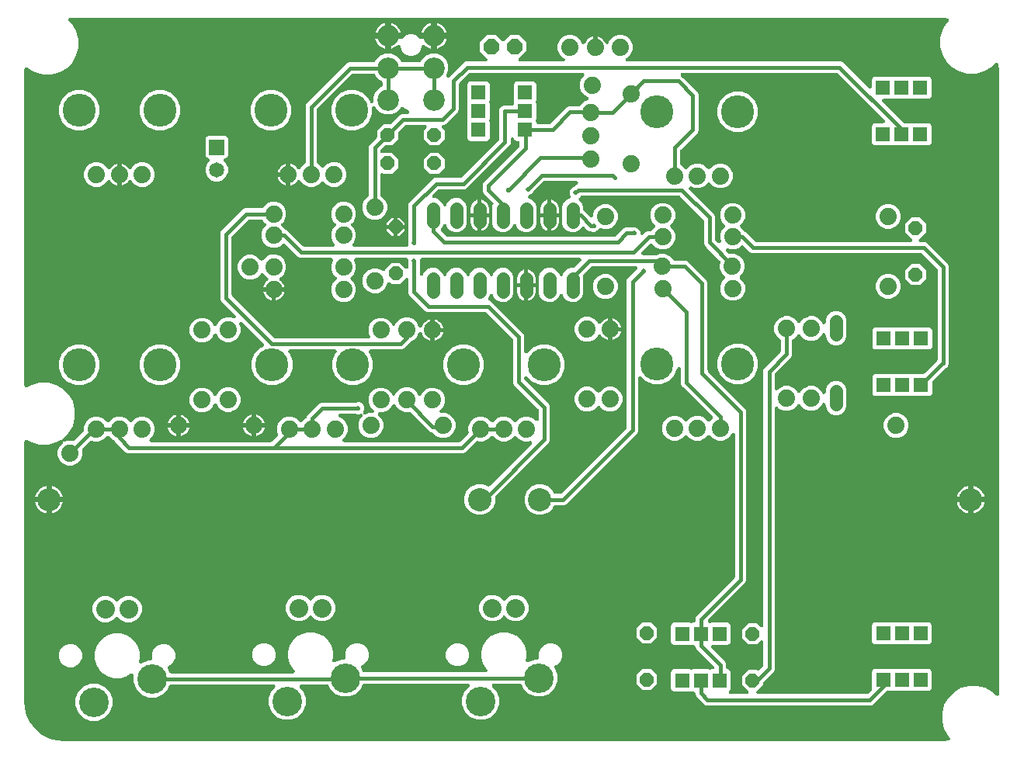
<source format=gbr>
G04 EAGLE Gerber RS-274X export*
G75*
%MOMM*%
%FSLAX34Y34*%
%LPD*%
%INBottom Copper*%
%IPPOS*%
%AMOC8*
5,1,8,0,0,1.08239X$1,22.5*%
G01*
%ADD10C,1.879600*%
%ADD11C,3.600000*%
%ADD12P,1.583577X8X292.500000*%
%ADD13P,1.583577X8X112.500000*%
%ADD14P,1.583577X8X202.500000*%
%ADD15P,1.583577X8X22.500000*%
%ADD16R,1.651000X1.651000*%
%ADD17C,1.651000*%
%ADD18C,1.463037*%
%ADD19C,2.032000*%
%ADD20C,3.225800*%
%ADD21C,2.340000*%
%ADD22R,1.620000X1.620000*%
%ADD23P,1.814519X8X22.500000*%
%ADD24C,2.540000*%
%ADD25C,0.406400*%
%ADD26C,0.502400*%
%ADD27C,0.552400*%

G36*
X1000052Y-42026D02*
X1000052Y-42026D01*
X1000123Y-42028D01*
X1005736Y-41688D01*
X1005882Y-41664D01*
X1006031Y-41648D01*
X1006081Y-41632D01*
X1006133Y-41624D01*
X1006273Y-41572D01*
X1006415Y-41527D01*
X1006461Y-41501D01*
X1006510Y-41483D01*
X1006637Y-41404D01*
X1006767Y-41332D01*
X1006807Y-41298D01*
X1006852Y-41270D01*
X1006961Y-41168D01*
X1007074Y-41071D01*
X1007107Y-41030D01*
X1007145Y-40994D01*
X1007232Y-40872D01*
X1007324Y-40756D01*
X1007348Y-40709D01*
X1007378Y-40666D01*
X1007439Y-40529D01*
X1007506Y-40397D01*
X1007520Y-40346D01*
X1007542Y-40298D01*
X1007574Y-40152D01*
X1007614Y-40009D01*
X1007618Y-39956D01*
X1007630Y-39905D01*
X1007633Y-39756D01*
X1007644Y-39607D01*
X1007637Y-39555D01*
X1007638Y-39502D01*
X1007612Y-39356D01*
X1007593Y-39208D01*
X1007576Y-39158D01*
X1007567Y-39106D01*
X1007512Y-38967D01*
X1007465Y-38826D01*
X1007439Y-38780D01*
X1007419Y-38732D01*
X1007339Y-38607D01*
X1007264Y-38477D01*
X1007225Y-38432D01*
X1007201Y-38393D01*
X1007141Y-38333D01*
X1007049Y-38224D01*
X1005741Y-36916D01*
X1001257Y-29148D01*
X998935Y-20485D01*
X998935Y-11515D01*
X1001257Y-2852D01*
X1005741Y4916D01*
X1012084Y11259D01*
X1019852Y15743D01*
X1028515Y18065D01*
X1037485Y18065D01*
X1046148Y15743D01*
X1053916Y11259D01*
X1057463Y7712D01*
X1057484Y7695D01*
X1057501Y7675D01*
X1057639Y7568D01*
X1057774Y7457D01*
X1057798Y7444D01*
X1057819Y7428D01*
X1057975Y7350D01*
X1058130Y7268D01*
X1058156Y7261D01*
X1058179Y7249D01*
X1058349Y7203D01*
X1058516Y7153D01*
X1058542Y7151D01*
X1058568Y7144D01*
X1058743Y7133D01*
X1058917Y7117D01*
X1058943Y7120D01*
X1058970Y7118D01*
X1059143Y7142D01*
X1059317Y7160D01*
X1059343Y7168D01*
X1059369Y7172D01*
X1059534Y7229D01*
X1059701Y7282D01*
X1059724Y7295D01*
X1059749Y7303D01*
X1059900Y7392D01*
X1060053Y7477D01*
X1060074Y7494D01*
X1060097Y7507D01*
X1060227Y7624D01*
X1060360Y7737D01*
X1060377Y7758D01*
X1060397Y7776D01*
X1060502Y7916D01*
X1060610Y8053D01*
X1060622Y8077D01*
X1060638Y8098D01*
X1060713Y8256D01*
X1060792Y8412D01*
X1060800Y8438D01*
X1060811Y8462D01*
X1060897Y8782D01*
X1061196Y10415D01*
X1061197Y10416D01*
X1061402Y11537D01*
X1061403Y11555D01*
X1061408Y11572D01*
X1061435Y11903D01*
X1061435Y688501D01*
X1061433Y688519D01*
X1061435Y688537D01*
X1061402Y688867D01*
X1060109Y695922D01*
X1060085Y696005D01*
X1060050Y696160D01*
X1059930Y696547D01*
X1059889Y696644D01*
X1059857Y696745D01*
X1059810Y696829D01*
X1059772Y696918D01*
X1059713Y697005D01*
X1059662Y697097D01*
X1059599Y697171D01*
X1059545Y697250D01*
X1059469Y697324D01*
X1059401Y697404D01*
X1059326Y697464D01*
X1059257Y697531D01*
X1059168Y697589D01*
X1059085Y697654D01*
X1059000Y697698D01*
X1058919Y697750D01*
X1058820Y697789D01*
X1058727Y697836D01*
X1058634Y697862D01*
X1058544Y697897D01*
X1058440Y697916D01*
X1058339Y697944D01*
X1058242Y697951D01*
X1058148Y697968D01*
X1058042Y697966D01*
X1057937Y697974D01*
X1057841Y697962D01*
X1057745Y697959D01*
X1057642Y697936D01*
X1057538Y697923D01*
X1057446Y697892D01*
X1057352Y697871D01*
X1057256Y697829D01*
X1057156Y697795D01*
X1057072Y697747D01*
X1056984Y697708D01*
X1056898Y697647D01*
X1056807Y697594D01*
X1056719Y697519D01*
X1056656Y697475D01*
X1056616Y697432D01*
X1056554Y697379D01*
X1051916Y692741D01*
X1044148Y688257D01*
X1035485Y685935D01*
X1026515Y685935D01*
X1017852Y688257D01*
X1010084Y692741D01*
X1003741Y699084D01*
X999257Y706852D01*
X996935Y715515D01*
X996935Y724485D01*
X999257Y733148D01*
X1003741Y740916D01*
X1005660Y742835D01*
X1005677Y742856D01*
X1005697Y742873D01*
X1005805Y743012D01*
X1005915Y743147D01*
X1005928Y743170D01*
X1005944Y743191D01*
X1006022Y743348D01*
X1006104Y743502D01*
X1006112Y743528D01*
X1006123Y743552D01*
X1006169Y743720D01*
X1006219Y743888D01*
X1006221Y743915D01*
X1006228Y743940D01*
X1006239Y744114D01*
X1006255Y744289D01*
X1006252Y744316D01*
X1006254Y744342D01*
X1006231Y744515D01*
X1006212Y744690D01*
X1006204Y744715D01*
X1006200Y744741D01*
X1006143Y744906D01*
X1006090Y745073D01*
X1006077Y745097D01*
X1006069Y745122D01*
X1005981Y745272D01*
X1005896Y745426D01*
X1005878Y745446D01*
X1005865Y745469D01*
X1005748Y745599D01*
X1005635Y745733D01*
X1005614Y745749D01*
X1005597Y745769D01*
X1005457Y745874D01*
X1005319Y745982D01*
X1005295Y745994D01*
X1005274Y746010D01*
X1005117Y746085D01*
X1004960Y746165D01*
X1004934Y746172D01*
X1004911Y746183D01*
X1004590Y746269D01*
X1003201Y746524D01*
X1003114Y746531D01*
X1002958Y746554D01*
X995123Y747028D01*
X995070Y747026D01*
X995000Y747031D01*
X48047Y747031D01*
X48039Y747030D01*
X48030Y747031D01*
X47836Y747010D01*
X47647Y746991D01*
X47638Y746989D01*
X47629Y746988D01*
X47445Y746929D01*
X47262Y746873D01*
X47254Y746869D01*
X47246Y746866D01*
X47077Y746773D01*
X46908Y746681D01*
X46901Y746676D01*
X46893Y746671D01*
X46746Y746547D01*
X46599Y746424D01*
X46593Y746417D01*
X46586Y746411D01*
X46466Y746259D01*
X46346Y746110D01*
X46342Y746102D01*
X46337Y746095D01*
X46249Y745922D01*
X46161Y745753D01*
X46158Y745744D01*
X46154Y745736D01*
X46102Y745550D01*
X46049Y745366D01*
X46049Y745357D01*
X46046Y745348D01*
X46032Y745155D01*
X46016Y744964D01*
X46018Y744956D01*
X46017Y744947D01*
X46041Y744754D01*
X46063Y744565D01*
X46066Y744556D01*
X46067Y744547D01*
X46128Y744365D01*
X46188Y744182D01*
X46193Y744174D01*
X46195Y744166D01*
X46292Y743999D01*
X46386Y743831D01*
X46392Y743824D01*
X46396Y743817D01*
X46611Y743564D01*
X50259Y739916D01*
X54743Y732148D01*
X57065Y723485D01*
X57065Y714515D01*
X54743Y705852D01*
X50259Y698084D01*
X43916Y691741D01*
X36148Y687257D01*
X27485Y684935D01*
X18515Y684935D01*
X9852Y687257D01*
X2084Y691741D01*
X1436Y692389D01*
X1429Y692395D01*
X1424Y692401D01*
X1275Y692521D01*
X1125Y692644D01*
X1117Y692648D01*
X1110Y692654D01*
X941Y692741D01*
X769Y692833D01*
X760Y692835D01*
X753Y692839D01*
X569Y692892D01*
X383Y692947D01*
X374Y692948D01*
X366Y692951D01*
X175Y692966D01*
X-18Y692984D01*
X-27Y692983D01*
X-36Y692984D01*
X-225Y692961D01*
X-418Y692940D01*
X-427Y692938D01*
X-435Y692937D01*
X-618Y692877D01*
X-802Y692819D01*
X-810Y692815D01*
X-818Y692812D01*
X-987Y692717D01*
X-1154Y692624D01*
X-1161Y692618D01*
X-1169Y692614D01*
X-1315Y692487D01*
X-1461Y692364D01*
X-1467Y692357D01*
X-1474Y692351D01*
X-1592Y692198D01*
X-1711Y692048D01*
X-1715Y692040D01*
X-1720Y692033D01*
X-1807Y691858D01*
X-1893Y691689D01*
X-1896Y691680D01*
X-1900Y691672D01*
X-1950Y691484D01*
X-2001Y691301D01*
X-2002Y691292D01*
X-2004Y691283D01*
X-2031Y690953D01*
X-2031Y345710D01*
X-2017Y345565D01*
X-2010Y345419D01*
X-1997Y345365D01*
X-1991Y345310D01*
X-1948Y345170D01*
X-1913Y345028D01*
X-1890Y344978D01*
X-1873Y344925D01*
X-1804Y344796D01*
X-1741Y344664D01*
X-1708Y344620D01*
X-1681Y344571D01*
X-1588Y344458D01*
X-1501Y344341D01*
X-1459Y344304D01*
X-1424Y344262D01*
X-1310Y344170D01*
X-1201Y344072D01*
X-1153Y344044D01*
X-1110Y344009D01*
X-980Y343942D01*
X-854Y343868D01*
X-802Y343849D01*
X-753Y343824D01*
X-612Y343783D01*
X-474Y343735D01*
X-419Y343728D01*
X-366Y343712D01*
X-220Y343700D01*
X-75Y343681D01*
X-20Y343684D01*
X36Y343679D01*
X181Y343696D01*
X327Y343706D01*
X380Y343720D01*
X435Y343726D01*
X574Y343772D01*
X716Y343809D01*
X773Y343836D01*
X818Y343851D01*
X891Y343893D01*
X1016Y343951D01*
X5851Y346743D01*
X14515Y349065D01*
X23485Y349065D01*
X32148Y346743D01*
X39916Y342259D01*
X46259Y335916D01*
X50743Y328148D01*
X53065Y319485D01*
X53065Y310515D01*
X50743Y301852D01*
X46259Y294084D01*
X39737Y287562D01*
X39734Y287558D01*
X39730Y287556D01*
X39607Y287404D01*
X39482Y287250D01*
X39479Y287246D01*
X39477Y287243D01*
X39384Y287067D01*
X39293Y286895D01*
X39292Y286890D01*
X39290Y286886D01*
X39234Y286695D01*
X39178Y286509D01*
X39178Y286504D01*
X39177Y286500D01*
X39160Y286305D01*
X39148Y286174D01*
X39038Y286239D01*
X38978Y286260D01*
X38920Y286289D01*
X38788Y286326D01*
X38658Y286371D01*
X38595Y286380D01*
X38532Y286397D01*
X38395Y286407D01*
X38259Y286426D01*
X38195Y286422D01*
X38131Y286426D01*
X37994Y286409D01*
X37857Y286401D01*
X37795Y286384D01*
X37731Y286376D01*
X37601Y286332D01*
X37468Y286297D01*
X37401Y286265D01*
X37350Y286248D01*
X37281Y286208D01*
X37169Y286155D01*
X32148Y283257D01*
X23485Y280935D01*
X14515Y280935D01*
X5851Y283257D01*
X1016Y286049D01*
X882Y286109D01*
X753Y286176D01*
X699Y286192D01*
X649Y286214D01*
X506Y286247D01*
X366Y286288D01*
X310Y286292D01*
X256Y286305D01*
X110Y286309D01*
X-36Y286321D01*
X-91Y286314D01*
X-146Y286316D01*
X-290Y286291D01*
X-435Y286274D01*
X-488Y286256D01*
X-543Y286247D01*
X-679Y286194D01*
X-818Y286149D01*
X-867Y286121D01*
X-918Y286101D01*
X-1041Y286023D01*
X-1169Y285951D01*
X-1211Y285915D01*
X-1258Y285885D01*
X-1363Y285783D01*
X-1474Y285688D01*
X-1508Y285644D01*
X-1548Y285605D01*
X-1631Y285485D01*
X-1720Y285370D01*
X-1745Y285320D01*
X-1777Y285274D01*
X-1835Y285140D01*
X-1900Y285009D01*
X-1914Y284955D01*
X-1936Y284905D01*
X-1966Y284762D01*
X-2004Y284620D01*
X-2009Y284557D01*
X-2019Y284511D01*
X-2020Y284427D01*
X-2031Y284290D01*
X-2031Y0D01*
X-2026Y-56D01*
X-2027Y-133D01*
X-1685Y-5354D01*
X-1671Y-5439D01*
X-1650Y-5617D01*
X-629Y-10749D01*
X-604Y-10832D01*
X-561Y-11006D01*
X1121Y-15960D01*
X1157Y-16039D01*
X1223Y-16206D01*
X3537Y-20898D01*
X3583Y-20972D01*
X3670Y-21129D01*
X6577Y-25479D01*
X6632Y-25546D01*
X6739Y-25690D01*
X10189Y-29624D01*
X10252Y-29683D01*
X10376Y-29811D01*
X14310Y-33261D01*
X14381Y-33312D01*
X14521Y-33423D01*
X18872Y-36330D01*
X18948Y-36371D01*
X19102Y-36463D01*
X23794Y-38777D01*
X23875Y-38807D01*
X24040Y-38879D01*
X28994Y-40561D01*
X29079Y-40580D01*
X29251Y-40629D01*
X34383Y-41650D01*
X34469Y-41658D01*
X34646Y-41685D01*
X39867Y-42027D01*
X39924Y-42025D01*
X40000Y-42031D01*
X1000000Y-42031D01*
X1000052Y-42026D01*
G37*
%LPC*%
G36*
X741787Y-3097D02*
X741787Y-3097D01*
X739546Y-2169D01*
X732632Y4746D01*
X730631Y6746D01*
X729703Y8987D01*
X729703Y9704D01*
X729701Y9722D01*
X729703Y9740D01*
X729682Y9922D01*
X729663Y10105D01*
X729658Y10122D01*
X729656Y10139D01*
X729599Y10314D01*
X729545Y10490D01*
X729537Y10505D01*
X729531Y10522D01*
X729441Y10682D01*
X729353Y10844D01*
X729342Y10857D01*
X729333Y10873D01*
X729213Y11012D01*
X729096Y11153D01*
X729082Y11164D01*
X729070Y11178D01*
X728925Y11290D01*
X728782Y11405D01*
X728766Y11413D01*
X728752Y11424D01*
X728587Y11506D01*
X728425Y11591D01*
X728408Y11596D01*
X728392Y11604D01*
X728213Y11651D01*
X728038Y11702D01*
X728020Y11704D01*
X728003Y11708D01*
X727672Y11735D01*
X726891Y11735D01*
X726377Y11948D01*
X726352Y11956D01*
X726328Y11968D01*
X726159Y12014D01*
X725992Y12065D01*
X725965Y12067D01*
X725939Y12074D01*
X725765Y12086D01*
X725591Y12103D01*
X725564Y12100D01*
X725538Y12102D01*
X725365Y12079D01*
X725191Y12061D01*
X725165Y12053D01*
X725139Y12050D01*
X724823Y11948D01*
X724309Y11735D01*
X706491Y11735D01*
X704998Y12354D01*
X703854Y13498D01*
X703235Y14991D01*
X703235Y32809D01*
X703854Y34302D01*
X704998Y35446D01*
X706491Y36065D01*
X724309Y36065D01*
X724823Y35852D01*
X724848Y35844D01*
X724872Y35832D01*
X725041Y35786D01*
X725208Y35735D01*
X725235Y35733D01*
X725261Y35726D01*
X725436Y35714D01*
X725609Y35697D01*
X725635Y35700D01*
X725662Y35698D01*
X725836Y35721D01*
X726009Y35739D01*
X726035Y35747D01*
X726061Y35750D01*
X726377Y35852D01*
X726891Y36065D01*
X744709Y36065D01*
X745223Y35852D01*
X745248Y35844D01*
X745272Y35832D01*
X745441Y35786D01*
X745608Y35735D01*
X745635Y35733D01*
X745661Y35726D01*
X745836Y35714D01*
X746009Y35697D01*
X746035Y35700D01*
X746062Y35698D01*
X746236Y35721D01*
X746409Y35739D01*
X746435Y35747D01*
X746461Y35750D01*
X746777Y35852D01*
X747291Y36065D01*
X748409Y36065D01*
X748418Y36066D01*
X748427Y36065D01*
X748620Y36086D01*
X748810Y36105D01*
X748818Y36107D01*
X748827Y36108D01*
X749012Y36167D01*
X749195Y36223D01*
X749203Y36227D01*
X749211Y36230D01*
X749380Y36323D01*
X749549Y36415D01*
X749556Y36420D01*
X749564Y36425D01*
X749711Y36549D01*
X749858Y36672D01*
X749864Y36679D01*
X749871Y36685D01*
X749990Y36837D01*
X750110Y36986D01*
X750115Y36994D01*
X750120Y37001D01*
X750208Y37173D01*
X750296Y37343D01*
X750298Y37352D01*
X750303Y37360D01*
X750354Y37545D01*
X750407Y37730D01*
X750408Y37739D01*
X750411Y37748D01*
X750425Y37940D01*
X750440Y38132D01*
X750439Y38140D01*
X750440Y38149D01*
X750416Y38342D01*
X750393Y38531D01*
X750391Y38540D01*
X750389Y38549D01*
X750328Y38732D01*
X750269Y38914D01*
X750264Y38922D01*
X750261Y38930D01*
X750165Y39097D01*
X750071Y39265D01*
X750065Y39272D01*
X750060Y39279D01*
X749846Y39532D01*
X730631Y58746D01*
X729581Y61281D01*
X729571Y61301D01*
X729564Y61322D01*
X729476Y61479D01*
X729391Y61636D01*
X729377Y61653D01*
X729366Y61673D01*
X729249Y61809D01*
X729135Y61947D01*
X729118Y61961D01*
X729103Y61978D01*
X728962Y62087D01*
X728822Y62200D01*
X728802Y62211D01*
X728785Y62224D01*
X728624Y62304D01*
X728466Y62387D01*
X728444Y62394D01*
X728424Y62404D01*
X728251Y62450D01*
X728079Y62500D01*
X728057Y62502D01*
X728036Y62508D01*
X727705Y62535D01*
X726891Y62535D01*
X726377Y62748D01*
X726352Y62756D01*
X726328Y62768D01*
X726159Y62814D01*
X725992Y62865D01*
X725965Y62867D01*
X725939Y62874D01*
X725764Y62886D01*
X725591Y62903D01*
X725565Y62900D01*
X725538Y62902D01*
X725364Y62879D01*
X725191Y62861D01*
X725165Y62853D01*
X725139Y62850D01*
X724823Y62748D01*
X724309Y62535D01*
X706491Y62535D01*
X704998Y63154D01*
X703854Y64298D01*
X703235Y65791D01*
X703235Y83609D01*
X703854Y85102D01*
X704998Y86246D01*
X706491Y86865D01*
X724309Y86865D01*
X724823Y86652D01*
X724848Y86644D01*
X724872Y86632D01*
X725041Y86586D01*
X725208Y86535D01*
X725235Y86533D01*
X725261Y86526D01*
X725435Y86514D01*
X725609Y86497D01*
X725636Y86500D01*
X725662Y86498D01*
X725835Y86521D01*
X726009Y86539D01*
X726035Y86547D01*
X726061Y86550D01*
X726377Y86652D01*
X726891Y86865D01*
X727672Y86865D01*
X727690Y86867D01*
X727708Y86865D01*
X727890Y86886D01*
X728073Y86905D01*
X728090Y86910D01*
X728107Y86912D01*
X728282Y86969D01*
X728458Y87023D01*
X728473Y87031D01*
X728490Y87037D01*
X728650Y87127D01*
X728812Y87215D01*
X728825Y87226D01*
X728841Y87235D01*
X728980Y87355D01*
X729121Y87472D01*
X729132Y87486D01*
X729146Y87498D01*
X729258Y87643D01*
X729373Y87786D01*
X729381Y87802D01*
X729392Y87816D01*
X729474Y87981D01*
X729559Y88143D01*
X729564Y88160D01*
X729572Y88176D01*
X729619Y88355D01*
X729670Y88530D01*
X729672Y88548D01*
X729676Y88565D01*
X729703Y88896D01*
X729703Y92013D01*
X730631Y94254D01*
X772308Y135930D01*
X772325Y135951D01*
X772346Y135969D01*
X772453Y136107D01*
X772563Y136242D01*
X772576Y136266D01*
X772592Y136287D01*
X772670Y136444D01*
X772752Y136598D01*
X772760Y136623D01*
X772772Y136647D01*
X772817Y136817D01*
X772867Y136984D01*
X772869Y137010D01*
X772876Y137036D01*
X772903Y137367D01*
X772903Y292002D01*
X772903Y292007D01*
X772903Y292011D01*
X772883Y292204D01*
X772863Y292403D01*
X772862Y292407D01*
X772862Y292412D01*
X772804Y292596D01*
X772745Y292788D01*
X772743Y292792D01*
X772742Y292796D01*
X772646Y292971D01*
X772553Y293142D01*
X772551Y293145D01*
X772548Y293149D01*
X772420Y293302D01*
X772296Y293451D01*
X772292Y293454D01*
X772289Y293457D01*
X772133Y293582D01*
X771982Y293703D01*
X771978Y293705D01*
X771975Y293708D01*
X771796Y293800D01*
X771625Y293889D01*
X771620Y293890D01*
X771616Y293892D01*
X771427Y293946D01*
X771238Y294000D01*
X771233Y294001D01*
X771229Y294002D01*
X771037Y294017D01*
X770836Y294033D01*
X770832Y294033D01*
X770828Y294033D01*
X770634Y294009D01*
X770437Y293986D01*
X770432Y293985D01*
X770428Y293984D01*
X770243Y293923D01*
X770054Y293862D01*
X770050Y293859D01*
X770046Y293858D01*
X769876Y293761D01*
X769703Y293664D01*
X769700Y293661D01*
X769696Y293658D01*
X769549Y293531D01*
X769399Y293400D01*
X769396Y293397D01*
X769392Y293394D01*
X769272Y293237D01*
X769152Y293082D01*
X769150Y293078D01*
X769147Y293075D01*
X768995Y292780D01*
X768413Y291374D01*
X764626Y287587D01*
X762903Y286873D01*
X759678Y285537D01*
X754322Y285537D01*
X749374Y287587D01*
X745936Y291025D01*
X745922Y291036D01*
X745911Y291049D01*
X745767Y291163D01*
X745625Y291280D01*
X745609Y291288D01*
X745595Y291299D01*
X745431Y291383D01*
X745269Y291468D01*
X745252Y291473D01*
X745236Y291481D01*
X745059Y291531D01*
X744883Y291583D01*
X744865Y291585D01*
X744848Y291589D01*
X744665Y291603D01*
X744482Y291619D01*
X744464Y291617D01*
X744447Y291619D01*
X744265Y291596D01*
X744082Y291576D01*
X744065Y291571D01*
X744047Y291568D01*
X743873Y291510D01*
X743698Y291454D01*
X743682Y291446D01*
X743666Y291440D01*
X743506Y291348D01*
X743346Y291260D01*
X743332Y291248D01*
X743317Y291239D01*
X743064Y291025D01*
X739626Y287587D01*
X737903Y286873D01*
X734678Y285537D01*
X729322Y285537D01*
X724374Y287587D01*
X720936Y291025D01*
X720922Y291036D01*
X720911Y291049D01*
X720767Y291163D01*
X720625Y291280D01*
X720609Y291288D01*
X720595Y291299D01*
X720431Y291383D01*
X720269Y291468D01*
X720252Y291473D01*
X720236Y291481D01*
X720059Y291531D01*
X719883Y291583D01*
X719865Y291585D01*
X719848Y291589D01*
X719665Y291603D01*
X719482Y291619D01*
X719464Y291617D01*
X719447Y291619D01*
X719265Y291596D01*
X719082Y291576D01*
X719065Y291571D01*
X719047Y291568D01*
X718873Y291510D01*
X718698Y291454D01*
X718682Y291446D01*
X718666Y291440D01*
X718506Y291348D01*
X718346Y291260D01*
X718332Y291248D01*
X718317Y291239D01*
X718064Y291025D01*
X714626Y287587D01*
X712903Y286873D01*
X709678Y285537D01*
X704322Y285537D01*
X699374Y287587D01*
X695587Y291374D01*
X693537Y296322D01*
X693537Y301678D01*
X695587Y306626D01*
X699374Y310413D01*
X704322Y312463D01*
X709678Y312463D01*
X714626Y310413D01*
X718064Y306975D01*
X718077Y306964D01*
X718089Y306951D01*
X718233Y306837D01*
X718375Y306720D01*
X718391Y306712D01*
X718405Y306701D01*
X718569Y306618D01*
X718731Y306532D01*
X718748Y306527D01*
X718764Y306519D01*
X718941Y306469D01*
X719117Y306417D01*
X719135Y306415D01*
X719152Y306411D01*
X719335Y306397D01*
X719518Y306381D01*
X719536Y306383D01*
X719553Y306381D01*
X719735Y306404D01*
X719918Y306424D01*
X719935Y306429D01*
X719953Y306432D01*
X720126Y306490D01*
X720302Y306546D01*
X720318Y306554D01*
X720334Y306560D01*
X720494Y306652D01*
X720654Y306740D01*
X720668Y306752D01*
X720683Y306761D01*
X720936Y306975D01*
X724374Y310413D01*
X729322Y312463D01*
X734678Y312463D01*
X739626Y310413D01*
X743064Y306975D01*
X743077Y306964D01*
X743089Y306951D01*
X743233Y306837D01*
X743375Y306720D01*
X743391Y306712D01*
X743405Y306701D01*
X743569Y306618D01*
X743731Y306532D01*
X743748Y306527D01*
X743764Y306519D01*
X743941Y306469D01*
X744117Y306417D01*
X744135Y306415D01*
X744152Y306411D01*
X744335Y306397D01*
X744518Y306381D01*
X744536Y306383D01*
X744553Y306381D01*
X744735Y306404D01*
X744918Y306424D01*
X744935Y306429D01*
X744953Y306432D01*
X745127Y306490D01*
X745302Y306546D01*
X745317Y306554D01*
X745334Y306560D01*
X745494Y306652D01*
X745654Y306740D01*
X745668Y306752D01*
X745683Y306761D01*
X745936Y306975D01*
X748233Y309272D01*
X748244Y309286D01*
X748258Y309298D01*
X748372Y309442D01*
X748488Y309584D01*
X748496Y309599D01*
X748508Y309614D01*
X748591Y309778D01*
X748677Y309939D01*
X748682Y309956D01*
X748690Y309972D01*
X748739Y310150D01*
X748792Y310325D01*
X748793Y310343D01*
X748798Y310360D01*
X748811Y310543D01*
X748828Y310726D01*
X748826Y310744D01*
X748827Y310762D01*
X748804Y310944D01*
X748785Y311127D01*
X748779Y311144D01*
X748777Y311161D01*
X748719Y311335D01*
X748663Y311510D01*
X748654Y311526D01*
X748649Y311543D01*
X748557Y311702D01*
X748468Y311863D01*
X748457Y311876D01*
X748448Y311892D01*
X748233Y312145D01*
X716832Y343546D01*
X714831Y345546D01*
X713903Y347787D01*
X713903Y363666D01*
X713903Y363671D01*
X713903Y363675D01*
X713883Y363869D01*
X713863Y364067D01*
X713862Y364071D01*
X713862Y364076D01*
X713804Y364261D01*
X713745Y364452D01*
X713743Y364456D01*
X713742Y364460D01*
X713651Y364627D01*
X713553Y364806D01*
X713551Y364809D01*
X713548Y364813D01*
X713421Y364965D01*
X713296Y365115D01*
X713292Y365118D01*
X713289Y365121D01*
X713135Y365244D01*
X712982Y365367D01*
X712978Y365370D01*
X712975Y365372D01*
X712799Y365463D01*
X712625Y365553D01*
X712620Y365554D01*
X712616Y365556D01*
X712428Y365610D01*
X712238Y365664D01*
X712233Y365665D01*
X712229Y365666D01*
X712036Y365681D01*
X711836Y365697D01*
X711832Y365697D01*
X711828Y365697D01*
X711635Y365674D01*
X711437Y365650D01*
X711432Y365649D01*
X711428Y365648D01*
X711240Y365586D01*
X711054Y365526D01*
X711050Y365523D01*
X711046Y365522D01*
X710874Y365424D01*
X710703Y365328D01*
X710700Y365325D01*
X710696Y365322D01*
X710547Y365193D01*
X710399Y365064D01*
X710396Y365061D01*
X710392Y365058D01*
X710270Y364899D01*
X710152Y364746D01*
X710150Y364742D01*
X710147Y364739D01*
X709995Y364444D01*
X706706Y356501D01*
X700499Y350294D01*
X692389Y346935D01*
X683611Y346935D01*
X675501Y350294D01*
X670564Y355231D01*
X670557Y355237D01*
X670552Y355244D01*
X670402Y355364D01*
X670253Y355487D01*
X670245Y355491D01*
X670238Y355496D01*
X670068Y355585D01*
X669897Y355675D01*
X669888Y355678D01*
X669881Y355682D01*
X669696Y355735D01*
X669511Y355790D01*
X669502Y355791D01*
X669494Y355793D01*
X669302Y355809D01*
X669110Y355826D01*
X669101Y355825D01*
X669092Y355826D01*
X668903Y355804D01*
X668710Y355783D01*
X668701Y355780D01*
X668693Y355779D01*
X668511Y355720D01*
X668326Y355661D01*
X668318Y355657D01*
X668310Y355654D01*
X668141Y355559D01*
X667974Y355467D01*
X667967Y355461D01*
X667959Y355456D01*
X667813Y355330D01*
X667667Y355206D01*
X667661Y355199D01*
X667654Y355193D01*
X667537Y355042D01*
X667417Y354890D01*
X667413Y354882D01*
X667408Y354875D01*
X667322Y354703D01*
X667235Y354531D01*
X667232Y354523D01*
X667228Y354515D01*
X667178Y354329D01*
X667127Y354143D01*
X667126Y354134D01*
X667124Y354126D01*
X667097Y353795D01*
X667097Y295787D01*
X666169Y293546D01*
X588754Y216131D01*
X586513Y215203D01*
X577078Y215203D01*
X577056Y215201D01*
X577033Y215203D01*
X576856Y215181D01*
X576677Y215163D01*
X576656Y215157D01*
X576634Y215154D01*
X576464Y215098D01*
X576292Y215045D01*
X576273Y215035D01*
X576252Y215028D01*
X576096Y214939D01*
X575938Y214853D01*
X575921Y214839D01*
X575902Y214828D01*
X575766Y214710D01*
X575629Y214596D01*
X575615Y214578D01*
X575598Y214564D01*
X575489Y214422D01*
X575377Y214282D01*
X575366Y214262D01*
X575353Y214244D01*
X575201Y213949D01*
X574312Y211804D01*
X569596Y207088D01*
X563435Y204535D01*
X556765Y204535D01*
X550604Y207088D01*
X545888Y211804D01*
X543335Y217965D01*
X543335Y224635D01*
X545888Y230796D01*
X550604Y235512D01*
X556765Y238065D01*
X563435Y238065D01*
X569596Y235512D01*
X574312Y230796D01*
X575201Y228651D01*
X575212Y228631D01*
X575219Y228610D01*
X575307Y228453D01*
X575391Y228296D01*
X575406Y228279D01*
X575417Y228259D01*
X575534Y228123D01*
X575648Y227985D01*
X575665Y227971D01*
X575680Y227954D01*
X575821Y227845D01*
X575960Y227732D01*
X575980Y227721D01*
X575998Y227708D01*
X576159Y227628D01*
X576317Y227545D01*
X576338Y227538D01*
X576358Y227528D01*
X576532Y227482D01*
X576703Y227432D01*
X576726Y227430D01*
X576747Y227424D01*
X577078Y227397D01*
X581933Y227397D01*
X581960Y227399D01*
X581987Y227397D01*
X582160Y227419D01*
X582334Y227437D01*
X582359Y227444D01*
X582386Y227448D01*
X582552Y227503D01*
X582719Y227555D01*
X582742Y227568D01*
X582768Y227576D01*
X582919Y227663D01*
X583073Y227747D01*
X583093Y227764D01*
X583117Y227777D01*
X583370Y227992D01*
X654308Y298930D01*
X654325Y298951D01*
X654346Y298969D01*
X654453Y299107D01*
X654563Y299242D01*
X654576Y299266D01*
X654592Y299287D01*
X654670Y299444D01*
X654752Y299598D01*
X654760Y299623D01*
X654772Y299647D01*
X654817Y299817D01*
X654867Y299984D01*
X654869Y300010D01*
X654876Y300036D01*
X654903Y300367D01*
X654903Y460213D01*
X655831Y462454D01*
X665814Y472436D01*
X665819Y472443D01*
X665826Y472448D01*
X665946Y472598D01*
X666069Y472747D01*
X666073Y472755D01*
X666078Y472762D01*
X666167Y472932D01*
X666257Y473103D01*
X666260Y473112D01*
X666264Y473119D01*
X666317Y473303D01*
X666372Y473489D01*
X666373Y473498D01*
X666375Y473506D01*
X666391Y473698D01*
X666409Y473890D01*
X666408Y473899D01*
X666408Y473908D01*
X666386Y474094D01*
X666365Y474290D01*
X666362Y474299D01*
X666361Y474307D01*
X666302Y474489D01*
X666244Y474674D01*
X666239Y474682D01*
X666237Y474690D01*
X666142Y474858D01*
X666049Y475026D01*
X666043Y475033D01*
X666039Y475041D01*
X665914Y475185D01*
X665788Y475333D01*
X665781Y475339D01*
X665775Y475346D01*
X665624Y475463D01*
X665472Y475583D01*
X665464Y475587D01*
X665457Y475592D01*
X665285Y475678D01*
X665113Y475765D01*
X665105Y475768D01*
X665097Y475772D01*
X664910Y475822D01*
X664726Y475873D01*
X664717Y475874D01*
X664708Y475876D01*
X664377Y475903D01*
X617367Y475903D01*
X617340Y475901D01*
X617313Y475903D01*
X617140Y475881D01*
X616966Y475863D01*
X616941Y475856D01*
X616914Y475852D01*
X616748Y475797D01*
X616581Y475745D01*
X616558Y475732D01*
X616532Y475724D01*
X616381Y475637D01*
X616227Y475553D01*
X616207Y475536D01*
X616183Y475523D01*
X615930Y475308D01*
X607860Y467238D01*
X607846Y467221D01*
X607829Y467206D01*
X607719Y467065D01*
X607605Y466926D01*
X607594Y466907D01*
X607581Y466889D01*
X607500Y466729D01*
X607416Y466571D01*
X607410Y466549D01*
X607400Y466529D01*
X607353Y466357D01*
X607302Y466185D01*
X607299Y466163D01*
X607294Y466141D01*
X607281Y465962D01*
X607265Y465784D01*
X607268Y465762D01*
X607266Y465739D01*
X607289Y465562D01*
X607309Y465384D01*
X607315Y465362D01*
X607318Y465340D01*
X607420Y465024D01*
X607480Y464879D01*
X607480Y445721D01*
X605747Y441539D01*
X602546Y438337D01*
X599766Y437186D01*
X598364Y436605D01*
X593836Y436605D01*
X589654Y438337D01*
X586453Y441539D01*
X585277Y444378D01*
X585272Y444385D01*
X585270Y444394D01*
X585178Y444561D01*
X585086Y444732D01*
X585081Y444739D01*
X585076Y444747D01*
X584953Y444894D01*
X584830Y445043D01*
X584823Y445048D01*
X584817Y445055D01*
X584667Y445175D01*
X584517Y445297D01*
X584509Y445301D01*
X584503Y445306D01*
X584331Y445394D01*
X584161Y445484D01*
X584152Y445486D01*
X584144Y445490D01*
X583960Y445542D01*
X583774Y445597D01*
X583766Y445597D01*
X583757Y445600D01*
X583566Y445615D01*
X583373Y445631D01*
X583364Y445630D01*
X583356Y445631D01*
X583165Y445608D01*
X582973Y445586D01*
X582965Y445583D01*
X582956Y445582D01*
X582773Y445522D01*
X582590Y445463D01*
X582582Y445459D01*
X582574Y445456D01*
X582406Y445360D01*
X582238Y445267D01*
X582232Y445261D01*
X582224Y445256D01*
X582079Y445130D01*
X581933Y445005D01*
X581927Y444998D01*
X581920Y444992D01*
X581803Y444840D01*
X581684Y444688D01*
X581680Y444680D01*
X581675Y444673D01*
X581523Y444378D01*
X580347Y441539D01*
X577146Y438337D01*
X574366Y437186D01*
X572964Y436605D01*
X568436Y436605D01*
X564254Y438337D01*
X561053Y441539D01*
X559320Y445721D01*
X559320Y464879D01*
X561053Y469061D01*
X564254Y472263D01*
X568436Y473995D01*
X572964Y473995D01*
X577146Y472263D01*
X580347Y469061D01*
X581523Y466222D01*
X581528Y466215D01*
X581530Y466206D01*
X581623Y466037D01*
X581714Y465868D01*
X581719Y465861D01*
X581724Y465853D01*
X581848Y465705D01*
X581970Y465557D01*
X581977Y465552D01*
X581983Y465545D01*
X582133Y465425D01*
X582283Y465303D01*
X582291Y465299D01*
X582298Y465294D01*
X582467Y465207D01*
X582639Y465116D01*
X582648Y465114D01*
X582656Y465110D01*
X582838Y465058D01*
X583026Y465003D01*
X583035Y465003D01*
X583043Y465000D01*
X583234Y464985D01*
X583427Y464969D01*
X583436Y464970D01*
X583444Y464969D01*
X583635Y464992D01*
X583827Y465014D01*
X583835Y465017D01*
X583844Y465018D01*
X584025Y465078D01*
X584210Y465137D01*
X584218Y465141D01*
X584226Y465144D01*
X584393Y465239D01*
X584562Y465333D01*
X584568Y465339D01*
X584576Y465344D01*
X584722Y465470D01*
X584867Y465595D01*
X584873Y465602D01*
X584880Y465608D01*
X584997Y465760D01*
X585116Y465912D01*
X585120Y465920D01*
X585125Y465927D01*
X585277Y466222D01*
X586453Y469061D01*
X589654Y472263D01*
X593836Y473995D01*
X596532Y473995D01*
X596558Y473998D01*
X596585Y473996D01*
X596759Y474018D01*
X596932Y474035D01*
X596958Y474043D01*
X596984Y474046D01*
X597150Y474102D01*
X597317Y474153D01*
X597341Y474166D01*
X597366Y474174D01*
X597518Y474262D01*
X597671Y474345D01*
X597692Y474362D01*
X597715Y474375D01*
X597968Y474590D01*
X604814Y481436D01*
X604819Y481443D01*
X604826Y481448D01*
X604945Y481597D01*
X605069Y481747D01*
X605073Y481755D01*
X605078Y481762D01*
X605167Y481933D01*
X605257Y482103D01*
X605260Y482111D01*
X605264Y482119D01*
X605317Y482305D01*
X605372Y482489D01*
X605373Y482498D01*
X605375Y482506D01*
X605391Y482697D01*
X605409Y482890D01*
X605408Y482899D01*
X605408Y482908D01*
X605386Y483097D01*
X605365Y483290D01*
X605362Y483299D01*
X605361Y483307D01*
X605302Y483489D01*
X605244Y483674D01*
X605239Y483682D01*
X605237Y483690D01*
X605141Y483859D01*
X605049Y484026D01*
X605043Y484033D01*
X605039Y484041D01*
X604913Y484186D01*
X604788Y484333D01*
X604781Y484339D01*
X604775Y484346D01*
X604624Y484463D01*
X604472Y484583D01*
X604464Y484587D01*
X604457Y484592D01*
X604285Y484678D01*
X604113Y484765D01*
X604105Y484768D01*
X604097Y484772D01*
X603910Y484822D01*
X603726Y484873D01*
X603717Y484874D01*
X603708Y484876D01*
X603377Y484903D01*
X431608Y484903D01*
X431590Y484901D01*
X431572Y484903D01*
X431390Y484882D01*
X431207Y484863D01*
X431190Y484858D01*
X431173Y484856D01*
X430998Y484799D01*
X430822Y484745D01*
X430807Y484737D01*
X430790Y484731D01*
X430630Y484641D01*
X430468Y484553D01*
X430455Y484542D01*
X430439Y484533D01*
X430300Y484413D01*
X430159Y484296D01*
X430148Y484282D01*
X430134Y484270D01*
X430022Y484125D01*
X429907Y483982D01*
X429899Y483966D01*
X429888Y483952D01*
X429806Y483787D01*
X429721Y483625D01*
X429716Y483608D01*
X429708Y483592D01*
X429661Y483413D01*
X429610Y483238D01*
X429608Y483220D01*
X429604Y483203D01*
X429577Y482872D01*
X429577Y480692D01*
X429251Y479906D01*
X429242Y479876D01*
X429228Y479848D01*
X429184Y479684D01*
X429135Y479521D01*
X429132Y479490D01*
X429124Y479460D01*
X429097Y479129D01*
X429097Y467309D01*
X429097Y467304D01*
X429097Y467300D01*
X429117Y467106D01*
X429137Y466908D01*
X429138Y466904D01*
X429138Y466899D01*
X429197Y466713D01*
X429255Y466523D01*
X429257Y466519D01*
X429258Y466515D01*
X429352Y466343D01*
X429447Y466169D01*
X429449Y466166D01*
X429452Y466162D01*
X429579Y466011D01*
X429704Y465860D01*
X429708Y465857D01*
X429711Y465854D01*
X429866Y465730D01*
X430018Y465608D01*
X430022Y465605D01*
X430025Y465603D01*
X430200Y465513D01*
X430375Y465422D01*
X430380Y465421D01*
X430384Y465419D01*
X430571Y465366D01*
X430762Y465311D01*
X430767Y465310D01*
X430771Y465309D01*
X430964Y465294D01*
X431164Y465278D01*
X431168Y465278D01*
X431172Y465278D01*
X431366Y465301D01*
X431563Y465325D01*
X431568Y465326D01*
X431572Y465327D01*
X431757Y465388D01*
X431946Y465450D01*
X431950Y465452D01*
X431954Y465453D01*
X432126Y465551D01*
X432297Y465647D01*
X432300Y465650D01*
X432304Y465653D01*
X432455Y465784D01*
X432601Y465911D01*
X432604Y465914D01*
X432608Y465917D01*
X432726Y466071D01*
X432848Y466229D01*
X432850Y466233D01*
X432853Y466236D01*
X433005Y466531D01*
X434053Y469061D01*
X437254Y472263D01*
X441436Y473995D01*
X445964Y473995D01*
X450146Y472263D01*
X453347Y469061D01*
X454523Y466222D01*
X454528Y466215D01*
X454530Y466206D01*
X454622Y466038D01*
X454714Y465868D01*
X454719Y465861D01*
X454724Y465853D01*
X454847Y465706D01*
X454970Y465557D01*
X454977Y465552D01*
X454983Y465545D01*
X455133Y465425D01*
X455283Y465303D01*
X455291Y465299D01*
X455297Y465294D01*
X455468Y465206D01*
X455639Y465116D01*
X455648Y465114D01*
X455656Y465110D01*
X455839Y465058D01*
X456025Y465003D01*
X456035Y465003D01*
X456043Y465000D01*
X456234Y464985D01*
X456427Y464969D01*
X456436Y464970D01*
X456444Y464969D01*
X456634Y464992D01*
X456827Y465014D01*
X456835Y465017D01*
X456844Y465018D01*
X457026Y465078D01*
X457210Y465137D01*
X457218Y465141D01*
X457226Y465144D01*
X457394Y465240D01*
X457561Y465333D01*
X457568Y465339D01*
X457576Y465344D01*
X457721Y465470D01*
X457867Y465595D01*
X457873Y465602D01*
X457880Y465608D01*
X457997Y465760D01*
X458116Y465912D01*
X458120Y465920D01*
X458125Y465927D01*
X458277Y466222D01*
X459453Y469061D01*
X462654Y472263D01*
X466836Y473995D01*
X471364Y473995D01*
X475546Y472263D01*
X478747Y469061D01*
X479923Y466222D01*
X479928Y466215D01*
X479930Y466206D01*
X480022Y466038D01*
X480114Y465868D01*
X480119Y465861D01*
X480124Y465853D01*
X480247Y465706D01*
X480370Y465557D01*
X480377Y465552D01*
X480383Y465545D01*
X480533Y465425D01*
X480683Y465303D01*
X480691Y465299D01*
X480697Y465294D01*
X480868Y465206D01*
X481039Y465116D01*
X481048Y465114D01*
X481056Y465110D01*
X481239Y465058D01*
X481425Y465003D01*
X481435Y465003D01*
X481443Y465000D01*
X481634Y464985D01*
X481827Y464969D01*
X481836Y464970D01*
X481844Y464969D01*
X482034Y464992D01*
X482227Y465014D01*
X482235Y465017D01*
X482244Y465018D01*
X482426Y465078D01*
X482610Y465137D01*
X482618Y465141D01*
X482626Y465144D01*
X482794Y465240D01*
X482961Y465333D01*
X482968Y465339D01*
X482976Y465344D01*
X483121Y465470D01*
X483267Y465595D01*
X483273Y465602D01*
X483280Y465608D01*
X483397Y465760D01*
X483516Y465912D01*
X483520Y465920D01*
X483525Y465927D01*
X483677Y466222D01*
X484853Y469061D01*
X488054Y472263D01*
X492236Y473995D01*
X496764Y473995D01*
X500946Y472263D01*
X504147Y469061D01*
X505323Y466222D01*
X505328Y466215D01*
X505330Y466206D01*
X505422Y466038D01*
X505514Y465868D01*
X505519Y465861D01*
X505524Y465853D01*
X505647Y465706D01*
X505770Y465557D01*
X505777Y465552D01*
X505783Y465545D01*
X505933Y465425D01*
X506083Y465303D01*
X506091Y465299D01*
X506097Y465294D01*
X506269Y465206D01*
X506439Y465116D01*
X506448Y465114D01*
X506456Y465110D01*
X506640Y465058D01*
X506826Y465003D01*
X506834Y465003D01*
X506843Y465000D01*
X507034Y464985D01*
X507227Y464969D01*
X507236Y464970D01*
X507244Y464969D01*
X507435Y464992D01*
X507627Y465014D01*
X507635Y465017D01*
X507644Y465018D01*
X507827Y465078D01*
X508010Y465137D01*
X508018Y465141D01*
X508026Y465144D01*
X508194Y465240D01*
X508362Y465333D01*
X508368Y465339D01*
X508376Y465344D01*
X508521Y465470D01*
X508667Y465595D01*
X508673Y465602D01*
X508680Y465608D01*
X508797Y465760D01*
X508916Y465912D01*
X508920Y465920D01*
X508925Y465927D01*
X509077Y466222D01*
X510253Y469061D01*
X513454Y472263D01*
X517636Y473995D01*
X522164Y473995D01*
X526346Y472263D01*
X529547Y469061D01*
X531280Y464879D01*
X531280Y445721D01*
X529547Y441539D01*
X526346Y438337D01*
X523566Y437186D01*
X522164Y436605D01*
X517636Y436605D01*
X513454Y438337D01*
X510253Y441539D01*
X509077Y444378D01*
X509072Y444385D01*
X509070Y444394D01*
X508978Y444561D01*
X508886Y444732D01*
X508881Y444739D01*
X508876Y444747D01*
X508752Y444895D01*
X508630Y445043D01*
X508623Y445048D01*
X508617Y445055D01*
X508467Y445175D01*
X508317Y445297D01*
X508309Y445301D01*
X508302Y445306D01*
X508133Y445393D01*
X507961Y445484D01*
X507952Y445486D01*
X507944Y445490D01*
X507762Y445542D01*
X507574Y445597D01*
X507565Y445597D01*
X507557Y445600D01*
X507366Y445615D01*
X507173Y445631D01*
X507164Y445630D01*
X507156Y445631D01*
X506965Y445608D01*
X506773Y445586D01*
X506765Y445583D01*
X506756Y445582D01*
X506575Y445522D01*
X506390Y445463D01*
X506382Y445459D01*
X506374Y445456D01*
X506207Y445361D01*
X506038Y445267D01*
X506032Y445261D01*
X506024Y445256D01*
X505877Y445128D01*
X505733Y445005D01*
X505727Y444998D01*
X505720Y444992D01*
X505603Y444840D01*
X505484Y444688D01*
X505480Y444680D01*
X505475Y444673D01*
X505323Y444378D01*
X504145Y441532D01*
X504039Y441401D01*
X503918Y441253D01*
X503914Y441245D01*
X503908Y441238D01*
X503820Y441068D01*
X503729Y440897D01*
X503727Y440889D01*
X503723Y440881D01*
X503670Y440696D01*
X503615Y440511D01*
X503614Y440502D01*
X503611Y440494D01*
X503596Y440302D01*
X503578Y440110D01*
X503579Y440101D01*
X503578Y440092D01*
X503601Y439902D01*
X503622Y439710D01*
X503624Y439702D01*
X503625Y439693D01*
X503685Y439509D01*
X503743Y439326D01*
X503747Y439318D01*
X503750Y439310D01*
X503845Y439141D01*
X503938Y438974D01*
X503944Y438967D01*
X503948Y438959D01*
X504075Y438812D01*
X504198Y438667D01*
X504205Y438661D01*
X504211Y438654D01*
X504364Y438536D01*
X504514Y438417D01*
X504522Y438413D01*
X504529Y438408D01*
X504703Y438321D01*
X504721Y438312D01*
X504839Y438251D01*
X504846Y438248D01*
X504873Y438235D01*
X504882Y438232D01*
X504890Y438228D01*
X504904Y438225D01*
X507454Y437169D01*
X542169Y402454D01*
X543097Y400213D01*
X543097Y382805D01*
X543098Y382796D01*
X543097Y382787D01*
X543118Y382595D01*
X543137Y382404D01*
X543139Y382396D01*
X543140Y382387D01*
X543198Y382204D01*
X543255Y382019D01*
X543259Y382011D01*
X543262Y382003D01*
X543355Y381835D01*
X543447Y381665D01*
X543452Y381658D01*
X543457Y381651D01*
X543581Y381504D01*
X543704Y381356D01*
X543711Y381350D01*
X543717Y381344D01*
X543868Y381225D01*
X544018Y381104D01*
X544026Y381100D01*
X544033Y381094D01*
X544206Y381006D01*
X544375Y380918D01*
X544384Y380916D01*
X544392Y380912D01*
X544578Y380860D01*
X544762Y380807D01*
X544771Y380806D01*
X544780Y380804D01*
X544973Y380790D01*
X545164Y380774D01*
X545172Y380775D01*
X545181Y380774D01*
X545374Y380799D01*
X545563Y380821D01*
X545572Y380824D01*
X545581Y380825D01*
X545764Y380886D01*
X545946Y380946D01*
X545954Y380950D01*
X545962Y380953D01*
X546129Y381049D01*
X546297Y381144D01*
X546304Y381149D01*
X546311Y381154D01*
X546564Y381369D01*
X552201Y387006D01*
X560311Y390365D01*
X569089Y390365D01*
X577199Y387006D01*
X583406Y380799D01*
X586765Y372689D01*
X586765Y363911D01*
X583406Y355801D01*
X577199Y349594D01*
X569089Y346235D01*
X560311Y346235D01*
X552201Y349594D01*
X546564Y355231D01*
X546557Y355237D01*
X546552Y355244D01*
X546402Y355364D01*
X546253Y355487D01*
X546245Y355491D01*
X546238Y355496D01*
X546068Y355585D01*
X545897Y355675D01*
X545888Y355678D01*
X545881Y355682D01*
X545696Y355735D01*
X545511Y355790D01*
X545502Y355791D01*
X545494Y355793D01*
X545302Y355809D01*
X545110Y355826D01*
X545101Y355825D01*
X545092Y355826D01*
X544903Y355804D01*
X544710Y355783D01*
X544701Y355780D01*
X544693Y355779D01*
X544511Y355720D01*
X544326Y355661D01*
X544318Y355657D01*
X544310Y355654D01*
X544141Y355559D01*
X543974Y355467D01*
X543967Y355461D01*
X543959Y355456D01*
X543813Y355330D01*
X543667Y355206D01*
X543661Y355199D01*
X543654Y355193D01*
X543537Y355042D01*
X543417Y354890D01*
X543413Y354882D01*
X543408Y354875D01*
X543322Y354703D01*
X543235Y354531D01*
X543232Y354523D01*
X543228Y354515D01*
X543178Y354328D01*
X543127Y354143D01*
X543126Y354135D01*
X543124Y354126D01*
X543097Y353795D01*
X543097Y353367D01*
X543099Y353340D01*
X543097Y353313D01*
X543119Y353140D01*
X543137Y352966D01*
X543144Y352941D01*
X543148Y352914D01*
X543203Y352748D01*
X543255Y352581D01*
X543268Y352558D01*
X543276Y352532D01*
X543363Y352381D01*
X543447Y352227D01*
X543464Y352207D01*
X543477Y352183D01*
X543692Y351930D01*
X570169Y325454D01*
X571097Y323213D01*
X571097Y285787D01*
X570169Y283546D01*
X512160Y225538D01*
X512143Y225517D01*
X512122Y225499D01*
X512015Y225361D01*
X511905Y225226D01*
X511892Y225202D01*
X511876Y225181D01*
X511798Y225024D01*
X511716Y224870D01*
X511708Y224845D01*
X511696Y224821D01*
X511651Y224651D01*
X511601Y224484D01*
X511599Y224458D01*
X511592Y224432D01*
X511565Y224101D01*
X511565Y217965D01*
X509012Y211804D01*
X504296Y207088D01*
X498135Y204535D01*
X491465Y204535D01*
X485304Y207088D01*
X480588Y211804D01*
X478035Y217965D01*
X478035Y224635D01*
X480588Y230796D01*
X485304Y235512D01*
X491465Y238065D01*
X498135Y238065D01*
X503462Y235858D01*
X503484Y235851D01*
X503504Y235841D01*
X503676Y235793D01*
X503848Y235741D01*
X503870Y235739D01*
X503892Y235733D01*
X504071Y235720D01*
X504249Y235703D01*
X504271Y235706D01*
X504293Y235704D01*
X504472Y235727D01*
X504649Y235745D01*
X504670Y235752D01*
X504693Y235754D01*
X504863Y235812D01*
X505034Y235865D01*
X505053Y235875D01*
X505074Y235883D01*
X505230Y235972D01*
X505387Y236058D01*
X505404Y236072D01*
X505423Y236084D01*
X505676Y236298D01*
X551122Y281744D01*
X551125Y281748D01*
X551128Y281750D01*
X551253Y281904D01*
X551377Y282056D01*
X551379Y282059D01*
X551382Y282063D01*
X551475Y282241D01*
X551566Y282411D01*
X551567Y282415D01*
X551569Y282420D01*
X551625Y282610D01*
X551680Y282797D01*
X551681Y282802D01*
X551682Y282806D01*
X551699Y282998D01*
X551717Y283198D01*
X551716Y283203D01*
X551717Y283207D01*
X551696Y283392D01*
X551673Y283598D01*
X551672Y283603D01*
X551672Y283607D01*
X551614Y283787D01*
X551552Y283982D01*
X551550Y283986D01*
X551548Y283990D01*
X551452Y284163D01*
X551357Y284335D01*
X551354Y284338D01*
X551352Y284342D01*
X551224Y284492D01*
X551097Y284642D01*
X551093Y284644D01*
X551090Y284648D01*
X550935Y284770D01*
X550781Y284891D01*
X550777Y284893D01*
X550773Y284896D01*
X550596Y284985D01*
X550422Y285074D01*
X550417Y285075D01*
X550413Y285077D01*
X550224Y285129D01*
X550034Y285182D01*
X550029Y285182D01*
X550025Y285183D01*
X549833Y285196D01*
X549632Y285211D01*
X549628Y285210D01*
X549623Y285211D01*
X549431Y285185D01*
X549233Y285161D01*
X549229Y285159D01*
X549224Y285159D01*
X548908Y285057D01*
X548378Y284837D01*
X543022Y284837D01*
X538074Y286887D01*
X534636Y290325D01*
X534623Y290336D01*
X534611Y290349D01*
X534467Y290463D01*
X534325Y290580D01*
X534309Y290588D01*
X534295Y290599D01*
X534131Y290682D01*
X533969Y290768D01*
X533952Y290773D01*
X533936Y290781D01*
X533759Y290831D01*
X533583Y290883D01*
X533565Y290885D01*
X533548Y290889D01*
X533365Y290903D01*
X533182Y290919D01*
X533164Y290917D01*
X533147Y290919D01*
X532965Y290896D01*
X532782Y290876D01*
X532765Y290871D01*
X532747Y290868D01*
X532574Y290810D01*
X532398Y290754D01*
X532382Y290746D01*
X532366Y290740D01*
X532206Y290648D01*
X532046Y290560D01*
X532032Y290548D01*
X532017Y290539D01*
X531764Y290325D01*
X528326Y286887D01*
X523378Y284837D01*
X518022Y284837D01*
X513074Y286887D01*
X509636Y290325D01*
X509622Y290336D01*
X509611Y290349D01*
X509467Y290463D01*
X509325Y290580D01*
X509309Y290588D01*
X509295Y290599D01*
X509131Y290683D01*
X508969Y290768D01*
X508952Y290773D01*
X508936Y290781D01*
X508759Y290831D01*
X508583Y290883D01*
X508565Y290885D01*
X508548Y290889D01*
X508365Y290903D01*
X508182Y290919D01*
X508164Y290917D01*
X508147Y290919D01*
X507965Y290896D01*
X507782Y290876D01*
X507765Y290871D01*
X507747Y290868D01*
X507573Y290810D01*
X507398Y290754D01*
X507382Y290746D01*
X507366Y290740D01*
X507206Y290648D01*
X507046Y290560D01*
X507032Y290548D01*
X507017Y290539D01*
X506764Y290325D01*
X503326Y286887D01*
X498378Y284837D01*
X493022Y284837D01*
X492747Y284951D01*
X492725Y284958D01*
X492705Y284968D01*
X492533Y285016D01*
X492361Y285068D01*
X492339Y285070D01*
X492318Y285076D01*
X492138Y285089D01*
X491961Y285106D01*
X491938Y285104D01*
X491916Y285105D01*
X491738Y285083D01*
X491560Y285064D01*
X491539Y285058D01*
X491517Y285055D01*
X491347Y284998D01*
X491176Y284944D01*
X491156Y284934D01*
X491135Y284927D01*
X490980Y284837D01*
X490822Y284751D01*
X490805Y284737D01*
X490786Y284726D01*
X490533Y284511D01*
X480854Y274832D01*
X478854Y272831D01*
X476613Y271903D01*
X110787Y271903D01*
X108546Y272831D01*
X96431Y284946D01*
X96292Y285283D01*
X96280Y285306D01*
X96271Y285332D01*
X96185Y285483D01*
X96102Y285637D01*
X96085Y285658D01*
X96072Y285681D01*
X95957Y285813D01*
X95846Y285948D01*
X95825Y285965D01*
X95807Y285985D01*
X95668Y286092D01*
X95533Y286202D01*
X95509Y286214D01*
X95488Y286230D01*
X95193Y286382D01*
X93974Y286887D01*
X90536Y290325D01*
X90522Y290336D01*
X90511Y290349D01*
X90367Y290463D01*
X90225Y290580D01*
X90209Y290588D01*
X90195Y290599D01*
X90031Y290683D01*
X89869Y290768D01*
X89852Y290773D01*
X89836Y290781D01*
X89659Y290831D01*
X89483Y290883D01*
X89465Y290885D01*
X89448Y290889D01*
X89265Y290903D01*
X89082Y290919D01*
X89064Y290917D01*
X89047Y290919D01*
X88865Y290896D01*
X88682Y290876D01*
X88665Y290871D01*
X88647Y290868D01*
X88473Y290810D01*
X88298Y290754D01*
X88282Y290746D01*
X88266Y290740D01*
X88106Y290648D01*
X87946Y290560D01*
X87932Y290548D01*
X87917Y290539D01*
X87664Y290325D01*
X84226Y286887D01*
X79278Y284837D01*
X73922Y284837D01*
X71808Y285713D01*
X71787Y285719D01*
X71767Y285729D01*
X71595Y285777D01*
X71423Y285829D01*
X71401Y285831D01*
X71379Y285837D01*
X71200Y285851D01*
X71022Y285867D01*
X71000Y285865D01*
X70978Y285867D01*
X70800Y285844D01*
X70622Y285826D01*
X70600Y285819D01*
X70578Y285816D01*
X70408Y285759D01*
X70237Y285706D01*
X70218Y285695D01*
X70196Y285688D01*
X70041Y285599D01*
X69884Y285513D01*
X69867Y285498D01*
X69848Y285487D01*
X69595Y285273D01*
X61589Y277267D01*
X61575Y277250D01*
X61558Y277235D01*
X61447Y277094D01*
X61334Y276955D01*
X61323Y276936D01*
X61310Y276918D01*
X61229Y276757D01*
X61145Y276600D01*
X61139Y276578D01*
X61129Y276558D01*
X61081Y276385D01*
X61031Y276214D01*
X61029Y276192D01*
X61023Y276170D01*
X61010Y275991D01*
X60994Y275813D01*
X60997Y275791D01*
X60995Y275768D01*
X61018Y275591D01*
X61038Y275413D01*
X61044Y275391D01*
X61047Y275369D01*
X61149Y275053D01*
X61263Y274778D01*
X61263Y269422D01*
X59213Y264474D01*
X55426Y260687D01*
X50478Y258637D01*
X45122Y258637D01*
X40174Y260687D01*
X36387Y264474D01*
X34337Y269422D01*
X34337Y274778D01*
X36387Y279726D01*
X39620Y282960D01*
X39707Y283066D01*
X39801Y283166D01*
X39835Y283221D01*
X39876Y283271D01*
X39940Y283392D01*
X40012Y283510D01*
X40034Y283570D01*
X40064Y283627D01*
X40103Y283759D01*
X40151Y283887D01*
X40161Y283951D01*
X40179Y284013D01*
X40191Y284150D01*
X40212Y284285D01*
X40210Y284348D01*
X40259Y284323D01*
X40437Y284232D01*
X40441Y284231D01*
X40445Y284229D01*
X40633Y284178D01*
X40825Y284124D01*
X40829Y284124D01*
X40833Y284123D01*
X41030Y284109D01*
X41226Y284095D01*
X41231Y284096D01*
X41235Y284095D01*
X41431Y284121D01*
X41626Y284145D01*
X41630Y284147D01*
X41634Y284147D01*
X41950Y284249D01*
X45122Y285563D01*
X50478Y285563D01*
X50753Y285449D01*
X50775Y285442D01*
X50795Y285432D01*
X50967Y285384D01*
X51139Y285332D01*
X51161Y285330D01*
X51182Y285324D01*
X51362Y285311D01*
X51539Y285294D01*
X51562Y285296D01*
X51584Y285295D01*
X51762Y285317D01*
X51940Y285336D01*
X51961Y285342D01*
X51983Y285345D01*
X52153Y285402D01*
X52324Y285456D01*
X52344Y285466D01*
X52365Y285473D01*
X52520Y285563D01*
X52678Y285649D01*
X52695Y285663D01*
X52714Y285674D01*
X52967Y285889D01*
X62542Y295464D01*
X62559Y295485D01*
X62580Y295503D01*
X62687Y295641D01*
X62797Y295776D01*
X62810Y295800D01*
X62826Y295821D01*
X62904Y295978D01*
X62986Y296132D01*
X62994Y296157D01*
X63006Y296181D01*
X63051Y296350D01*
X63101Y296518D01*
X63103Y296544D01*
X63110Y296570D01*
X63137Y296901D01*
X63137Y300978D01*
X65187Y305926D01*
X68974Y309713D01*
X73443Y311564D01*
X73922Y311763D01*
X79278Y311763D01*
X84226Y309713D01*
X87664Y306275D01*
X87677Y306264D01*
X87689Y306251D01*
X87833Y306137D01*
X87975Y306020D01*
X87991Y306012D01*
X88005Y306001D01*
X88169Y305918D01*
X88331Y305832D01*
X88348Y305827D01*
X88364Y305819D01*
X88541Y305769D01*
X88717Y305717D01*
X88735Y305715D01*
X88752Y305711D01*
X88935Y305697D01*
X89118Y305681D01*
X89136Y305683D01*
X89153Y305681D01*
X89335Y305704D01*
X89518Y305724D01*
X89535Y305729D01*
X89553Y305732D01*
X89726Y305790D01*
X89902Y305846D01*
X89918Y305854D01*
X89934Y305860D01*
X90094Y305952D01*
X90254Y306040D01*
X90268Y306052D01*
X90283Y306061D01*
X90536Y306275D01*
X93974Y309713D01*
X98443Y311564D01*
X98922Y311763D01*
X104278Y311763D01*
X109226Y309713D01*
X112664Y306275D01*
X112677Y306264D01*
X112689Y306251D01*
X112833Y306137D01*
X112975Y306020D01*
X112991Y306012D01*
X113005Y306001D01*
X113169Y305918D01*
X113331Y305832D01*
X113348Y305827D01*
X113364Y305819D01*
X113541Y305769D01*
X113717Y305717D01*
X113735Y305715D01*
X113752Y305711D01*
X113935Y305697D01*
X114118Y305681D01*
X114136Y305683D01*
X114153Y305681D01*
X114335Y305704D01*
X114518Y305724D01*
X114535Y305729D01*
X114553Y305732D01*
X114726Y305790D01*
X114902Y305846D01*
X114918Y305854D01*
X114934Y305860D01*
X115094Y305952D01*
X115254Y306040D01*
X115268Y306052D01*
X115283Y306061D01*
X115536Y306275D01*
X118974Y309713D01*
X123443Y311564D01*
X123922Y311763D01*
X129278Y311763D01*
X134226Y309713D01*
X138013Y305926D01*
X140063Y300978D01*
X140063Y295622D01*
X138013Y290674D01*
X134903Y287564D01*
X134898Y287557D01*
X134891Y287552D01*
X134771Y287402D01*
X134648Y287253D01*
X134644Y287245D01*
X134639Y287238D01*
X134550Y287067D01*
X134460Y286897D01*
X134457Y286888D01*
X134453Y286881D01*
X134400Y286696D01*
X134345Y286511D01*
X134344Y286502D01*
X134342Y286494D01*
X134326Y286303D01*
X134309Y286110D01*
X134310Y286101D01*
X134309Y286092D01*
X134331Y285903D01*
X134352Y285710D01*
X134355Y285701D01*
X134356Y285693D01*
X134415Y285510D01*
X134473Y285326D01*
X134478Y285318D01*
X134481Y285310D01*
X134576Y285141D01*
X134668Y284974D01*
X134674Y284967D01*
X134678Y284959D01*
X134804Y284813D01*
X134929Y284667D01*
X134936Y284661D01*
X134942Y284654D01*
X135093Y284537D01*
X135245Y284417D01*
X135253Y284413D01*
X135260Y284408D01*
X135432Y284322D01*
X135604Y284235D01*
X135612Y284232D01*
X135620Y284228D01*
X135806Y284178D01*
X135992Y284127D01*
X136000Y284126D01*
X136009Y284124D01*
X136340Y284097D01*
X266633Y284097D01*
X266660Y284099D01*
X266687Y284097D01*
X266860Y284119D01*
X267034Y284137D01*
X267059Y284144D01*
X267086Y284148D01*
X267252Y284203D01*
X267419Y284255D01*
X267442Y284268D01*
X267468Y284276D01*
X267619Y284363D01*
X267773Y284447D01*
X267793Y284464D01*
X267817Y284477D01*
X268070Y284692D01*
X274248Y290870D01*
X274262Y290888D01*
X274279Y290902D01*
X274390Y291043D01*
X274503Y291182D01*
X274514Y291202D01*
X274528Y291219D01*
X274608Y291379D01*
X274692Y291538D01*
X274698Y291559D01*
X274708Y291579D01*
X274756Y291752D01*
X274807Y291923D01*
X274809Y291946D01*
X274815Y291967D01*
X274827Y292146D01*
X274843Y292324D01*
X274841Y292347D01*
X274842Y292369D01*
X274819Y292546D01*
X274800Y292725D01*
X274793Y292746D01*
X274790Y292768D01*
X274689Y293084D01*
X273637Y295622D01*
X273637Y300978D01*
X275687Y305926D01*
X279474Y309713D01*
X283943Y311564D01*
X284422Y311763D01*
X289778Y311763D01*
X294726Y309713D01*
X298164Y306275D01*
X298177Y306264D01*
X298189Y306251D01*
X298333Y306137D01*
X298475Y306020D01*
X298491Y306012D01*
X298505Y306001D01*
X298669Y305918D01*
X298831Y305832D01*
X298848Y305827D01*
X298864Y305819D01*
X299041Y305769D01*
X299217Y305717D01*
X299235Y305715D01*
X299252Y305711D01*
X299435Y305697D01*
X299618Y305681D01*
X299636Y305683D01*
X299653Y305681D01*
X299835Y305704D01*
X300018Y305724D01*
X300035Y305729D01*
X300053Y305732D01*
X300226Y305790D01*
X300402Y305846D01*
X300418Y305854D01*
X300434Y305860D01*
X300594Y305952D01*
X300754Y306040D01*
X300768Y306052D01*
X300783Y306061D01*
X301036Y306275D01*
X304474Y309713D01*
X304749Y309827D01*
X304769Y309838D01*
X304790Y309845D01*
X304946Y309933D01*
X305104Y310017D01*
X305121Y310032D01*
X305141Y310043D01*
X305276Y310160D01*
X305415Y310274D01*
X305429Y310291D01*
X305446Y310306D01*
X305555Y310447D01*
X305668Y310586D01*
X305679Y310606D01*
X305692Y310624D01*
X305772Y310784D01*
X305855Y310943D01*
X305862Y310964D01*
X305872Y310984D01*
X305880Y311014D01*
X306931Y313554D01*
X319546Y326169D01*
X321787Y327097D01*
X359129Y327097D01*
X359160Y327100D01*
X359191Y327098D01*
X359361Y327120D01*
X359530Y327137D01*
X359559Y327146D01*
X359590Y327150D01*
X359906Y327251D01*
X360692Y327577D01*
X363308Y327577D01*
X365725Y326575D01*
X367575Y324725D01*
X368577Y322308D01*
X368577Y319692D01*
X367427Y316915D01*
X367424Y316907D01*
X367420Y316899D01*
X367365Y316710D01*
X367310Y316530D01*
X367309Y316521D01*
X367307Y316513D01*
X367290Y316320D01*
X367272Y316129D01*
X367273Y316120D01*
X367272Y316111D01*
X367294Y315921D01*
X367314Y315729D01*
X367316Y315720D01*
X367317Y315711D01*
X367376Y315528D01*
X367434Y315344D01*
X367438Y315337D01*
X367441Y315328D01*
X367535Y315159D01*
X367627Y314991D01*
X367633Y314984D01*
X367637Y314977D01*
X367762Y314830D01*
X367886Y314683D01*
X367893Y314678D01*
X367899Y314671D01*
X368050Y314552D01*
X368201Y314432D01*
X368209Y314428D01*
X368216Y314423D01*
X368388Y314336D01*
X368559Y314248D01*
X368568Y314246D01*
X368576Y314242D01*
X368762Y314191D01*
X368946Y314139D01*
X368955Y314138D01*
X368964Y314135D01*
X369158Y314122D01*
X369348Y314107D01*
X369356Y314108D01*
X369366Y314108D01*
X369558Y314133D01*
X369747Y314156D01*
X369756Y314159D01*
X369765Y314160D01*
X370081Y314262D01*
X373222Y315563D01*
X377194Y315563D01*
X377203Y315564D01*
X377212Y315563D01*
X377404Y315584D01*
X377595Y315603D01*
X377603Y315605D01*
X377612Y315606D01*
X377795Y315664D01*
X377980Y315721D01*
X377988Y315725D01*
X377996Y315728D01*
X378165Y315821D01*
X378334Y315913D01*
X378341Y315918D01*
X378348Y315923D01*
X378495Y316047D01*
X378643Y316170D01*
X378649Y316177D01*
X378655Y316183D01*
X378774Y316334D01*
X378895Y316484D01*
X378900Y316492D01*
X378905Y316499D01*
X378993Y316671D01*
X379081Y316841D01*
X379083Y316850D01*
X379087Y316858D01*
X379139Y317044D01*
X379192Y317228D01*
X379193Y317237D01*
X379195Y317246D01*
X379209Y317437D01*
X379225Y317630D01*
X379224Y317638D01*
X379225Y317647D01*
X379201Y317839D01*
X379178Y318029D01*
X379176Y318038D01*
X379174Y318047D01*
X379113Y318230D01*
X379053Y318412D01*
X379049Y318420D01*
X379046Y318428D01*
X378950Y318595D01*
X378856Y318763D01*
X378850Y318770D01*
X378845Y318777D01*
X378631Y319030D01*
X375387Y322274D01*
X373337Y327222D01*
X373337Y332578D01*
X375387Y337526D01*
X379174Y341313D01*
X380912Y342033D01*
X384122Y343363D01*
X389478Y343363D01*
X394426Y341313D01*
X398213Y337526D01*
X398849Y335991D01*
X398853Y335983D01*
X398856Y335974D01*
X398948Y335806D01*
X399039Y335636D01*
X399045Y335629D01*
X399049Y335621D01*
X399172Y335475D01*
X399296Y335325D01*
X399303Y335320D01*
X399308Y335313D01*
X399459Y335193D01*
X399608Y335072D01*
X399616Y335068D01*
X399623Y335062D01*
X399794Y334974D01*
X399965Y334885D01*
X399973Y334882D01*
X399981Y334878D01*
X400166Y334826D01*
X400351Y334772D01*
X400360Y334771D01*
X400369Y334768D01*
X400560Y334754D01*
X400752Y334737D01*
X400761Y334738D01*
X400770Y334737D01*
X400961Y334761D01*
X401152Y334782D01*
X401161Y334785D01*
X401170Y334786D01*
X401351Y334846D01*
X401536Y334905D01*
X401544Y334910D01*
X401552Y334912D01*
X401719Y335007D01*
X401887Y335102D01*
X401894Y335107D01*
X401902Y335112D01*
X402047Y335238D01*
X402193Y335363D01*
X402199Y335370D01*
X402205Y335376D01*
X402322Y335528D01*
X402441Y335680D01*
X402445Y335689D01*
X402451Y335696D01*
X402602Y335991D01*
X403487Y338126D01*
X407274Y341913D01*
X407563Y342033D01*
X412222Y343963D01*
X417578Y343963D01*
X422526Y341913D01*
X426313Y338126D01*
X427198Y335991D01*
X427202Y335983D01*
X427205Y335974D01*
X427296Y335806D01*
X427388Y335636D01*
X427394Y335629D01*
X427398Y335621D01*
X427521Y335475D01*
X427644Y335325D01*
X427651Y335320D01*
X427657Y335313D01*
X427807Y335193D01*
X427957Y335072D01*
X427965Y335068D01*
X427972Y335062D01*
X428143Y334974D01*
X428313Y334885D01*
X428322Y334882D01*
X428330Y334878D01*
X428514Y334826D01*
X428700Y334772D01*
X428709Y334771D01*
X428717Y334768D01*
X428908Y334754D01*
X429101Y334737D01*
X429110Y334738D01*
X429119Y334737D01*
X429310Y334761D01*
X429501Y334782D01*
X429509Y334785D01*
X429518Y334786D01*
X429700Y334846D01*
X429884Y334905D01*
X429892Y334910D01*
X429901Y334912D01*
X430068Y335008D01*
X430236Y335102D01*
X430243Y335107D01*
X430250Y335112D01*
X430397Y335239D01*
X430542Y335363D01*
X430547Y335370D01*
X430554Y335376D01*
X430671Y335528D01*
X430790Y335680D01*
X430794Y335689D01*
X430799Y335696D01*
X430951Y335991D01*
X431587Y337526D01*
X435374Y341313D01*
X437112Y342033D01*
X440322Y343363D01*
X445678Y343363D01*
X450626Y341313D01*
X454413Y337526D01*
X456463Y332578D01*
X456463Y327222D01*
X454413Y322274D01*
X451169Y319030D01*
X451164Y319023D01*
X451157Y319018D01*
X451036Y318867D01*
X450914Y318719D01*
X450910Y318711D01*
X450905Y318704D01*
X450816Y318534D01*
X450726Y318363D01*
X450723Y318354D01*
X450719Y318347D01*
X450666Y318162D01*
X450611Y317977D01*
X450610Y317968D01*
X450608Y317960D01*
X450592Y317769D01*
X450575Y317576D01*
X450576Y317567D01*
X450575Y317558D01*
X450597Y317369D01*
X450618Y317176D01*
X450621Y317167D01*
X450622Y317159D01*
X450681Y316977D01*
X450739Y316792D01*
X450744Y316784D01*
X450747Y316776D01*
X450842Y316607D01*
X450934Y316440D01*
X450940Y316433D01*
X450944Y316425D01*
X451071Y316279D01*
X451195Y316133D01*
X451202Y316127D01*
X451208Y316120D01*
X451359Y316003D01*
X451511Y315883D01*
X451519Y315879D01*
X451526Y315874D01*
X451698Y315788D01*
X451870Y315701D01*
X451878Y315698D01*
X451886Y315694D01*
X452072Y315644D01*
X452258Y315593D01*
X452266Y315592D01*
X452275Y315590D01*
X452606Y315563D01*
X457178Y315563D01*
X462126Y313513D01*
X465913Y309726D01*
X467963Y304778D01*
X467963Y299422D01*
X465913Y294474D01*
X462126Y290687D01*
X457823Y288905D01*
X457823Y288904D01*
X457178Y288637D01*
X451822Y288637D01*
X446874Y290687D01*
X443253Y294308D01*
X443232Y294325D01*
X443214Y294346D01*
X443076Y294453D01*
X442941Y294563D01*
X442917Y294576D01*
X442896Y294592D01*
X442740Y294670D01*
X442585Y294752D01*
X442560Y294760D01*
X442536Y294772D01*
X442366Y294817D01*
X442199Y294867D01*
X442173Y294869D01*
X442147Y294876D01*
X441816Y294903D01*
X441787Y294903D01*
X439546Y295831D01*
X418936Y316442D01*
X418915Y316459D01*
X418897Y316480D01*
X418759Y316587D01*
X418624Y316697D01*
X418600Y316710D01*
X418579Y316726D01*
X418422Y316804D01*
X418268Y316886D01*
X418243Y316894D01*
X418219Y316906D01*
X418049Y316951D01*
X417882Y317001D01*
X417856Y317003D01*
X417830Y317010D01*
X417499Y317037D01*
X412222Y317037D01*
X407274Y319087D01*
X403487Y322874D01*
X402851Y324409D01*
X402847Y324417D01*
X402844Y324426D01*
X402752Y324594D01*
X402661Y324764D01*
X402655Y324771D01*
X402651Y324779D01*
X402528Y324925D01*
X402404Y325075D01*
X402397Y325080D01*
X402392Y325087D01*
X402241Y325207D01*
X402092Y325328D01*
X402084Y325332D01*
X402077Y325338D01*
X401906Y325426D01*
X401735Y325515D01*
X401727Y325518D01*
X401719Y325522D01*
X401534Y325574D01*
X401349Y325628D01*
X401340Y325629D01*
X401331Y325632D01*
X401140Y325646D01*
X400948Y325663D01*
X400939Y325662D01*
X400930Y325663D01*
X400739Y325639D01*
X400548Y325618D01*
X400539Y325615D01*
X400530Y325614D01*
X400349Y325554D01*
X400164Y325495D01*
X400156Y325490D01*
X400148Y325488D01*
X399981Y325393D01*
X399813Y325298D01*
X399806Y325293D01*
X399798Y325288D01*
X399653Y325162D01*
X399507Y325037D01*
X399501Y325030D01*
X399495Y325024D01*
X399378Y324872D01*
X399259Y324720D01*
X399255Y324711D01*
X399249Y324704D01*
X399098Y324409D01*
X398213Y322274D01*
X394426Y318487D01*
X391662Y317342D01*
X389478Y316437D01*
X385506Y316437D01*
X385497Y316436D01*
X385488Y316437D01*
X385296Y316416D01*
X385105Y316397D01*
X385097Y316395D01*
X385088Y316394D01*
X384905Y316336D01*
X384720Y316279D01*
X384712Y316275D01*
X384704Y316272D01*
X384535Y316179D01*
X384366Y316087D01*
X384359Y316082D01*
X384352Y316077D01*
X384203Y315952D01*
X384057Y315830D01*
X384051Y315823D01*
X384045Y315817D01*
X383925Y315666D01*
X383805Y315516D01*
X383800Y315508D01*
X383795Y315501D01*
X383707Y315328D01*
X383619Y315159D01*
X383617Y315150D01*
X383613Y315142D01*
X383561Y314956D01*
X383508Y314772D01*
X383507Y314763D01*
X383505Y314754D01*
X383490Y314561D01*
X383475Y314370D01*
X383476Y314362D01*
X383475Y314353D01*
X383500Y314160D01*
X383522Y313971D01*
X383524Y313962D01*
X383526Y313953D01*
X383587Y313770D01*
X383647Y313588D01*
X383651Y313580D01*
X383654Y313572D01*
X383750Y313405D01*
X383844Y313237D01*
X383850Y313230D01*
X383855Y313223D01*
X384069Y312970D01*
X387313Y309726D01*
X389363Y304778D01*
X389363Y299422D01*
X387313Y294474D01*
X383526Y290687D01*
X379223Y288905D01*
X379223Y288904D01*
X378578Y288637D01*
X373222Y288637D01*
X368274Y290687D01*
X364487Y294474D01*
X362437Y299422D01*
X362437Y304778D01*
X364487Y309726D01*
X366118Y311357D01*
X366121Y311361D01*
X366124Y311364D01*
X366249Y311517D01*
X366373Y311669D01*
X366375Y311673D01*
X366378Y311676D01*
X366471Y311852D01*
X366562Y312025D01*
X366563Y312029D01*
X366565Y312033D01*
X366620Y312219D01*
X366677Y312410D01*
X366677Y312415D01*
X366678Y312419D01*
X366695Y312611D01*
X366713Y312811D01*
X366713Y312816D01*
X366713Y312820D01*
X366691Y313011D01*
X366670Y313212D01*
X366668Y313216D01*
X366668Y313220D01*
X366609Y313402D01*
X366548Y313596D01*
X366546Y313600D01*
X366545Y313604D01*
X366450Y313773D01*
X366353Y313948D01*
X366350Y313951D01*
X366348Y313955D01*
X366220Y314105D01*
X366093Y314255D01*
X366089Y314258D01*
X366086Y314261D01*
X365933Y314381D01*
X365777Y314504D01*
X365773Y314507D01*
X365769Y314509D01*
X365594Y314597D01*
X365418Y314687D01*
X365414Y314688D01*
X365410Y314690D01*
X365221Y314742D01*
X365030Y314795D01*
X365026Y314795D01*
X365021Y314796D01*
X364829Y314810D01*
X364629Y314824D01*
X364624Y314824D01*
X364620Y314824D01*
X364427Y314799D01*
X364229Y314774D01*
X364225Y314772D01*
X364220Y314772D01*
X363905Y314670D01*
X363308Y314423D01*
X360692Y314423D01*
X359906Y314749D01*
X359876Y314758D01*
X359848Y314772D01*
X359684Y314816D01*
X359521Y314865D01*
X359490Y314868D01*
X359460Y314876D01*
X359129Y314903D01*
X342408Y314903D01*
X342403Y314903D01*
X342399Y314903D01*
X342205Y314883D01*
X342007Y314863D01*
X342003Y314862D01*
X341998Y314862D01*
X341813Y314804D01*
X341622Y314745D01*
X341618Y314743D01*
X341614Y314742D01*
X341442Y314648D01*
X341268Y314553D01*
X341265Y314551D01*
X341261Y314548D01*
X341111Y314423D01*
X340959Y314296D01*
X340956Y314292D01*
X340953Y314289D01*
X340831Y314136D01*
X340707Y313982D01*
X340705Y313978D01*
X340702Y313975D01*
X340612Y313799D01*
X340521Y313625D01*
X340520Y313620D01*
X340518Y313616D01*
X340464Y313428D01*
X340410Y313238D01*
X340409Y313233D01*
X340408Y313229D01*
X340393Y313033D01*
X340377Y312836D01*
X340377Y312832D01*
X340377Y312828D01*
X340400Y312635D01*
X340424Y312437D01*
X340425Y312432D01*
X340426Y312428D01*
X340486Y312245D01*
X340549Y312054D01*
X340551Y312050D01*
X340552Y312046D01*
X340649Y311875D01*
X340746Y311703D01*
X340749Y311700D01*
X340752Y311696D01*
X340883Y311545D01*
X341010Y311399D01*
X341013Y311396D01*
X341016Y311392D01*
X341173Y311272D01*
X341328Y311152D01*
X341332Y311150D01*
X341335Y311147D01*
X341630Y310995D01*
X344726Y309713D01*
X348513Y305926D01*
X350563Y300978D01*
X350563Y295622D01*
X348513Y290674D01*
X345403Y287564D01*
X345398Y287557D01*
X345391Y287552D01*
X345271Y287402D01*
X345148Y287253D01*
X345144Y287245D01*
X345139Y287238D01*
X345050Y287067D01*
X344960Y286897D01*
X344957Y286888D01*
X344953Y286881D01*
X344900Y286696D01*
X344845Y286511D01*
X344844Y286502D01*
X344842Y286494D01*
X344826Y286303D01*
X344809Y286110D01*
X344810Y286101D01*
X344809Y286092D01*
X344831Y285903D01*
X344852Y285710D01*
X344855Y285701D01*
X344856Y285693D01*
X344915Y285510D01*
X344973Y285326D01*
X344978Y285318D01*
X344981Y285310D01*
X345076Y285141D01*
X345168Y284974D01*
X345174Y284967D01*
X345178Y284959D01*
X345304Y284813D01*
X345429Y284667D01*
X345436Y284661D01*
X345442Y284654D01*
X345593Y284537D01*
X345745Y284417D01*
X345753Y284413D01*
X345760Y284408D01*
X345932Y284322D01*
X346104Y284235D01*
X346112Y284232D01*
X346120Y284228D01*
X346306Y284178D01*
X346492Y284127D01*
X346500Y284126D01*
X346509Y284124D01*
X346840Y284097D01*
X472033Y284097D01*
X472060Y284099D01*
X472087Y284097D01*
X472260Y284119D01*
X472434Y284137D01*
X472459Y284144D01*
X472486Y284148D01*
X472652Y284203D01*
X472819Y284255D01*
X472842Y284268D01*
X472868Y284276D01*
X473019Y284363D01*
X473173Y284447D01*
X473193Y284464D01*
X473217Y284477D01*
X473470Y284692D01*
X481911Y293133D01*
X481925Y293150D01*
X481942Y293165D01*
X482053Y293306D01*
X482166Y293445D01*
X482177Y293464D01*
X482190Y293482D01*
X482271Y293642D01*
X482355Y293800D01*
X482361Y293822D01*
X482371Y293842D01*
X482419Y294015D01*
X482469Y294186D01*
X482471Y294208D01*
X482477Y294230D01*
X482490Y294408D01*
X482506Y294587D01*
X482503Y294609D01*
X482505Y294632D01*
X482482Y294809D01*
X482462Y294987D01*
X482456Y295009D01*
X482453Y295031D01*
X482351Y295347D01*
X482237Y295622D01*
X482237Y300978D01*
X484287Y305926D01*
X488074Y309713D01*
X492543Y311564D01*
X493022Y311763D01*
X498378Y311763D01*
X503326Y309713D01*
X506764Y306275D01*
X506777Y306264D01*
X506789Y306251D01*
X506933Y306137D01*
X507075Y306020D01*
X507091Y306012D01*
X507105Y306001D01*
X507269Y305918D01*
X507431Y305832D01*
X507448Y305827D01*
X507464Y305819D01*
X507641Y305769D01*
X507817Y305717D01*
X507835Y305715D01*
X507852Y305711D01*
X508035Y305697D01*
X508218Y305681D01*
X508236Y305683D01*
X508253Y305681D01*
X508435Y305704D01*
X508618Y305724D01*
X508635Y305729D01*
X508653Y305732D01*
X508826Y305790D01*
X509002Y305846D01*
X509018Y305854D01*
X509034Y305860D01*
X509194Y305952D01*
X509354Y306040D01*
X509368Y306052D01*
X509383Y306061D01*
X509636Y306275D01*
X513074Y309713D01*
X517543Y311564D01*
X518022Y311763D01*
X523378Y311763D01*
X528326Y309713D01*
X531764Y306275D01*
X531778Y306264D01*
X531789Y306251D01*
X531933Y306137D01*
X532075Y306020D01*
X532091Y306012D01*
X532105Y306001D01*
X532269Y305917D01*
X532431Y305832D01*
X532448Y305827D01*
X532464Y305819D01*
X532641Y305769D01*
X532817Y305717D01*
X532835Y305715D01*
X532852Y305711D01*
X533035Y305697D01*
X533218Y305681D01*
X533236Y305683D01*
X533253Y305681D01*
X533435Y305704D01*
X533618Y305724D01*
X533635Y305729D01*
X533653Y305732D01*
X533827Y305790D01*
X534002Y305846D01*
X534018Y305854D01*
X534034Y305860D01*
X534194Y305952D01*
X534354Y306040D01*
X534368Y306052D01*
X534383Y306061D01*
X534636Y306275D01*
X538074Y309713D01*
X542543Y311564D01*
X543022Y311763D01*
X548378Y311763D01*
X553326Y309713D01*
X555436Y307603D01*
X555443Y307598D01*
X555448Y307591D01*
X555598Y307471D01*
X555747Y307348D01*
X555755Y307344D01*
X555762Y307339D01*
X555932Y307250D01*
X556103Y307160D01*
X556112Y307157D01*
X556119Y307153D01*
X556304Y307100D01*
X556489Y307045D01*
X556498Y307044D01*
X556506Y307042D01*
X556697Y307026D01*
X556890Y307009D01*
X556899Y307010D01*
X556908Y307009D01*
X557097Y307031D01*
X557290Y307052D01*
X557299Y307055D01*
X557307Y307056D01*
X557489Y307115D01*
X557674Y307173D01*
X557682Y307178D01*
X557690Y307181D01*
X557859Y307276D01*
X558026Y307368D01*
X558033Y307374D01*
X558041Y307378D01*
X558187Y307504D01*
X558333Y307629D01*
X558339Y307636D01*
X558346Y307642D01*
X558463Y307793D01*
X558583Y307945D01*
X558587Y307953D01*
X558592Y307960D01*
X558678Y308132D01*
X558765Y308304D01*
X558768Y308312D01*
X558772Y308320D01*
X558822Y308506D01*
X558873Y308692D01*
X558874Y308700D01*
X558876Y308709D01*
X558903Y309040D01*
X558903Y318633D01*
X558901Y318660D01*
X558903Y318687D01*
X558881Y318860D01*
X558863Y319034D01*
X558856Y319059D01*
X558852Y319086D01*
X558797Y319252D01*
X558745Y319419D01*
X558732Y319442D01*
X558724Y319468D01*
X558637Y319619D01*
X558553Y319773D01*
X558536Y319793D01*
X558523Y319817D01*
X558308Y320070D01*
X531831Y346546D01*
X530903Y348787D01*
X530903Y395633D01*
X530901Y395660D01*
X530903Y395687D01*
X530881Y395860D01*
X530863Y396034D01*
X530856Y396059D01*
X530852Y396086D01*
X530797Y396252D01*
X530745Y396419D01*
X530732Y396442D01*
X530724Y396468D01*
X530637Y396619D01*
X530553Y396773D01*
X530536Y396793D01*
X530523Y396817D01*
X530308Y397070D01*
X502070Y425308D01*
X502049Y425325D01*
X502031Y425346D01*
X501893Y425453D01*
X501758Y425563D01*
X501734Y425576D01*
X501713Y425592D01*
X501556Y425670D01*
X501402Y425752D01*
X501377Y425760D01*
X501353Y425772D01*
X501183Y425817D01*
X501016Y425867D01*
X500990Y425869D01*
X500964Y425876D01*
X500633Y425903D01*
X437787Y425903D01*
X435546Y426831D01*
X433546Y428832D01*
X417831Y444546D01*
X416903Y446787D01*
X416903Y461006D01*
X416902Y461015D01*
X416903Y461024D01*
X416882Y461215D01*
X416863Y461406D01*
X416861Y461415D01*
X416860Y461424D01*
X416802Y461608D01*
X416745Y461791D01*
X416741Y461799D01*
X416738Y461808D01*
X416645Y461976D01*
X416553Y462145D01*
X416548Y462152D01*
X416543Y462160D01*
X416419Y462307D01*
X416296Y462455D01*
X416289Y462460D01*
X416283Y462467D01*
X416132Y462586D01*
X415982Y462707D01*
X415974Y462711D01*
X415967Y462717D01*
X415794Y462804D01*
X415625Y462892D01*
X415616Y462895D01*
X415608Y462899D01*
X415422Y462951D01*
X415238Y463004D01*
X415229Y463005D01*
X415220Y463007D01*
X415027Y463021D01*
X414836Y463037D01*
X414828Y463036D01*
X414819Y463036D01*
X414626Y463012D01*
X414437Y462990D01*
X414428Y462987D01*
X414419Y462986D01*
X414236Y462925D01*
X414054Y462865D01*
X414046Y462861D01*
X414038Y462858D01*
X413871Y462762D01*
X413703Y462667D01*
X413696Y462661D01*
X413689Y462657D01*
X413436Y462442D01*
X407614Y456620D01*
X398186Y456620D01*
X396961Y457845D01*
X396951Y457854D01*
X396942Y457864D01*
X396795Y457981D01*
X396649Y458101D01*
X396638Y458107D01*
X396627Y458115D01*
X396460Y458201D01*
X396294Y458289D01*
X396281Y458293D01*
X396269Y458299D01*
X396089Y458350D01*
X395908Y458404D01*
X395894Y458405D01*
X395882Y458409D01*
X395696Y458423D01*
X395507Y458440D01*
X395493Y458439D01*
X395480Y458440D01*
X395296Y458417D01*
X395107Y458397D01*
X395094Y458393D01*
X395081Y458391D01*
X394903Y458332D01*
X394723Y458275D01*
X394711Y458269D01*
X394698Y458265D01*
X394535Y458172D01*
X394370Y458081D01*
X394360Y458072D01*
X394349Y458065D01*
X394207Y457942D01*
X394063Y457820D01*
X394055Y457810D01*
X394045Y457801D01*
X393931Y457653D01*
X393814Y457504D01*
X393808Y457492D01*
X393800Y457482D01*
X393648Y457186D01*
X391613Y452274D01*
X387826Y448487D01*
X385062Y447342D01*
X382878Y446437D01*
X377522Y446437D01*
X372574Y448487D01*
X368787Y452274D01*
X366737Y457222D01*
X366737Y462578D01*
X368787Y467526D01*
X372574Y471313D01*
X374312Y472033D01*
X377522Y473363D01*
X382878Y473363D01*
X387826Y471313D01*
X388052Y471087D01*
X388059Y471081D01*
X388065Y471074D01*
X388215Y470954D01*
X388364Y470832D01*
X388372Y470827D01*
X388379Y470822D01*
X388549Y470733D01*
X388720Y470643D01*
X388728Y470640D01*
X388736Y470636D01*
X388919Y470584D01*
X389106Y470528D01*
X389115Y470527D01*
X389123Y470525D01*
X389314Y470509D01*
X389507Y470492D01*
X389516Y470493D01*
X389524Y470492D01*
X389714Y470514D01*
X389907Y470535D01*
X389915Y470538D01*
X389924Y470539D01*
X390108Y470599D01*
X390291Y470657D01*
X390298Y470661D01*
X390307Y470664D01*
X390475Y470759D01*
X390643Y470851D01*
X390650Y470857D01*
X390658Y470862D01*
X390803Y470987D01*
X390950Y471112D01*
X390956Y471119D01*
X390962Y471125D01*
X391079Y471276D01*
X391200Y471428D01*
X391204Y471436D01*
X391209Y471443D01*
X391294Y471614D01*
X391382Y471787D01*
X391384Y471795D01*
X391388Y471803D01*
X391439Y471991D01*
X391490Y472175D01*
X391491Y472183D01*
X391493Y472192D01*
X391520Y472523D01*
X391520Y472714D01*
X398186Y479380D01*
X407614Y479380D01*
X413436Y473558D01*
X413443Y473552D01*
X413448Y473545D01*
X413598Y473425D01*
X413747Y473303D01*
X413755Y473299D01*
X413762Y473293D01*
X413932Y473205D01*
X414103Y473114D01*
X414112Y473112D01*
X414119Y473108D01*
X414304Y473054D01*
X414489Y472999D01*
X414498Y472999D01*
X414506Y472996D01*
X414698Y472980D01*
X414890Y472963D01*
X414899Y472964D01*
X414908Y472963D01*
X415097Y472985D01*
X415290Y473006D01*
X415299Y473009D01*
X415307Y473010D01*
X415489Y473070D01*
X415674Y473128D01*
X415682Y473132D01*
X415690Y473135D01*
X415859Y473230D01*
X416026Y473323D01*
X416033Y473328D01*
X416041Y473333D01*
X416187Y473459D01*
X416333Y473583D01*
X416339Y473590D01*
X416346Y473596D01*
X416462Y473746D01*
X416583Y473899D01*
X416587Y473907D01*
X416592Y473914D01*
X416678Y474086D01*
X416765Y474258D01*
X416768Y474267D01*
X416772Y474275D01*
X416822Y474461D01*
X416873Y474646D01*
X416874Y474655D01*
X416876Y474663D01*
X416903Y474994D01*
X416903Y479129D01*
X416900Y479160D01*
X416902Y479191D01*
X416880Y479361D01*
X416863Y479530D01*
X416854Y479559D01*
X416850Y479590D01*
X416749Y479906D01*
X416423Y480692D01*
X416423Y482872D01*
X416421Y482890D01*
X416423Y482908D01*
X416402Y483090D01*
X416383Y483273D01*
X416378Y483290D01*
X416376Y483307D01*
X416319Y483482D01*
X416265Y483658D01*
X416257Y483673D01*
X416251Y483690D01*
X416161Y483850D01*
X416073Y484012D01*
X416062Y484025D01*
X416053Y484041D01*
X415933Y484180D01*
X415816Y484321D01*
X415802Y484332D01*
X415790Y484346D01*
X415645Y484458D01*
X415502Y484573D01*
X415486Y484581D01*
X415472Y484592D01*
X415307Y484674D01*
X415145Y484759D01*
X415128Y484764D01*
X415112Y484772D01*
X414933Y484819D01*
X414758Y484870D01*
X414740Y484872D01*
X414723Y484876D01*
X414392Y484903D01*
X359734Y484903D01*
X359721Y484902D01*
X359707Y484903D01*
X359521Y484882D01*
X359333Y484863D01*
X359321Y484859D01*
X359307Y484858D01*
X359128Y484800D01*
X358949Y484745D01*
X358937Y484739D01*
X358924Y484735D01*
X358759Y484643D01*
X358595Y484553D01*
X358584Y484545D01*
X358573Y484538D01*
X358429Y484416D01*
X358285Y484296D01*
X358277Y484285D01*
X358267Y484277D01*
X358150Y484128D01*
X358033Y483982D01*
X358027Y483970D01*
X358019Y483960D01*
X357934Y483790D01*
X357847Y483625D01*
X357844Y483612D01*
X357838Y483600D01*
X357788Y483417D01*
X357736Y483238D01*
X357735Y483224D01*
X357731Y483211D01*
X357718Y483023D01*
X357703Y482836D01*
X357705Y482823D01*
X357704Y482810D01*
X357728Y482622D01*
X357750Y482437D01*
X357754Y482424D01*
X357756Y482411D01*
X357857Y482095D01*
X359563Y477978D01*
X359563Y472622D01*
X357513Y467674D01*
X354125Y464286D01*
X354114Y464273D01*
X354101Y464261D01*
X353987Y464117D01*
X353870Y463975D01*
X353862Y463959D01*
X353851Y463945D01*
X353768Y463781D01*
X353682Y463619D01*
X353677Y463602D01*
X353669Y463586D01*
X353619Y463409D01*
X353567Y463233D01*
X353565Y463215D01*
X353561Y463198D01*
X353547Y463015D01*
X353531Y462832D01*
X353533Y462814D01*
X353531Y462797D01*
X353554Y462614D01*
X353574Y462432D01*
X353579Y462415D01*
X353582Y462397D01*
X353640Y462224D01*
X353696Y462048D01*
X353704Y462032D01*
X353710Y462016D01*
X353802Y461856D01*
X353890Y461696D01*
X353902Y461682D01*
X353911Y461667D01*
X354125Y461414D01*
X357513Y458026D01*
X359563Y453078D01*
X359563Y447722D01*
X357513Y442774D01*
X353726Y438987D01*
X348778Y436937D01*
X343422Y436937D01*
X338474Y438987D01*
X334687Y442774D01*
X332637Y447722D01*
X332637Y453078D01*
X334687Y458026D01*
X338075Y461414D01*
X338086Y461428D01*
X338099Y461439D01*
X338213Y461583D01*
X338330Y461725D01*
X338338Y461741D01*
X338349Y461755D01*
X338433Y461919D01*
X338518Y462081D01*
X338523Y462098D01*
X338531Y462114D01*
X338581Y462291D01*
X338633Y462467D01*
X338635Y462485D01*
X338639Y462502D01*
X338653Y462685D01*
X338669Y462868D01*
X338667Y462886D01*
X338669Y462903D01*
X338646Y463085D01*
X338626Y463268D01*
X338621Y463285D01*
X338618Y463303D01*
X338560Y463477D01*
X338504Y463652D01*
X338496Y463668D01*
X338490Y463684D01*
X338398Y463844D01*
X338310Y464004D01*
X338298Y464018D01*
X338289Y464033D01*
X338075Y464286D01*
X334687Y467674D01*
X332637Y472622D01*
X332637Y477978D01*
X334343Y482095D01*
X334346Y482108D01*
X334353Y482119D01*
X334404Y482299D01*
X334459Y482480D01*
X334460Y482493D01*
X334464Y482506D01*
X334479Y482694D01*
X334497Y482881D01*
X334496Y482894D01*
X334497Y482908D01*
X334475Y483093D01*
X334455Y483281D01*
X334451Y483294D01*
X334450Y483307D01*
X334392Y483486D01*
X334336Y483666D01*
X334329Y483677D01*
X334325Y483690D01*
X334233Y483854D01*
X334142Y484019D01*
X334134Y484029D01*
X334127Y484041D01*
X334005Y484183D01*
X333883Y484327D01*
X333873Y484335D01*
X333864Y484346D01*
X333716Y484460D01*
X333568Y484578D01*
X333556Y484584D01*
X333546Y484592D01*
X333378Y484676D01*
X333210Y484762D01*
X333197Y484766D01*
X333185Y484772D01*
X333003Y484821D01*
X332823Y484872D01*
X332810Y484873D01*
X332797Y484876D01*
X332466Y484903D01*
X298787Y484903D01*
X296546Y485831D01*
X294546Y487832D01*
X282345Y500033D01*
X282331Y500044D01*
X282319Y500058D01*
X282175Y500172D01*
X282033Y500288D01*
X282018Y500296D01*
X282004Y500308D01*
X281840Y500391D01*
X281678Y500477D01*
X281661Y500482D01*
X281645Y500490D01*
X281468Y500539D01*
X281292Y500592D01*
X281274Y500593D01*
X281257Y500598D01*
X281074Y500611D01*
X280891Y500628D01*
X280873Y500626D01*
X280855Y500627D01*
X280673Y500604D01*
X280491Y500585D01*
X280473Y500579D01*
X280456Y500577D01*
X280282Y500519D01*
X280107Y500463D01*
X280091Y500454D01*
X280074Y500449D01*
X279915Y500357D01*
X279754Y500268D01*
X279741Y500257D01*
X279725Y500248D01*
X279472Y500033D01*
X277526Y498087D01*
X272710Y496092D01*
X272578Y496037D01*
X267222Y496037D01*
X262274Y498087D01*
X258487Y501874D01*
X256437Y506822D01*
X256437Y512178D01*
X258487Y517126D01*
X261175Y519814D01*
X261186Y519827D01*
X261199Y519839D01*
X261313Y519983D01*
X261430Y520125D01*
X261438Y520141D01*
X261449Y520155D01*
X261532Y520319D01*
X261618Y520481D01*
X261623Y520498D01*
X261631Y520514D01*
X261681Y520691D01*
X261733Y520867D01*
X261735Y520885D01*
X261739Y520902D01*
X261753Y521083D01*
X261769Y521268D01*
X261767Y521286D01*
X261769Y521303D01*
X261746Y521485D01*
X261726Y521668D01*
X261721Y521685D01*
X261718Y521703D01*
X261660Y521876D01*
X261604Y522052D01*
X261596Y522068D01*
X261590Y522084D01*
X261498Y522244D01*
X261410Y522404D01*
X261398Y522418D01*
X261389Y522433D01*
X261175Y522686D01*
X258487Y525374D01*
X258373Y525649D01*
X258362Y525669D01*
X258355Y525690D01*
X258267Y525846D01*
X258183Y526004D01*
X258168Y526021D01*
X258157Y526041D01*
X258040Y526176D01*
X257926Y526315D01*
X257909Y526329D01*
X257894Y526346D01*
X257753Y526455D01*
X257614Y526568D01*
X257594Y526579D01*
X257576Y526592D01*
X257416Y526672D01*
X257257Y526755D01*
X257236Y526762D01*
X257216Y526772D01*
X257042Y526818D01*
X256871Y526868D01*
X256848Y526870D01*
X256827Y526876D01*
X256496Y526903D01*
X243367Y526903D01*
X243340Y526901D01*
X243313Y526903D01*
X243140Y526881D01*
X242966Y526863D01*
X242941Y526856D01*
X242914Y526852D01*
X242748Y526797D01*
X242581Y526745D01*
X242558Y526732D01*
X242532Y526724D01*
X242381Y526637D01*
X242227Y526553D01*
X242207Y526536D01*
X242183Y526523D01*
X241930Y526308D01*
X224692Y509070D01*
X224675Y509049D01*
X224654Y509031D01*
X224547Y508893D01*
X224437Y508758D01*
X224424Y508734D01*
X224408Y508713D01*
X224330Y508556D01*
X224248Y508402D01*
X224240Y508377D01*
X224228Y508353D01*
X224183Y508183D01*
X224133Y508016D01*
X224131Y507990D01*
X224124Y507964D01*
X224097Y507633D01*
X224097Y444367D01*
X224099Y444340D01*
X224097Y444313D01*
X224119Y444140D01*
X224137Y443966D01*
X224144Y443941D01*
X224148Y443914D01*
X224203Y443748D01*
X224255Y443581D01*
X224268Y443558D01*
X224276Y443532D01*
X224363Y443381D01*
X224447Y443227D01*
X224464Y443207D01*
X224477Y443183D01*
X224692Y442930D01*
X269930Y397692D01*
X269951Y397675D01*
X269969Y397654D01*
X270107Y397547D01*
X270242Y397437D01*
X270266Y397424D01*
X270287Y397408D01*
X270444Y397330D01*
X270598Y397248D01*
X270623Y397240D01*
X270647Y397228D01*
X270817Y397183D01*
X270984Y397133D01*
X271010Y397131D01*
X271036Y397124D01*
X271367Y397097D01*
X372917Y397097D01*
X372931Y397098D01*
X372944Y397097D01*
X373130Y397118D01*
X373318Y397137D01*
X373331Y397141D01*
X373344Y397142D01*
X373523Y397200D01*
X373703Y397255D01*
X373715Y397261D01*
X373727Y397265D01*
X373892Y397357D01*
X374057Y397447D01*
X374067Y397455D01*
X374079Y397462D01*
X374222Y397584D01*
X374366Y397704D01*
X374375Y397715D01*
X374385Y397723D01*
X374501Y397872D01*
X374619Y398018D01*
X374625Y398030D01*
X374633Y398040D01*
X374718Y398210D01*
X374804Y398375D01*
X374808Y398388D01*
X374814Y398400D01*
X374864Y398583D01*
X374915Y398762D01*
X374917Y398776D01*
X374920Y398789D01*
X374933Y398977D01*
X374948Y399164D01*
X374947Y399177D01*
X374948Y399190D01*
X374923Y399378D01*
X374901Y399563D01*
X374897Y399576D01*
X374896Y399589D01*
X374794Y399905D01*
X373337Y403422D01*
X373337Y408778D01*
X375387Y413726D01*
X379174Y417513D01*
X384122Y419563D01*
X389478Y419563D01*
X394426Y417513D01*
X398213Y413726D01*
X398849Y412191D01*
X398853Y412183D01*
X398856Y412174D01*
X398862Y412163D01*
X398866Y412151D01*
X398952Y411999D01*
X399039Y411836D01*
X399045Y411829D01*
X399049Y411821D01*
X399058Y411810D01*
X399064Y411800D01*
X399173Y411674D01*
X399296Y411525D01*
X399303Y411520D01*
X399308Y411513D01*
X399320Y411504D01*
X399327Y411495D01*
X399451Y411399D01*
X399459Y411393D01*
X399608Y411272D01*
X399616Y411268D01*
X399623Y411262D01*
X399637Y411255D01*
X399645Y411248D01*
X399778Y411183D01*
X399794Y411174D01*
X399965Y411085D01*
X399973Y411082D01*
X399981Y411078D01*
X399997Y411074D01*
X400006Y411069D01*
X400142Y411033D01*
X400166Y411026D01*
X400351Y410972D01*
X400360Y410971D01*
X400369Y410968D01*
X400386Y410967D01*
X400395Y410965D01*
X400725Y410938D01*
X400726Y410938D01*
X400735Y410938D01*
X400752Y410937D01*
X400761Y410938D01*
X400770Y410937D01*
X400961Y410961D01*
X400993Y410964D01*
X401127Y410977D01*
X401136Y410980D01*
X401152Y410982D01*
X401161Y410985D01*
X401170Y410986D01*
X401351Y411046D01*
X401376Y411054D01*
X401512Y411096D01*
X401520Y411100D01*
X401536Y411105D01*
X401544Y411110D01*
X401552Y411112D01*
X401719Y411207D01*
X401733Y411216D01*
X401866Y411287D01*
X401874Y411294D01*
X401887Y411302D01*
X401894Y411307D01*
X401902Y411312D01*
X402047Y411438D01*
X402052Y411443D01*
X402175Y411545D01*
X402182Y411554D01*
X402193Y411563D01*
X402199Y411570D01*
X402205Y411576D01*
X402321Y411727D01*
X402427Y411859D01*
X402433Y411870D01*
X402441Y411880D01*
X402445Y411889D01*
X402451Y411896D01*
X402602Y412191D01*
X403487Y414326D01*
X407274Y418113D01*
X412222Y420163D01*
X417578Y420163D01*
X422526Y418113D01*
X426313Y414326D01*
X428021Y410204D01*
X428062Y410126D01*
X428095Y410043D01*
X428158Y409948D01*
X428211Y409849D01*
X428267Y409781D01*
X428316Y409706D01*
X428395Y409626D01*
X428467Y409539D01*
X428536Y409483D01*
X428598Y409420D01*
X428692Y409356D01*
X428780Y409285D01*
X428858Y409244D01*
X428932Y409194D01*
X429036Y409150D01*
X429136Y409098D01*
X429221Y409073D01*
X429303Y409039D01*
X429414Y409017D01*
X429523Y408985D01*
X429611Y408977D01*
X429698Y408960D01*
X429811Y408960D01*
X429924Y408950D01*
X430012Y408960D01*
X430101Y408960D01*
X430212Y408983D01*
X430324Y408995D01*
X430408Y409023D01*
X430496Y409040D01*
X430600Y409084D01*
X430707Y409119D01*
X430785Y409162D01*
X430867Y409196D01*
X430960Y409260D01*
X431059Y409315D01*
X431126Y409373D01*
X431200Y409423D01*
X431279Y409503D01*
X431365Y409577D01*
X431419Y409647D01*
X431481Y409710D01*
X431543Y409805D01*
X431613Y409894D01*
X431653Y409973D01*
X431701Y410048D01*
X431756Y410178D01*
X431794Y410254D01*
X431806Y410298D01*
X431829Y410354D01*
X431936Y410683D01*
X432789Y412357D01*
X433894Y413878D01*
X435222Y415206D01*
X436743Y416311D01*
X438417Y417164D01*
X440204Y417745D01*
X440751Y417831D01*
X440751Y406318D01*
X440752Y406300D01*
X440751Y406283D01*
X440770Y406119D01*
X440751Y405882D01*
X440751Y394369D01*
X440204Y394455D01*
X438417Y395036D01*
X436743Y395889D01*
X435222Y396994D01*
X433894Y398322D01*
X432789Y399843D01*
X431936Y401517D01*
X431611Y402519D01*
X431575Y402600D01*
X431548Y402685D01*
X431494Y402784D01*
X431449Y402887D01*
X431398Y402960D01*
X431355Y403038D01*
X431282Y403124D01*
X431217Y403217D01*
X431153Y403278D01*
X431096Y403346D01*
X431008Y403417D01*
X430926Y403494D01*
X430851Y403542D01*
X430781Y403597D01*
X430681Y403649D01*
X430585Y403709D01*
X430502Y403741D01*
X430423Y403781D01*
X430314Y403812D01*
X430209Y403852D01*
X430121Y403867D01*
X430036Y403891D01*
X429923Y403899D01*
X429811Y403918D01*
X429723Y403915D01*
X429634Y403922D01*
X429522Y403908D01*
X429409Y403904D01*
X429323Y403884D01*
X429235Y403873D01*
X429127Y403838D01*
X429017Y403812D01*
X428937Y403775D01*
X428852Y403747D01*
X428754Y403691D01*
X428651Y403644D01*
X428580Y403591D01*
X428503Y403547D01*
X428417Y403473D01*
X428326Y403406D01*
X428266Y403341D01*
X428199Y403283D01*
X428130Y403193D01*
X428054Y403110D01*
X428008Y403034D01*
X427954Y402964D01*
X427889Y402838D01*
X427845Y402765D01*
X427830Y402722D01*
X427802Y402668D01*
X426313Y399074D01*
X422526Y395287D01*
X420139Y394298D01*
X420111Y394283D01*
X420082Y394273D01*
X419934Y394188D01*
X419784Y394108D01*
X419760Y394088D01*
X419733Y394072D01*
X419480Y393858D01*
X418068Y392446D01*
X411454Y385831D01*
X409213Y384903D01*
X375605Y384903D01*
X375596Y384902D01*
X375587Y384903D01*
X375395Y384882D01*
X375204Y384863D01*
X375196Y384861D01*
X375187Y384860D01*
X375004Y384802D01*
X374819Y384745D01*
X374811Y384741D01*
X374803Y384738D01*
X374635Y384645D01*
X374465Y384553D01*
X374458Y384548D01*
X374451Y384543D01*
X374303Y384418D01*
X374156Y384296D01*
X374150Y384289D01*
X374144Y384283D01*
X374023Y384131D01*
X373904Y383982D01*
X373900Y383974D01*
X373894Y383967D01*
X373806Y383794D01*
X373718Y383625D01*
X373716Y383616D01*
X373712Y383608D01*
X373660Y383423D01*
X373607Y383238D01*
X373606Y383229D01*
X373604Y383220D01*
X373590Y383028D01*
X373574Y382836D01*
X373575Y382828D01*
X373574Y382819D01*
X373598Y382627D01*
X373621Y382437D01*
X373624Y382428D01*
X373625Y382419D01*
X373686Y382237D01*
X373746Y382054D01*
X373750Y382046D01*
X373753Y382038D01*
X373849Y381870D01*
X373944Y381703D01*
X373949Y381696D01*
X373954Y381689D01*
X374169Y381436D01*
X374806Y380799D01*
X378165Y372689D01*
X378165Y363911D01*
X374806Y355801D01*
X368599Y349594D01*
X360489Y346235D01*
X351711Y346235D01*
X343601Y349594D01*
X337394Y355801D01*
X334035Y363911D01*
X334035Y372689D01*
X337394Y380799D01*
X338031Y381436D01*
X338037Y381443D01*
X338044Y381448D01*
X338164Y381597D01*
X338287Y381747D01*
X338291Y381755D01*
X338296Y381762D01*
X338384Y381932D01*
X338475Y382103D01*
X338478Y382112D01*
X338482Y382119D01*
X338535Y382304D01*
X338590Y382489D01*
X338591Y382498D01*
X338593Y382506D01*
X338609Y382697D01*
X338626Y382890D01*
X338625Y382899D01*
X338626Y382908D01*
X338604Y383096D01*
X338583Y383290D01*
X338580Y383299D01*
X338579Y383307D01*
X338520Y383490D01*
X338461Y383674D01*
X338457Y383682D01*
X338454Y383690D01*
X338359Y383859D01*
X338267Y384026D01*
X338261Y384033D01*
X338256Y384041D01*
X338130Y384187D01*
X338006Y384333D01*
X337999Y384339D01*
X337993Y384346D01*
X337841Y384464D01*
X337690Y384583D01*
X337682Y384587D01*
X337675Y384592D01*
X337502Y384679D01*
X337331Y384765D01*
X337323Y384768D01*
X337315Y384772D01*
X337128Y384822D01*
X336943Y384873D01*
X336934Y384874D01*
X336926Y384876D01*
X336595Y384903D01*
X287605Y384903D01*
X287596Y384902D01*
X287587Y384903D01*
X287395Y384882D01*
X287204Y384863D01*
X287196Y384861D01*
X287187Y384860D01*
X287004Y384802D01*
X286819Y384745D01*
X286811Y384741D01*
X286803Y384738D01*
X286635Y384645D01*
X286465Y384553D01*
X286458Y384548D01*
X286451Y384543D01*
X286303Y384418D01*
X286156Y384296D01*
X286150Y384289D01*
X286144Y384283D01*
X286023Y384131D01*
X285904Y383982D01*
X285900Y383974D01*
X285894Y383967D01*
X285806Y383794D01*
X285718Y383625D01*
X285716Y383616D01*
X285712Y383608D01*
X285660Y383423D01*
X285607Y383238D01*
X285606Y383229D01*
X285604Y383220D01*
X285590Y383028D01*
X285574Y382836D01*
X285575Y382828D01*
X285574Y382819D01*
X285598Y382627D01*
X285621Y382437D01*
X285624Y382428D01*
X285625Y382419D01*
X285686Y382237D01*
X285746Y382054D01*
X285750Y382046D01*
X285753Y382038D01*
X285849Y381870D01*
X285944Y381703D01*
X285949Y381696D01*
X285954Y381689D01*
X286169Y381436D01*
X286806Y380799D01*
X290165Y372689D01*
X290165Y363911D01*
X286806Y355801D01*
X280599Y349594D01*
X272489Y346235D01*
X263711Y346235D01*
X255601Y349594D01*
X249394Y355801D01*
X246035Y363911D01*
X246035Y372689D01*
X249394Y380799D01*
X255601Y387006D01*
X258288Y388118D01*
X258299Y388125D01*
X258312Y388129D01*
X258477Y388220D01*
X258643Y388308D01*
X258653Y388317D01*
X258665Y388323D01*
X258808Y388445D01*
X258953Y388565D01*
X258961Y388575D01*
X258972Y388584D01*
X259088Y388732D01*
X259207Y388878D01*
X259213Y388889D01*
X259221Y388900D01*
X259307Y389068D01*
X259394Y389234D01*
X259397Y389247D01*
X259404Y389259D01*
X259454Y389441D01*
X259507Y389620D01*
X259508Y389634D01*
X259512Y389647D01*
X259525Y389835D01*
X259541Y390022D01*
X259540Y390035D01*
X259541Y390048D01*
X259517Y390237D01*
X259496Y390422D01*
X259492Y390434D01*
X259491Y390448D01*
X259431Y390626D01*
X259373Y390805D01*
X259367Y390817D01*
X259362Y390829D01*
X259268Y390993D01*
X259177Y391156D01*
X259168Y391167D01*
X259161Y391178D01*
X258947Y391431D01*
X235866Y414512D01*
X235863Y414515D01*
X235860Y414518D01*
X235707Y414642D01*
X235555Y414767D01*
X235551Y414769D01*
X235547Y414772D01*
X235370Y414865D01*
X235199Y414956D01*
X235195Y414957D01*
X235191Y414959D01*
X234998Y415015D01*
X234813Y415070D01*
X234808Y415071D01*
X234804Y415072D01*
X234611Y415089D01*
X234412Y415107D01*
X234407Y415106D01*
X234403Y415107D01*
X234213Y415085D01*
X234012Y415063D01*
X234007Y415062D01*
X234003Y415062D01*
X233817Y415002D01*
X233628Y414942D01*
X233624Y414940D01*
X233620Y414938D01*
X233446Y414841D01*
X233275Y414747D01*
X233272Y414744D01*
X233268Y414742D01*
X233118Y414613D01*
X232968Y414487D01*
X232966Y414483D01*
X232962Y414480D01*
X232841Y414325D01*
X232719Y414171D01*
X232717Y414167D01*
X232714Y414163D01*
X232624Y413983D01*
X232537Y413812D01*
X232535Y413807D01*
X232533Y413803D01*
X232482Y413615D01*
X232429Y413424D01*
X232428Y413419D01*
X232427Y413415D01*
X232414Y413219D01*
X232399Y413022D01*
X232400Y413018D01*
X232399Y413013D01*
X232425Y412817D01*
X232450Y412623D01*
X232451Y412619D01*
X232452Y412614D01*
X232553Y412298D01*
X233763Y409378D01*
X233763Y404022D01*
X231713Y399074D01*
X227926Y395287D01*
X222978Y393237D01*
X217622Y393237D01*
X212674Y395287D01*
X208887Y399074D01*
X208051Y401092D01*
X208047Y401100D01*
X208044Y401109D01*
X207952Y401277D01*
X207861Y401447D01*
X207855Y401454D01*
X207851Y401462D01*
X207728Y401608D01*
X207604Y401757D01*
X207597Y401763D01*
X207592Y401770D01*
X207441Y401890D01*
X207292Y402011D01*
X207284Y402015D01*
X207277Y402021D01*
X207105Y402109D01*
X206935Y402198D01*
X206927Y402201D01*
X206919Y402205D01*
X206734Y402257D01*
X206549Y402311D01*
X206540Y402312D01*
X206531Y402314D01*
X206340Y402329D01*
X206148Y402346D01*
X206139Y402345D01*
X206130Y402346D01*
X205939Y402322D01*
X205748Y402301D01*
X205739Y402298D01*
X205730Y402297D01*
X205549Y402237D01*
X205364Y402178D01*
X205356Y402173D01*
X205348Y402170D01*
X205181Y402075D01*
X205013Y401981D01*
X205006Y401975D01*
X204998Y401971D01*
X204853Y401844D01*
X204707Y401719D01*
X204701Y401712D01*
X204695Y401706D01*
X204578Y401555D01*
X204459Y401402D01*
X204455Y401394D01*
X204449Y401387D01*
X204298Y401092D01*
X203213Y398474D01*
X199426Y394687D01*
X194478Y392637D01*
X189122Y392637D01*
X184174Y394687D01*
X180387Y398474D01*
X178337Y403422D01*
X178337Y408778D01*
X180387Y413726D01*
X184174Y417513D01*
X189122Y419563D01*
X194478Y419563D01*
X199426Y417513D01*
X203213Y413726D01*
X204049Y411708D01*
X204053Y411700D01*
X204056Y411691D01*
X204148Y411523D01*
X204239Y411353D01*
X204245Y411346D01*
X204249Y411338D01*
X204372Y411192D01*
X204496Y411043D01*
X204503Y411037D01*
X204508Y411030D01*
X204659Y410910D01*
X204808Y410789D01*
X204816Y410785D01*
X204823Y410779D01*
X204995Y410691D01*
X205165Y410602D01*
X205173Y410599D01*
X205181Y410595D01*
X205366Y410543D01*
X205551Y410489D01*
X205560Y410488D01*
X205569Y410486D01*
X205760Y410471D01*
X205952Y410454D01*
X205961Y410455D01*
X205970Y410454D01*
X206161Y410478D01*
X206352Y410499D01*
X206361Y410502D01*
X206370Y410503D01*
X206551Y410563D01*
X206736Y410622D01*
X206744Y410627D01*
X206752Y410630D01*
X206919Y410725D01*
X207087Y410819D01*
X207094Y410825D01*
X207102Y410829D01*
X207247Y410956D01*
X207393Y411081D01*
X207399Y411088D01*
X207405Y411094D01*
X207522Y411245D01*
X207641Y411398D01*
X207645Y411406D01*
X207651Y411413D01*
X207802Y411708D01*
X208887Y414326D01*
X212674Y418113D01*
X217622Y420163D01*
X222978Y420163D01*
X225898Y418953D01*
X225903Y418952D01*
X225907Y418950D01*
X226094Y418894D01*
X226284Y418837D01*
X226288Y418836D01*
X226292Y418835D01*
X226491Y418817D01*
X226684Y418798D01*
X226689Y418799D01*
X226693Y418799D01*
X226896Y418820D01*
X227085Y418840D01*
X227089Y418841D01*
X227094Y418842D01*
X227283Y418902D01*
X227469Y418960D01*
X227473Y418962D01*
X227478Y418963D01*
X227649Y419058D01*
X227823Y419153D01*
X227826Y419156D01*
X227830Y419158D01*
X227980Y419285D01*
X228131Y419412D01*
X228133Y419416D01*
X228137Y419419D01*
X228260Y419574D01*
X228382Y419727D01*
X228384Y419731D01*
X228386Y419735D01*
X228476Y419912D01*
X228566Y420085D01*
X228567Y420090D01*
X228569Y420094D01*
X228623Y420287D01*
X228675Y420473D01*
X228676Y420477D01*
X228677Y420481D01*
X228692Y420683D01*
X228706Y420874D01*
X228706Y420878D01*
X228706Y420883D01*
X228681Y421084D01*
X228658Y421274D01*
X228656Y421278D01*
X228656Y421282D01*
X228593Y421468D01*
X228531Y421656D01*
X228529Y421660D01*
X228528Y421664D01*
X228430Y421833D01*
X228332Y422006D01*
X228329Y422009D01*
X228327Y422013D01*
X228112Y422266D01*
X212831Y437546D01*
X211903Y439787D01*
X211903Y512213D01*
X212831Y514454D01*
X236546Y538169D01*
X238709Y539064D01*
X238787Y539097D01*
X256496Y539097D01*
X256518Y539099D01*
X256541Y539097D01*
X256718Y539119D01*
X256897Y539137D01*
X256918Y539143D01*
X256940Y539146D01*
X257111Y539202D01*
X257282Y539255D01*
X257301Y539265D01*
X257322Y539272D01*
X257478Y539361D01*
X257636Y539447D01*
X257653Y539461D01*
X257672Y539472D01*
X257807Y539590D01*
X257945Y539704D01*
X257959Y539722D01*
X257976Y539736D01*
X258085Y539878D01*
X258197Y540018D01*
X258208Y540038D01*
X258221Y540055D01*
X258373Y540351D01*
X258487Y540626D01*
X262274Y544413D01*
X267222Y546463D01*
X272578Y546463D01*
X277526Y544413D01*
X281313Y540626D01*
X283363Y535678D01*
X283363Y530322D01*
X281313Y525374D01*
X278625Y522686D01*
X278614Y522672D01*
X278601Y522661D01*
X278486Y522516D01*
X278370Y522375D01*
X278362Y522359D01*
X278351Y522345D01*
X278267Y522181D01*
X278182Y522019D01*
X278177Y522002D01*
X278169Y521986D01*
X278119Y521809D01*
X278067Y521633D01*
X278065Y521615D01*
X278061Y521598D01*
X278047Y521415D01*
X278031Y521232D01*
X278033Y521214D01*
X278031Y521197D01*
X278054Y521015D01*
X278074Y520832D01*
X278079Y520815D01*
X278082Y520797D01*
X278140Y520623D01*
X278196Y520448D01*
X278204Y520432D01*
X278210Y520416D01*
X278301Y520257D01*
X278390Y520096D01*
X278402Y520082D01*
X278411Y520067D01*
X278625Y519814D01*
X281313Y517126D01*
X281466Y516757D01*
X281479Y516734D01*
X281487Y516708D01*
X281573Y516556D01*
X281656Y516402D01*
X281673Y516382D01*
X281686Y516358D01*
X281801Y516227D01*
X281913Y516092D01*
X281933Y516075D01*
X281951Y516055D01*
X282090Y515948D01*
X282225Y515838D01*
X282249Y515826D01*
X282270Y515809D01*
X282565Y515658D01*
X284954Y514669D01*
X301930Y497692D01*
X301951Y497675D01*
X301969Y497654D01*
X302107Y497547D01*
X302242Y497437D01*
X302266Y497424D01*
X302287Y497408D01*
X302444Y497330D01*
X302598Y497248D01*
X302623Y497240D01*
X302647Y497228D01*
X302817Y497183D01*
X302984Y497133D01*
X303010Y497131D01*
X303036Y497124D01*
X303367Y497097D01*
X334560Y497097D01*
X334569Y497098D01*
X334578Y497097D01*
X334770Y497118D01*
X334961Y497137D01*
X334969Y497139D01*
X334978Y497140D01*
X335161Y497198D01*
X335346Y497255D01*
X335354Y497259D01*
X335362Y497262D01*
X335531Y497355D01*
X335700Y497447D01*
X335707Y497452D01*
X335714Y497457D01*
X335862Y497582D01*
X336009Y497704D01*
X336015Y497711D01*
X336021Y497717D01*
X336141Y497869D01*
X336261Y498018D01*
X336265Y498026D01*
X336271Y498033D01*
X336358Y498205D01*
X336447Y498375D01*
X336449Y498384D01*
X336453Y498392D01*
X336505Y498578D01*
X336558Y498762D01*
X336559Y498771D01*
X336561Y498780D01*
X336576Y498972D01*
X336591Y499164D01*
X336590Y499172D01*
X336591Y499181D01*
X336566Y499374D01*
X336544Y499563D01*
X336542Y499572D01*
X336540Y499581D01*
X336479Y499764D01*
X336419Y499946D01*
X336415Y499954D01*
X336412Y499962D01*
X336317Y500128D01*
X336222Y500297D01*
X336216Y500304D01*
X336211Y500311D01*
X335997Y500564D01*
X334687Y501874D01*
X332637Y506822D01*
X332637Y512178D01*
X334687Y517126D01*
X337375Y519814D01*
X337386Y519827D01*
X337399Y519839D01*
X337513Y519983D01*
X337630Y520125D01*
X337638Y520141D01*
X337649Y520155D01*
X337732Y520319D01*
X337818Y520481D01*
X337823Y520498D01*
X337831Y520514D01*
X337881Y520691D01*
X337933Y520867D01*
X337935Y520885D01*
X337939Y520902D01*
X337953Y521083D01*
X337969Y521268D01*
X337967Y521286D01*
X337969Y521303D01*
X337946Y521485D01*
X337926Y521668D01*
X337921Y521685D01*
X337918Y521703D01*
X337860Y521876D01*
X337804Y522052D01*
X337796Y522068D01*
X337790Y522084D01*
X337698Y522244D01*
X337610Y522404D01*
X337598Y522418D01*
X337589Y522433D01*
X337375Y522686D01*
X334687Y525374D01*
X332637Y530322D01*
X332637Y535678D01*
X334687Y540626D01*
X338474Y544413D01*
X343422Y546463D01*
X348778Y546463D01*
X353726Y544413D01*
X357513Y540626D01*
X359563Y535678D01*
X359563Y530322D01*
X357513Y525374D01*
X354825Y522686D01*
X354814Y522672D01*
X354801Y522661D01*
X354686Y522516D01*
X354570Y522375D01*
X354562Y522359D01*
X354551Y522345D01*
X354467Y522181D01*
X354382Y522019D01*
X354377Y522002D01*
X354369Y521986D01*
X354319Y521809D01*
X354267Y521633D01*
X354265Y521615D01*
X354261Y521598D01*
X354247Y521415D01*
X354231Y521232D01*
X354233Y521214D01*
X354231Y521197D01*
X354254Y521015D01*
X354274Y520832D01*
X354279Y520815D01*
X354282Y520797D01*
X354340Y520623D01*
X354396Y520448D01*
X354404Y520432D01*
X354410Y520416D01*
X354501Y520257D01*
X354590Y520096D01*
X354602Y520082D01*
X354611Y520067D01*
X354825Y519814D01*
X357513Y517126D01*
X359563Y512178D01*
X359563Y506822D01*
X357513Y501874D01*
X356203Y500564D01*
X356198Y500557D01*
X356191Y500552D01*
X356070Y500401D01*
X355948Y500253D01*
X355944Y500245D01*
X355939Y500238D01*
X355850Y500068D01*
X355760Y499897D01*
X355757Y499888D01*
X355753Y499881D01*
X355700Y499696D01*
X355645Y499511D01*
X355644Y499502D01*
X355642Y499494D01*
X355626Y499303D01*
X355609Y499110D01*
X355610Y499101D01*
X355609Y499092D01*
X355631Y498903D01*
X355652Y498710D01*
X355655Y498701D01*
X355656Y498693D01*
X355715Y498510D01*
X355773Y498326D01*
X355778Y498318D01*
X355781Y498310D01*
X355875Y498143D01*
X355968Y497974D01*
X355974Y497967D01*
X355978Y497959D01*
X356104Y497814D01*
X356229Y497667D01*
X356236Y497661D01*
X356242Y497654D01*
X356392Y497538D01*
X356545Y497417D01*
X356553Y497413D01*
X356560Y497408D01*
X356730Y497323D01*
X356904Y497235D01*
X356912Y497232D01*
X356920Y497228D01*
X357106Y497179D01*
X357292Y497127D01*
X357300Y497126D01*
X357309Y497124D01*
X357640Y497097D01*
X414458Y497097D01*
X414472Y497098D01*
X414485Y497097D01*
X414672Y497118D01*
X414859Y497137D01*
X414872Y497141D01*
X414885Y497142D01*
X415064Y497200D01*
X415244Y497255D01*
X415256Y497261D01*
X415269Y497265D01*
X415433Y497357D01*
X415598Y497447D01*
X415608Y497455D01*
X415620Y497462D01*
X415763Y497585D01*
X415907Y497704D01*
X415915Y497715D01*
X415926Y497724D01*
X416042Y497872D01*
X416159Y498018D01*
X416166Y498030D01*
X416174Y498041D01*
X416258Y498208D01*
X416345Y498375D01*
X416349Y498388D01*
X416355Y498401D01*
X416404Y498582D01*
X416456Y498762D01*
X416457Y498776D01*
X416461Y498789D01*
X416474Y498976D01*
X416489Y499164D01*
X416488Y499177D01*
X416489Y499191D01*
X416464Y499377D01*
X416442Y499563D01*
X416438Y499576D01*
X416436Y499590D01*
X416423Y499630D01*
X416423Y502308D01*
X416749Y503094D01*
X416758Y503124D01*
X416772Y503152D01*
X416816Y503316D01*
X416865Y503479D01*
X416868Y503510D01*
X416876Y503540D01*
X416903Y503871D01*
X416903Y543213D01*
X417831Y545454D01*
X443546Y571169D01*
X445787Y572097D01*
X473633Y572097D01*
X473660Y572099D01*
X473687Y572097D01*
X473860Y572119D01*
X474034Y572137D01*
X474059Y572144D01*
X474086Y572148D01*
X474252Y572203D01*
X474419Y572255D01*
X474442Y572268D01*
X474468Y572276D01*
X474619Y572363D01*
X474773Y572447D01*
X474793Y572464D01*
X474817Y572477D01*
X475070Y572692D01*
X515308Y612930D01*
X515325Y612951D01*
X515346Y612969D01*
X515453Y613107D01*
X515563Y613242D01*
X515576Y613266D01*
X515592Y613287D01*
X515670Y613444D01*
X515752Y613598D01*
X515760Y613623D01*
X515772Y613647D01*
X515817Y613817D01*
X515867Y613984D01*
X515869Y614010D01*
X515876Y614036D01*
X515903Y614367D01*
X515903Y646213D01*
X516831Y648454D01*
X518646Y650269D01*
X520887Y651197D01*
X529704Y651197D01*
X529722Y651199D01*
X529740Y651197D01*
X529922Y651218D01*
X530105Y651237D01*
X530122Y651242D01*
X530139Y651244D01*
X530314Y651301D01*
X530490Y651355D01*
X530505Y651363D01*
X530522Y651369D01*
X530682Y651459D01*
X530844Y651547D01*
X530857Y651558D01*
X530873Y651567D01*
X531012Y651687D01*
X531153Y651804D01*
X531164Y651818D01*
X531178Y651830D01*
X531290Y651975D01*
X531405Y652118D01*
X531413Y652134D01*
X531424Y652148D01*
X531506Y652313D01*
X531591Y652475D01*
X531596Y652492D01*
X531604Y652508D01*
X531651Y652686D01*
X531702Y652862D01*
X531704Y652880D01*
X531708Y652897D01*
X531735Y653228D01*
X531735Y654009D01*
X531948Y654523D01*
X531956Y654548D01*
X531968Y654572D01*
X532014Y654741D01*
X532065Y654908D01*
X532067Y654935D01*
X532074Y654961D01*
X532086Y655136D01*
X532103Y655309D01*
X532100Y655335D01*
X532102Y655362D01*
X532079Y655536D01*
X532061Y655709D01*
X532053Y655735D01*
X532050Y655761D01*
X531948Y656077D01*
X531735Y656591D01*
X531735Y674409D01*
X532354Y675902D01*
X533498Y677046D01*
X534991Y677665D01*
X552809Y677665D01*
X554302Y677046D01*
X555446Y675902D01*
X556065Y674409D01*
X556065Y656591D01*
X555852Y656077D01*
X555844Y656052D01*
X555832Y656028D01*
X555786Y655859D01*
X555735Y655692D01*
X555733Y655665D01*
X555726Y655639D01*
X555714Y655465D01*
X555697Y655291D01*
X555700Y655264D01*
X555698Y655238D01*
X555721Y655065D01*
X555739Y654891D01*
X555747Y654865D01*
X555750Y654839D01*
X555852Y654523D01*
X556065Y654009D01*
X556065Y636191D01*
X555852Y635677D01*
X555844Y635652D01*
X555832Y635628D01*
X555786Y635459D01*
X555735Y635292D01*
X555733Y635265D01*
X555726Y635239D01*
X555714Y635065D01*
X555697Y634891D01*
X555700Y634864D01*
X555698Y634838D01*
X555721Y634665D01*
X555739Y634491D01*
X555747Y634465D01*
X555750Y634439D01*
X555852Y634123D01*
X556065Y633609D01*
X556065Y633128D01*
X556067Y633110D01*
X556065Y633092D01*
X556086Y632910D01*
X556105Y632727D01*
X556110Y632710D01*
X556112Y632693D01*
X556169Y632518D01*
X556223Y632342D01*
X556231Y632327D01*
X556237Y632310D01*
X556327Y632150D01*
X556415Y631988D01*
X556426Y631975D01*
X556435Y631959D01*
X556555Y631820D01*
X556672Y631679D01*
X556686Y631668D01*
X556698Y631654D01*
X556843Y631542D01*
X556986Y631427D01*
X557002Y631419D01*
X557016Y631408D01*
X557181Y631326D01*
X557343Y631241D01*
X557360Y631236D01*
X557376Y631228D01*
X557555Y631181D01*
X557730Y631130D01*
X557748Y631128D01*
X557765Y631124D01*
X558096Y631097D01*
X570633Y631097D01*
X570660Y631099D01*
X570687Y631097D01*
X570860Y631119D01*
X571034Y631137D01*
X571059Y631144D01*
X571086Y631148D01*
X571252Y631203D01*
X571419Y631255D01*
X571442Y631268D01*
X571468Y631276D01*
X571619Y631363D01*
X571773Y631447D01*
X571793Y631464D01*
X571817Y631477D01*
X572070Y631692D01*
X589546Y649169D01*
X591787Y650097D01*
X602438Y650097D01*
X602460Y650099D01*
X602482Y650097D01*
X602660Y650119D01*
X602838Y650137D01*
X602860Y650143D01*
X602882Y650146D01*
X603051Y650202D01*
X603223Y650255D01*
X603243Y650265D01*
X603264Y650272D01*
X603419Y650361D01*
X603577Y650447D01*
X603594Y650461D01*
X603614Y650472D01*
X603749Y650590D01*
X603886Y650704D01*
X603900Y650722D01*
X603917Y650736D01*
X604027Y650879D01*
X604139Y651018D01*
X604149Y651038D01*
X604163Y651056D01*
X604314Y651351D01*
X604387Y651526D01*
X608174Y655313D01*
X612299Y657022D01*
X612307Y657026D01*
X612316Y657029D01*
X612484Y657121D01*
X612654Y657212D01*
X612661Y657218D01*
X612669Y657222D01*
X612815Y657345D01*
X612965Y657468D01*
X612970Y657475D01*
X612977Y657481D01*
X613097Y657631D01*
X613218Y657781D01*
X613222Y657789D01*
X613228Y657796D01*
X613316Y657968D01*
X613405Y658138D01*
X613408Y658146D01*
X613412Y658154D01*
X613464Y658339D01*
X613518Y658524D01*
X613519Y658533D01*
X613522Y658542D01*
X613536Y658732D01*
X613553Y658925D01*
X613552Y658934D01*
X613553Y658943D01*
X613529Y659134D01*
X613508Y659325D01*
X613505Y659334D01*
X613504Y659343D01*
X613443Y659526D01*
X613385Y659709D01*
X613380Y659716D01*
X613378Y659725D01*
X613282Y659893D01*
X613188Y660060D01*
X613183Y660067D01*
X613178Y660075D01*
X613052Y660220D01*
X612927Y660366D01*
X612919Y660371D01*
X612914Y660378D01*
X612762Y660494D01*
X612610Y660614D01*
X612601Y660618D01*
X612594Y660624D01*
X612299Y660775D01*
X609374Y661987D01*
X605587Y665774D01*
X603537Y670722D01*
X603537Y676078D01*
X605587Y681026D01*
X607997Y683436D01*
X608002Y683443D01*
X608009Y683448D01*
X608129Y683598D01*
X608252Y683747D01*
X608256Y683755D01*
X608261Y683762D01*
X608350Y683932D01*
X608440Y684103D01*
X608443Y684112D01*
X608447Y684119D01*
X608500Y684304D01*
X608555Y684489D01*
X608556Y684498D01*
X608558Y684506D01*
X608574Y684697D01*
X608591Y684890D01*
X608590Y684899D01*
X608591Y684908D01*
X608569Y685097D01*
X608548Y685290D01*
X608545Y685299D01*
X608544Y685307D01*
X608485Y685488D01*
X608427Y685674D01*
X608422Y685682D01*
X608419Y685690D01*
X608324Y685858D01*
X608232Y686026D01*
X608226Y686033D01*
X608222Y686041D01*
X608096Y686187D01*
X607971Y686333D01*
X607964Y686339D01*
X607958Y686346D01*
X607807Y686463D01*
X607655Y686583D01*
X607647Y686587D01*
X607640Y686592D01*
X607468Y686678D01*
X607296Y686765D01*
X607288Y686768D01*
X607280Y686772D01*
X607094Y686822D01*
X606908Y686873D01*
X606900Y686874D01*
X606891Y686876D01*
X606560Y686903D01*
X484367Y686903D01*
X484340Y686901D01*
X484313Y686903D01*
X484139Y686881D01*
X483966Y686863D01*
X483941Y686856D01*
X483914Y686852D01*
X483748Y686796D01*
X483581Y686745D01*
X483558Y686732D01*
X483532Y686724D01*
X483381Y686637D01*
X483227Y686553D01*
X483207Y686536D01*
X483183Y686523D01*
X482930Y686308D01*
X472692Y676070D01*
X472675Y676049D01*
X472654Y676031D01*
X472547Y675893D01*
X472437Y675758D01*
X472424Y675734D01*
X472408Y675713D01*
X472330Y675556D01*
X472248Y675402D01*
X472240Y675377D01*
X472228Y675353D01*
X472183Y675183D01*
X472133Y675016D01*
X472131Y674990D01*
X472124Y674964D01*
X472097Y674633D01*
X472097Y646787D01*
X471169Y644546D01*
X457454Y630831D01*
X455819Y630155D01*
X455819Y630154D01*
X455213Y629903D01*
X455094Y629903D01*
X455085Y629902D01*
X455076Y629903D01*
X454885Y629882D01*
X454694Y629863D01*
X454685Y629861D01*
X454676Y629860D01*
X454494Y629802D01*
X454309Y629745D01*
X454301Y629741D01*
X454292Y629738D01*
X454124Y629645D01*
X453955Y629553D01*
X453948Y629548D01*
X453940Y629543D01*
X453793Y629419D01*
X453645Y629296D01*
X453640Y629289D01*
X453633Y629283D01*
X453514Y629132D01*
X453393Y628982D01*
X453389Y628974D01*
X453383Y628967D01*
X453296Y628794D01*
X453208Y628625D01*
X453205Y628616D01*
X453201Y628608D01*
X453149Y628422D01*
X453096Y628238D01*
X453095Y628229D01*
X453093Y628220D01*
X453079Y628027D01*
X453063Y627836D01*
X453064Y627828D01*
X453064Y627819D01*
X453088Y627626D01*
X453110Y627437D01*
X453113Y627428D01*
X453114Y627419D01*
X453175Y627236D01*
X453235Y627054D01*
X453239Y627046D01*
X453242Y627038D01*
X453338Y626871D01*
X453433Y626703D01*
X453439Y626696D01*
X453443Y626689D01*
X453658Y626436D01*
X456280Y623814D01*
X456280Y614386D01*
X449614Y607720D01*
X440186Y607720D01*
X433520Y614386D01*
X433520Y623814D01*
X436142Y626436D01*
X436148Y626443D01*
X436155Y626448D01*
X436275Y626598D01*
X436397Y626747D01*
X436401Y626755D01*
X436407Y626762D01*
X436495Y626932D01*
X436586Y627103D01*
X436588Y627112D01*
X436592Y627119D01*
X436645Y627304D01*
X436701Y627489D01*
X436701Y627498D01*
X436704Y627506D01*
X436720Y627697D01*
X436737Y627890D01*
X436736Y627899D01*
X436737Y627908D01*
X436715Y628097D01*
X436694Y628290D01*
X436691Y628299D01*
X436690Y628307D01*
X436630Y628489D01*
X436572Y628674D01*
X436568Y628682D01*
X436565Y628690D01*
X436470Y628859D01*
X436377Y629026D01*
X436372Y629033D01*
X436367Y629041D01*
X436241Y629187D01*
X436117Y629333D01*
X436110Y629339D01*
X436104Y629346D01*
X435953Y629463D01*
X435801Y629583D01*
X435793Y629587D01*
X435786Y629592D01*
X435614Y629678D01*
X435442Y629765D01*
X435433Y629768D01*
X435425Y629772D01*
X435239Y629822D01*
X435054Y629873D01*
X435045Y629874D01*
X435037Y629876D01*
X434706Y629903D01*
X414367Y629903D01*
X414340Y629901D01*
X414313Y629903D01*
X414140Y629881D01*
X413966Y629863D01*
X413941Y629856D01*
X413914Y629852D01*
X413748Y629797D01*
X413581Y629745D01*
X413558Y629732D01*
X413532Y629724D01*
X413381Y629637D01*
X413227Y629553D01*
X413207Y629536D01*
X413183Y629523D01*
X412930Y629308D01*
X406075Y622453D01*
X406058Y622432D01*
X406038Y622415D01*
X405931Y622277D01*
X405820Y622141D01*
X405807Y622118D01*
X405791Y622096D01*
X405713Y621940D01*
X405631Y621786D01*
X405624Y621760D01*
X405612Y621736D01*
X405566Y621567D01*
X405516Y621400D01*
X405514Y621373D01*
X405507Y621347D01*
X405480Y621016D01*
X405480Y614386D01*
X398814Y607720D01*
X392184Y607720D01*
X392157Y607717D01*
X392130Y607719D01*
X391956Y607697D01*
X391783Y607680D01*
X391757Y607672D01*
X391731Y607669D01*
X391565Y607613D01*
X391398Y607562D01*
X391374Y607549D01*
X391349Y607541D01*
X391197Y607453D01*
X391044Y607370D01*
X391024Y607353D01*
X391000Y607340D01*
X390747Y607125D01*
X386692Y603070D01*
X386675Y603049D01*
X386654Y603031D01*
X386547Y602893D01*
X386437Y602758D01*
X386424Y602734D01*
X386408Y602713D01*
X386330Y602556D01*
X386248Y602402D01*
X386240Y602377D01*
X386228Y602353D01*
X386183Y602183D01*
X386133Y602016D01*
X386131Y601990D01*
X386124Y601964D01*
X386097Y601633D01*
X386097Y601294D01*
X386098Y601285D01*
X386097Y601276D01*
X386118Y601086D01*
X386137Y600894D01*
X386139Y600885D01*
X386140Y600876D01*
X386199Y600692D01*
X386255Y600509D01*
X386259Y600501D01*
X386262Y600492D01*
X386355Y600323D01*
X386447Y600155D01*
X386452Y600148D01*
X386457Y600140D01*
X386582Y599992D01*
X386704Y599845D01*
X386711Y599840D01*
X386717Y599833D01*
X386870Y599712D01*
X387018Y599593D01*
X387026Y599589D01*
X387033Y599583D01*
X387206Y599496D01*
X387375Y599408D01*
X387384Y599405D01*
X387392Y599401D01*
X387578Y599349D01*
X387762Y599296D01*
X387771Y599295D01*
X387780Y599293D01*
X387972Y599279D01*
X388164Y599263D01*
X388172Y599264D01*
X388181Y599264D01*
X388373Y599288D01*
X388563Y599310D01*
X388572Y599313D01*
X388581Y599314D01*
X388762Y599375D01*
X388946Y599435D01*
X388954Y599439D01*
X388962Y599442D01*
X389128Y599538D01*
X389297Y599633D01*
X389304Y599639D01*
X389311Y599643D01*
X389355Y599680D01*
X398814Y599680D01*
X405480Y593014D01*
X405480Y583586D01*
X398814Y576920D01*
X389347Y576920D01*
X389253Y576997D01*
X389245Y577001D01*
X389238Y577007D01*
X389068Y577095D01*
X388897Y577186D01*
X388889Y577188D01*
X388881Y577192D01*
X388695Y577246D01*
X388511Y577301D01*
X388502Y577301D01*
X388494Y577304D01*
X388302Y577320D01*
X388110Y577337D01*
X388101Y577336D01*
X388092Y577337D01*
X387902Y577314D01*
X387710Y577294D01*
X387701Y577291D01*
X387693Y577290D01*
X387509Y577230D01*
X387326Y577172D01*
X387318Y577168D01*
X387310Y577165D01*
X387141Y577070D01*
X386974Y576977D01*
X386967Y576971D01*
X386959Y576967D01*
X386814Y576842D01*
X386667Y576717D01*
X386661Y576710D01*
X386654Y576704D01*
X386537Y576553D01*
X386417Y576401D01*
X386413Y576393D01*
X386408Y576386D01*
X386322Y576214D01*
X386235Y576042D01*
X386232Y576033D01*
X386228Y576025D01*
X386178Y575838D01*
X386127Y575654D01*
X386126Y575645D01*
X386124Y575637D01*
X386097Y575306D01*
X386097Y553404D01*
X386099Y553382D01*
X386097Y553359D01*
X386119Y553182D01*
X386137Y553003D01*
X386143Y552982D01*
X386146Y552960D01*
X386202Y552790D01*
X386255Y552618D01*
X386265Y552599D01*
X386272Y552577D01*
X386361Y552421D01*
X386447Y552264D01*
X386461Y552247D01*
X386472Y552228D01*
X386590Y552092D01*
X386704Y551955D01*
X386722Y551941D01*
X386736Y551924D01*
X386878Y551815D01*
X387018Y551703D01*
X387038Y551692D01*
X387056Y551679D01*
X387351Y551527D01*
X387626Y551413D01*
X391413Y547626D01*
X393463Y542678D01*
X393463Y537322D01*
X391413Y532374D01*
X387626Y528587D01*
X382735Y526561D01*
X382678Y526537D01*
X377322Y526537D01*
X372374Y528587D01*
X368587Y532374D01*
X366537Y537322D01*
X366537Y542678D01*
X368587Y547626D01*
X372374Y551413D01*
X372649Y551527D01*
X372669Y551538D01*
X372690Y551545D01*
X372846Y551633D01*
X373004Y551717D01*
X373021Y551732D01*
X373041Y551743D01*
X373176Y551860D01*
X373315Y551974D01*
X373329Y551991D01*
X373346Y552006D01*
X373455Y552147D01*
X373568Y552286D01*
X373579Y552306D01*
X373592Y552324D01*
X373672Y552484D01*
X373755Y552643D01*
X373762Y552664D01*
X373772Y552684D01*
X373818Y552857D01*
X373868Y553029D01*
X373870Y553052D01*
X373876Y553073D01*
X373903Y553404D01*
X373903Y606213D01*
X374831Y608454D01*
X382125Y615747D01*
X382142Y615768D01*
X382162Y615785D01*
X382269Y615923D01*
X382380Y616059D01*
X382393Y616082D01*
X382409Y616104D01*
X382487Y616260D01*
X382569Y616414D01*
X382576Y616440D01*
X382588Y616464D01*
X382634Y616633D01*
X382684Y616800D01*
X382686Y616827D01*
X382693Y616853D01*
X382720Y617184D01*
X382720Y623814D01*
X389386Y630480D01*
X396016Y630480D01*
X396043Y630483D01*
X396070Y630481D01*
X396244Y630503D01*
X396417Y630520D01*
X396443Y630528D01*
X396469Y630531D01*
X396635Y630587D01*
X396802Y630638D01*
X396826Y630651D01*
X396851Y630659D01*
X397003Y630747D01*
X397156Y630830D01*
X397176Y630847D01*
X397200Y630860D01*
X397453Y631075D01*
X407546Y641169D01*
X409787Y642097D01*
X415553Y642097D01*
X415558Y642097D01*
X415562Y642097D01*
X415756Y642117D01*
X415954Y642137D01*
X415958Y642138D01*
X415963Y642138D01*
X416148Y642196D01*
X416339Y642255D01*
X416343Y642257D01*
X416347Y642258D01*
X416519Y642352D01*
X416693Y642447D01*
X416696Y642449D01*
X416700Y642452D01*
X416852Y642579D01*
X417002Y642704D01*
X417005Y642708D01*
X417008Y642711D01*
X417131Y642864D01*
X417255Y643018D01*
X417257Y643022D01*
X417259Y643025D01*
X417349Y643200D01*
X417440Y643375D01*
X417441Y643380D01*
X417443Y643384D01*
X417496Y643571D01*
X417551Y643762D01*
X417552Y643767D01*
X417553Y643771D01*
X417568Y643964D01*
X417584Y644164D01*
X417584Y644168D01*
X417584Y644172D01*
X417561Y644365D01*
X417537Y644563D01*
X417536Y644568D01*
X417535Y644572D01*
X417475Y644755D01*
X417413Y644946D01*
X417410Y644950D01*
X417409Y644954D01*
X417313Y645123D01*
X417215Y645297D01*
X417212Y645300D01*
X417210Y645304D01*
X417080Y645453D01*
X416951Y645601D01*
X416948Y645604D01*
X416945Y645608D01*
X416788Y645728D01*
X416633Y645848D01*
X416629Y645850D01*
X416626Y645853D01*
X416331Y646005D01*
X412991Y647388D01*
X411289Y649090D01*
X411279Y649098D01*
X411270Y649108D01*
X411123Y649226D01*
X410978Y649345D01*
X410966Y649351D01*
X410956Y649359D01*
X410788Y649445D01*
X410622Y649533D01*
X410609Y649537D01*
X410597Y649543D01*
X410416Y649595D01*
X410236Y649648D01*
X410223Y649649D01*
X410210Y649653D01*
X410023Y649667D01*
X409835Y649684D01*
X409822Y649683D01*
X409809Y649684D01*
X409624Y649661D01*
X409435Y649641D01*
X409422Y649637D01*
X409409Y649635D01*
X409231Y649577D01*
X409051Y649520D01*
X409039Y649513D01*
X409027Y649509D01*
X408865Y649416D01*
X408699Y649325D01*
X408689Y649316D01*
X408677Y649309D01*
X408536Y649186D01*
X408392Y649064D01*
X408384Y649054D01*
X408373Y649045D01*
X408259Y648896D01*
X408142Y648748D01*
X408136Y648736D01*
X408128Y648726D01*
X407976Y648431D01*
X407907Y648262D01*
X403472Y643827D01*
X397678Y641427D01*
X391406Y641427D01*
X385612Y643827D01*
X381177Y648262D01*
X380773Y649239D01*
X380771Y649243D01*
X380769Y649247D01*
X380677Y649417D01*
X380582Y649594D01*
X380580Y649597D01*
X380577Y649601D01*
X380452Y649752D01*
X380326Y649904D01*
X380323Y649907D01*
X380320Y649911D01*
X380169Y650032D01*
X380013Y650158D01*
X380009Y650160D01*
X380006Y650163D01*
X379836Y650251D01*
X379657Y650345D01*
X379653Y650346D01*
X379649Y650348D01*
X379461Y650402D01*
X379270Y650458D01*
X379266Y650459D01*
X379262Y650460D01*
X379064Y650476D01*
X378869Y650493D01*
X378865Y650492D01*
X378860Y650493D01*
X378665Y650470D01*
X378469Y650448D01*
X378465Y650446D01*
X378461Y650446D01*
X378273Y650385D01*
X378086Y650325D01*
X378082Y650322D01*
X378078Y650321D01*
X377905Y650223D01*
X377734Y650128D01*
X377731Y650125D01*
X377727Y650123D01*
X377579Y649995D01*
X377429Y649866D01*
X377426Y649863D01*
X377422Y649860D01*
X377301Y649704D01*
X377180Y649549D01*
X377178Y649545D01*
X377176Y649542D01*
X377088Y649365D01*
X377000Y649190D01*
X376998Y649185D01*
X376996Y649181D01*
X376945Y648990D01*
X376893Y648801D01*
X376893Y648797D01*
X376892Y648792D01*
X376865Y648462D01*
X376865Y641411D01*
X373506Y633301D01*
X367299Y627094D01*
X359189Y623735D01*
X350411Y623735D01*
X342301Y627094D01*
X336094Y633301D01*
X332735Y641411D01*
X332735Y650189D01*
X336094Y658299D01*
X342301Y664506D01*
X350411Y667865D01*
X359189Y667865D01*
X367299Y664506D01*
X373506Y658299D01*
X374869Y655006D01*
X374871Y655002D01*
X374873Y654998D01*
X374966Y654825D01*
X375060Y654651D01*
X375062Y654648D01*
X375065Y654644D01*
X375189Y654495D01*
X375316Y654341D01*
X375320Y654338D01*
X375322Y654335D01*
X375475Y654212D01*
X375629Y654087D01*
X375633Y654085D01*
X375636Y654082D01*
X375811Y653992D01*
X375985Y653900D01*
X375989Y653899D01*
X375993Y653897D01*
X376183Y653842D01*
X376372Y653787D01*
X376376Y653787D01*
X376380Y653785D01*
X376578Y653769D01*
X376773Y653752D01*
X376777Y653753D01*
X376782Y653752D01*
X376979Y653776D01*
X377173Y653797D01*
X377177Y653799D01*
X377181Y653799D01*
X377370Y653861D01*
X377556Y653921D01*
X377560Y653923D01*
X377564Y653924D01*
X377737Y654022D01*
X377908Y654117D01*
X377911Y654120D01*
X377915Y654122D01*
X378064Y654251D01*
X378213Y654379D01*
X378216Y654382D01*
X378220Y654385D01*
X378338Y654538D01*
X378462Y654696D01*
X378464Y654700D01*
X378466Y654703D01*
X378553Y654878D01*
X378642Y655056D01*
X378644Y655060D01*
X378646Y655064D01*
X378697Y655254D01*
X378749Y655444D01*
X378749Y655448D01*
X378750Y655453D01*
X378777Y655783D01*
X378777Y660328D01*
X381177Y666122D01*
X385612Y670557D01*
X386913Y671096D01*
X387191Y671211D01*
X387211Y671221D01*
X387232Y671228D01*
X387388Y671316D01*
X387546Y671401D01*
X387563Y671415D01*
X387583Y671426D01*
X387718Y671543D01*
X387857Y671657D01*
X387871Y671675D01*
X387888Y671689D01*
X387997Y671831D01*
X388110Y671970D01*
X388121Y671990D01*
X388134Y672007D01*
X388214Y672168D01*
X388297Y672327D01*
X388304Y672348D01*
X388314Y672368D01*
X388360Y672542D01*
X388410Y672713D01*
X388412Y672735D01*
X388418Y672757D01*
X388445Y673087D01*
X388445Y676297D01*
X388443Y676319D01*
X388445Y676341D01*
X388423Y676518D01*
X388405Y676697D01*
X388399Y676718D01*
X388396Y676741D01*
X388340Y676910D01*
X388287Y677082D01*
X388277Y677102D01*
X388270Y677123D01*
X388181Y677278D01*
X388095Y677436D01*
X388081Y677453D01*
X388070Y677473D01*
X387952Y677608D01*
X387838Y677745D01*
X387820Y677759D01*
X387806Y677776D01*
X387663Y677886D01*
X387524Y677998D01*
X387504Y678008D01*
X387486Y678022D01*
X387191Y678173D01*
X385612Y678827D01*
X381177Y683262D01*
X380523Y684841D01*
X380513Y684861D01*
X380506Y684882D01*
X380418Y685038D01*
X380333Y685196D01*
X380319Y685213D01*
X380308Y685233D01*
X380191Y685368D01*
X380077Y685507D01*
X380059Y685521D01*
X380045Y685538D01*
X379903Y685647D01*
X379764Y685760D01*
X379744Y685771D01*
X379727Y685784D01*
X379566Y685864D01*
X379407Y685947D01*
X379386Y685954D01*
X379366Y685964D01*
X379192Y686010D01*
X379021Y686060D01*
X378999Y686062D01*
X378977Y686068D01*
X378647Y686095D01*
X356559Y686095D01*
X356532Y686093D01*
X356505Y686095D01*
X356331Y686073D01*
X356158Y686055D01*
X356133Y686048D01*
X356106Y686044D01*
X355940Y685989D01*
X355773Y685937D01*
X355750Y685924D01*
X355724Y685916D01*
X355573Y685829D01*
X355419Y685745D01*
X355399Y685728D01*
X355375Y685715D01*
X355122Y685500D01*
X317492Y647870D01*
X317475Y647849D01*
X317454Y647831D01*
X317347Y647693D01*
X317237Y647558D01*
X317224Y647534D01*
X317208Y647513D01*
X317130Y647356D01*
X317048Y647202D01*
X317040Y647177D01*
X317028Y647153D01*
X316983Y646983D01*
X316933Y646816D01*
X316931Y646790D01*
X316924Y646764D01*
X316897Y646433D01*
X316897Y589204D01*
X316899Y589182D01*
X316897Y589159D01*
X316919Y588982D01*
X316937Y588803D01*
X316943Y588782D01*
X316946Y588760D01*
X317002Y588590D01*
X317055Y588418D01*
X317065Y588399D01*
X317072Y588377D01*
X317161Y588221D01*
X317247Y588064D01*
X317261Y588047D01*
X317272Y588028D01*
X317390Y587892D01*
X317504Y587755D01*
X317522Y587741D01*
X317536Y587724D01*
X317678Y587615D01*
X317818Y587503D01*
X317838Y587492D01*
X317856Y587479D01*
X318151Y587327D01*
X318426Y587213D01*
X321864Y583775D01*
X321877Y583764D01*
X321889Y583751D01*
X322033Y583637D01*
X322175Y583520D01*
X322191Y583512D01*
X322205Y583501D01*
X322369Y583418D01*
X322531Y583332D01*
X322548Y583327D01*
X322564Y583319D01*
X322741Y583269D01*
X322917Y583217D01*
X322935Y583215D01*
X322952Y583211D01*
X323135Y583197D01*
X323318Y583181D01*
X323336Y583183D01*
X323353Y583181D01*
X323535Y583204D01*
X323718Y583224D01*
X323735Y583229D01*
X323753Y583232D01*
X323926Y583290D01*
X324102Y583346D01*
X324118Y583354D01*
X324134Y583360D01*
X324294Y583452D01*
X324454Y583540D01*
X324468Y583552D01*
X324483Y583561D01*
X324736Y583775D01*
X328174Y587213D01*
X329625Y587814D01*
X333122Y589263D01*
X338478Y589263D01*
X343426Y587213D01*
X347213Y583426D01*
X349263Y578478D01*
X349263Y573122D01*
X347213Y568174D01*
X343426Y564387D01*
X340375Y563123D01*
X338478Y562337D01*
X333122Y562337D01*
X328174Y564387D01*
X324736Y567825D01*
X324722Y567836D01*
X324711Y567849D01*
X324567Y567963D01*
X324425Y568080D01*
X324409Y568088D01*
X324395Y568099D01*
X324231Y568183D01*
X324069Y568268D01*
X324052Y568273D01*
X324036Y568281D01*
X323859Y568331D01*
X323683Y568383D01*
X323665Y568385D01*
X323648Y568389D01*
X323465Y568403D01*
X323282Y568419D01*
X323264Y568417D01*
X323247Y568419D01*
X323065Y568396D01*
X322882Y568376D01*
X322865Y568371D01*
X322847Y568368D01*
X322673Y568310D01*
X322498Y568254D01*
X322482Y568246D01*
X322466Y568240D01*
X322306Y568148D01*
X322146Y568060D01*
X322132Y568048D01*
X322117Y568039D01*
X321864Y567825D01*
X318426Y564387D01*
X315375Y563123D01*
X313478Y562337D01*
X308122Y562337D01*
X303174Y564387D01*
X299387Y568174D01*
X299188Y568654D01*
X299106Y568806D01*
X299029Y568961D01*
X299011Y568984D01*
X298998Y569009D01*
X298888Y569142D01*
X298782Y569278D01*
X298760Y569297D01*
X298741Y569319D01*
X298607Y569428D01*
X298476Y569541D01*
X298451Y569555D01*
X298429Y569573D01*
X298275Y569654D01*
X298125Y569738D01*
X298098Y569747D01*
X298072Y569760D01*
X297906Y569809D01*
X297742Y569862D01*
X297714Y569865D01*
X297686Y569873D01*
X297514Y569888D01*
X297342Y569908D01*
X297313Y569905D01*
X297285Y569908D01*
X297113Y569889D01*
X296941Y569874D01*
X296913Y569866D01*
X296885Y569863D01*
X296720Y569810D01*
X296554Y569762D01*
X296529Y569748D01*
X296501Y569740D01*
X296351Y569655D01*
X296197Y569575D01*
X296175Y569557D01*
X296150Y569543D01*
X296019Y569431D01*
X295884Y569322D01*
X295863Y569298D01*
X295844Y569281D01*
X295792Y569215D01*
X295668Y569071D01*
X294906Y568022D01*
X293578Y566694D01*
X292057Y565589D01*
X290383Y564736D01*
X288596Y564155D01*
X288299Y564108D01*
X288299Y575332D01*
X288297Y575350D01*
X288299Y575367D01*
X288278Y575548D01*
X288259Y575732D01*
X288254Y575749D01*
X288252Y575767D01*
X288239Y575808D01*
X288266Y575902D01*
X288268Y575920D01*
X288272Y575937D01*
X288299Y576268D01*
X288299Y587492D01*
X288596Y587445D01*
X290383Y586864D01*
X292057Y586011D01*
X293578Y584906D01*
X294906Y583578D01*
X295668Y582529D01*
X295783Y582400D01*
X295894Y582268D01*
X295917Y582250D01*
X295936Y582229D01*
X296074Y582125D01*
X296209Y582017D01*
X296235Y582004D01*
X296258Y581987D01*
X296413Y581912D01*
X296567Y581833D01*
X296595Y581825D01*
X296621Y581813D01*
X296788Y581771D01*
X296954Y581724D01*
X296983Y581721D01*
X297011Y581714D01*
X297183Y581706D01*
X297356Y581692D01*
X297384Y581696D01*
X297413Y581694D01*
X297584Y581720D01*
X297755Y581741D01*
X297783Y581750D01*
X297811Y581754D01*
X297974Y581813D01*
X298138Y581868D01*
X298163Y581882D01*
X298190Y581892D01*
X298338Y581982D01*
X298487Y582067D01*
X298509Y582086D01*
X298534Y582101D01*
X298661Y582218D01*
X298791Y582332D01*
X298809Y582354D01*
X298830Y582374D01*
X298931Y582514D01*
X299036Y582651D01*
X299051Y582679D01*
X299066Y582700D01*
X299101Y582777D01*
X299188Y582946D01*
X299387Y583426D01*
X303174Y587213D01*
X303449Y587327D01*
X303469Y587338D01*
X303490Y587345D01*
X303646Y587433D01*
X303804Y587517D01*
X303821Y587532D01*
X303841Y587543D01*
X303976Y587660D01*
X304115Y587774D01*
X304129Y587791D01*
X304146Y587806D01*
X304255Y587947D01*
X304368Y588086D01*
X304379Y588106D01*
X304392Y588124D01*
X304472Y588284D01*
X304555Y588443D01*
X304562Y588464D01*
X304572Y588484D01*
X304618Y588657D01*
X304668Y588829D01*
X304670Y588852D01*
X304676Y588873D01*
X304703Y589204D01*
X304703Y651013D01*
X305631Y653254D01*
X307632Y655254D01*
X347738Y695360D01*
X349738Y697361D01*
X350079Y697502D01*
X351979Y698289D01*
X378647Y698289D01*
X378669Y698291D01*
X378691Y698289D01*
X378868Y698311D01*
X379047Y698329D01*
X379068Y698335D01*
X379091Y698338D01*
X379260Y698394D01*
X379432Y698447D01*
X379452Y698457D01*
X379473Y698464D01*
X379628Y698553D01*
X379786Y698639D01*
X379803Y698653D01*
X379823Y698664D01*
X379958Y698782D01*
X380095Y698896D01*
X380109Y698914D01*
X380126Y698928D01*
X380236Y699071D01*
X380348Y699210D01*
X380358Y699230D01*
X380372Y699248D01*
X380523Y699543D01*
X381177Y701122D01*
X385612Y705557D01*
X391406Y707957D01*
X397678Y707957D01*
X403472Y705557D01*
X407907Y701122D01*
X408561Y699543D01*
X408571Y699523D01*
X408578Y699502D01*
X408666Y699346D01*
X408751Y699188D01*
X408765Y699171D01*
X408776Y699151D01*
X408893Y699016D01*
X409007Y698877D01*
X409025Y698863D01*
X409039Y698846D01*
X409181Y698737D01*
X409320Y698624D01*
X409340Y698613D01*
X409357Y698600D01*
X409518Y698520D01*
X409677Y698437D01*
X409698Y698430D01*
X409718Y698420D01*
X409892Y698374D01*
X410063Y698324D01*
X410085Y698322D01*
X410107Y698316D01*
X410437Y698289D01*
X428646Y698289D01*
X428669Y698291D01*
X428691Y698289D01*
X428869Y698311D01*
X429047Y698329D01*
X429068Y698335D01*
X429091Y698338D01*
X429261Y698394D01*
X429432Y698447D01*
X429452Y698457D01*
X429473Y698464D01*
X429629Y698553D01*
X429786Y698639D01*
X429803Y698653D01*
X429823Y698664D01*
X429958Y698782D01*
X430095Y698896D01*
X430109Y698914D01*
X430126Y698928D01*
X430236Y699071D01*
X430348Y699210D01*
X430358Y699230D01*
X430372Y699247D01*
X430523Y699543D01*
X431177Y701122D01*
X435612Y705557D01*
X441406Y707957D01*
X447678Y707957D01*
X453472Y705557D01*
X457907Y701122D01*
X460307Y695328D01*
X460307Y689056D01*
X458468Y684616D01*
X458466Y684612D01*
X458464Y684608D01*
X458409Y684423D01*
X458351Y684231D01*
X458351Y684226D01*
X458350Y684222D01*
X458332Y684024D01*
X458313Y683830D01*
X458314Y683826D01*
X458313Y683821D01*
X458335Y683618D01*
X458355Y683430D01*
X458356Y683426D01*
X458357Y683421D01*
X458417Y683229D01*
X458475Y683045D01*
X458477Y683041D01*
X458478Y683037D01*
X458574Y682864D01*
X458668Y682692D01*
X458671Y682689D01*
X458673Y682685D01*
X458800Y682535D01*
X458927Y682384D01*
X458930Y682381D01*
X458933Y682378D01*
X459089Y682255D01*
X459242Y682133D01*
X459246Y682131D01*
X459249Y682128D01*
X459426Y682038D01*
X459600Y681949D01*
X459604Y681948D01*
X459608Y681946D01*
X459800Y681892D01*
X459987Y681839D01*
X459992Y681839D01*
X459996Y681838D01*
X460198Y681823D01*
X460389Y681808D01*
X460393Y681809D01*
X460398Y681808D01*
X460595Y681833D01*
X460788Y681857D01*
X460793Y681858D01*
X460797Y681859D01*
X460981Y681921D01*
X461171Y681983D01*
X461175Y681986D01*
X461179Y681987D01*
X461349Y682085D01*
X461520Y682183D01*
X461524Y682186D01*
X461528Y682188D01*
X461781Y682403D01*
X475546Y696168D01*
X477546Y698169D01*
X479787Y699097D01*
X500997Y699097D01*
X501006Y699098D01*
X501015Y699097D01*
X501208Y699118D01*
X501398Y699137D01*
X501406Y699139D01*
X501415Y699140D01*
X501599Y699198D01*
X501783Y699255D01*
X501791Y699259D01*
X501799Y699262D01*
X501967Y699354D01*
X502137Y699447D01*
X502144Y699452D01*
X502151Y699457D01*
X502298Y699581D01*
X502446Y699704D01*
X502451Y699711D01*
X502458Y699717D01*
X502577Y699868D01*
X502698Y700018D01*
X502702Y700026D01*
X502708Y700033D01*
X502796Y700206D01*
X502884Y700375D01*
X502886Y700384D01*
X502890Y700392D01*
X502942Y700578D01*
X502995Y700762D01*
X502996Y700771D01*
X502998Y700780D01*
X503012Y700971D01*
X503028Y701164D01*
X503027Y701172D01*
X503028Y701181D01*
X503003Y701374D01*
X502981Y701563D01*
X502978Y701572D01*
X502977Y701581D01*
X502916Y701764D01*
X502856Y701946D01*
X502852Y701954D01*
X502849Y701962D01*
X502753Y702129D01*
X502658Y702297D01*
X502653Y702304D01*
X502648Y702311D01*
X502433Y702564D01*
X494753Y710244D01*
X494753Y720556D01*
X502044Y727847D01*
X512356Y727847D01*
X518464Y721739D01*
X518477Y721727D01*
X518489Y721714D01*
X518633Y721600D01*
X518775Y721484D01*
X518791Y721475D01*
X518805Y721464D01*
X518969Y721381D01*
X519131Y721295D01*
X519148Y721290D01*
X519164Y721282D01*
X519341Y721232D01*
X519517Y721180D01*
X519535Y721179D01*
X519552Y721174D01*
X519735Y721160D01*
X519918Y721144D01*
X519936Y721146D01*
X519953Y721144D01*
X520135Y721167D01*
X520318Y721187D01*
X520335Y721193D01*
X520353Y721195D01*
X520526Y721253D01*
X520702Y721309D01*
X520718Y721317D01*
X520734Y721323D01*
X520894Y721415D01*
X521054Y721504D01*
X521068Y721515D01*
X521083Y721524D01*
X521336Y721739D01*
X527444Y727847D01*
X537756Y727847D01*
X545047Y720556D01*
X545047Y710244D01*
X537367Y702564D01*
X537361Y702557D01*
X537354Y702552D01*
X537234Y702402D01*
X537112Y702253D01*
X537107Y702245D01*
X537102Y702238D01*
X537013Y702068D01*
X536923Y701897D01*
X536920Y701888D01*
X536916Y701881D01*
X536863Y701696D01*
X536808Y701511D01*
X536807Y701502D01*
X536805Y701494D01*
X536789Y701302D01*
X536772Y701110D01*
X536773Y701101D01*
X536772Y701092D01*
X536794Y700903D01*
X536815Y700710D01*
X536818Y700701D01*
X536819Y700693D01*
X536878Y700511D01*
X536937Y700326D01*
X536941Y700318D01*
X536944Y700310D01*
X537039Y700141D01*
X537131Y699974D01*
X537137Y699967D01*
X537142Y699959D01*
X537268Y699813D01*
X537392Y699667D01*
X537399Y699661D01*
X537405Y699654D01*
X537556Y699537D01*
X537708Y699417D01*
X537716Y699413D01*
X537723Y699408D01*
X537895Y699322D01*
X538067Y699235D01*
X538075Y699232D01*
X538083Y699228D01*
X538270Y699178D01*
X538455Y699127D01*
X538464Y699126D01*
X538472Y699124D01*
X538803Y699097D01*
X585378Y699097D01*
X585383Y699097D01*
X585387Y699097D01*
X585581Y699117D01*
X585779Y699137D01*
X585783Y699138D01*
X585787Y699138D01*
X585975Y699197D01*
X586164Y699255D01*
X586168Y699257D01*
X586172Y699258D01*
X586346Y699354D01*
X586518Y699447D01*
X586521Y699449D01*
X586525Y699452D01*
X586678Y699580D01*
X586827Y699704D01*
X586830Y699708D01*
X586833Y699711D01*
X586955Y699864D01*
X587079Y700018D01*
X587081Y700022D01*
X587084Y700026D01*
X587174Y700200D01*
X587265Y700375D01*
X587266Y700379D01*
X587268Y700384D01*
X587323Y700577D01*
X587376Y700762D01*
X587376Y700767D01*
X587378Y700771D01*
X587393Y700967D01*
X587409Y701164D01*
X587408Y701168D01*
X587409Y701172D01*
X587385Y701366D01*
X587362Y701563D01*
X587361Y701568D01*
X587360Y701572D01*
X587299Y701756D01*
X587237Y701946D01*
X587235Y701950D01*
X587234Y701954D01*
X587138Y702123D01*
X587039Y702297D01*
X587036Y702300D01*
X587034Y702304D01*
X586905Y702453D01*
X586776Y702601D01*
X586773Y702604D01*
X586770Y702608D01*
X586610Y702730D01*
X586458Y702848D01*
X586454Y702850D01*
X586451Y702853D01*
X586155Y703005D01*
X585474Y703287D01*
X581687Y707074D01*
X579637Y712022D01*
X579637Y717378D01*
X581687Y722326D01*
X585474Y726113D01*
X590422Y728163D01*
X595778Y728163D01*
X600726Y726113D01*
X604513Y722326D01*
X605685Y719497D01*
X605747Y719382D01*
X605800Y719263D01*
X605842Y719205D01*
X605875Y719142D01*
X605958Y719042D01*
X606034Y718935D01*
X606086Y718887D01*
X606132Y718832D01*
X606233Y718749D01*
X606329Y718660D01*
X606389Y718623D01*
X606444Y718578D01*
X606560Y718517D01*
X606671Y718449D01*
X606738Y718424D01*
X606801Y718391D01*
X606926Y718354D01*
X607049Y718309D01*
X607119Y718298D01*
X607187Y718278D01*
X607317Y718267D01*
X607447Y718247D01*
X607518Y718250D01*
X607588Y718243D01*
X607718Y718258D01*
X607849Y718264D01*
X607918Y718281D01*
X607988Y718289D01*
X608113Y718329D01*
X608240Y718360D01*
X608304Y718390D01*
X608372Y718412D01*
X608486Y718476D01*
X608604Y718531D01*
X608661Y718574D01*
X608723Y718608D01*
X608822Y718693D01*
X608927Y718771D01*
X608975Y718824D01*
X609029Y718870D01*
X609109Y718973D01*
X609197Y719070D01*
X609240Y719140D01*
X609277Y719187D01*
X609311Y719255D01*
X609371Y719352D01*
X610189Y720957D01*
X611294Y722478D01*
X612622Y723806D01*
X614143Y724911D01*
X615817Y725764D01*
X617604Y726345D01*
X617861Y726385D01*
X617861Y715208D01*
X617862Y715190D01*
X617861Y715173D01*
X617882Y714990D01*
X617901Y714808D01*
X617906Y714791D01*
X617908Y714773D01*
X617965Y714598D01*
X618019Y714423D01*
X618027Y714407D01*
X618033Y714390D01*
X618123Y714230D01*
X618210Y714069D01*
X618222Y714055D01*
X618231Y714039D01*
X618351Y713900D01*
X618468Y713759D01*
X618482Y713748D01*
X618494Y713735D01*
X618639Y713622D01*
X618782Y713507D01*
X618798Y713499D01*
X618812Y713488D01*
X618977Y713406D01*
X619139Y713322D01*
X619156Y713317D01*
X619172Y713309D01*
X619351Y713261D01*
X619526Y713210D01*
X619544Y713209D01*
X619561Y713204D01*
X619892Y713177D01*
X620908Y713177D01*
X620926Y713179D01*
X620944Y713177D01*
X621126Y713199D01*
X621309Y713217D01*
X621326Y713222D01*
X621343Y713224D01*
X621518Y713281D01*
X621694Y713335D01*
X621709Y713343D01*
X621726Y713349D01*
X621886Y713439D01*
X622048Y713527D01*
X622061Y713538D01*
X622077Y713547D01*
X622216Y713667D01*
X622357Y713785D01*
X622368Y713798D01*
X622382Y713810D01*
X622494Y713955D01*
X622609Y714098D01*
X622617Y714114D01*
X622628Y714128D01*
X622710Y714293D01*
X622795Y714456D01*
X622800Y714473D01*
X622808Y714489D01*
X622855Y714667D01*
X622906Y714842D01*
X622908Y714860D01*
X622912Y714877D01*
X622939Y715208D01*
X622939Y726385D01*
X623196Y726345D01*
X624983Y725764D01*
X626657Y724911D01*
X628178Y723806D01*
X629506Y722478D01*
X630611Y720957D01*
X631429Y719352D01*
X631499Y719242D01*
X631562Y719128D01*
X631608Y719073D01*
X631646Y719014D01*
X631737Y718920D01*
X631821Y718820D01*
X631877Y718775D01*
X631926Y718724D01*
X632034Y718650D01*
X632136Y718569D01*
X632199Y718536D01*
X632258Y718496D01*
X632378Y718444D01*
X632494Y718385D01*
X632562Y718365D01*
X632628Y718337D01*
X632756Y718310D01*
X632882Y718275D01*
X632952Y718269D01*
X633022Y718255D01*
X633153Y718254D01*
X633283Y718244D01*
X633353Y718252D01*
X633424Y718252D01*
X633553Y718277D01*
X633683Y718292D01*
X633750Y718315D01*
X633820Y718328D01*
X633940Y718378D01*
X634065Y718419D01*
X634127Y718454D01*
X634192Y718481D01*
X634301Y718554D01*
X634415Y718618D01*
X634468Y718665D01*
X634527Y718704D01*
X634619Y718797D01*
X634718Y718883D01*
X634761Y718939D01*
X634812Y718989D01*
X634884Y719099D01*
X634964Y719202D01*
X635001Y719275D01*
X635034Y719325D01*
X635063Y719396D01*
X635115Y719497D01*
X636287Y722326D01*
X640074Y726113D01*
X645022Y728163D01*
X650378Y728163D01*
X655326Y726113D01*
X659113Y722326D01*
X661163Y717378D01*
X661163Y712022D01*
X659113Y707074D01*
X655326Y703287D01*
X654645Y703005D01*
X654641Y703003D01*
X654636Y703001D01*
X654464Y702908D01*
X654290Y702814D01*
X654286Y702812D01*
X654282Y702809D01*
X654132Y702684D01*
X653979Y702558D01*
X653977Y702555D01*
X653973Y702552D01*
X653851Y702399D01*
X653726Y702245D01*
X653724Y702241D01*
X653721Y702238D01*
X653632Y702066D01*
X653539Y701889D01*
X653537Y701885D01*
X653535Y701881D01*
X653481Y701693D01*
X653426Y701502D01*
X653425Y701498D01*
X653424Y701494D01*
X653408Y701296D01*
X653391Y701101D01*
X653391Y701097D01*
X653391Y701092D01*
X653414Y700897D01*
X653436Y700701D01*
X653437Y700697D01*
X653438Y700693D01*
X653499Y700505D01*
X653559Y700318D01*
X653561Y700314D01*
X653563Y700310D01*
X653660Y700137D01*
X653756Y699966D01*
X653758Y699963D01*
X653761Y699959D01*
X653890Y699809D01*
X654017Y699661D01*
X654021Y699658D01*
X654024Y699654D01*
X654181Y699533D01*
X654334Y699412D01*
X654338Y699410D01*
X654342Y699408D01*
X654518Y699320D01*
X654694Y699232D01*
X654698Y699230D01*
X654702Y699228D01*
X654893Y699177D01*
X655082Y699125D01*
X655087Y699125D01*
X655091Y699124D01*
X655422Y699097D01*
X888213Y699097D01*
X890454Y698169D01*
X918568Y670054D01*
X918575Y670049D01*
X918580Y670042D01*
X918730Y669922D01*
X918879Y669799D01*
X918887Y669795D01*
X918894Y669790D01*
X919065Y669701D01*
X919235Y669611D01*
X919243Y669608D01*
X919251Y669604D01*
X919437Y669551D01*
X919621Y669496D01*
X919630Y669495D01*
X919638Y669493D01*
X919830Y669477D01*
X920022Y669459D01*
X920031Y669460D01*
X920040Y669460D01*
X920229Y669482D01*
X920422Y669503D01*
X920431Y669506D01*
X920439Y669507D01*
X920621Y669566D01*
X920806Y669624D01*
X920814Y669629D01*
X920822Y669631D01*
X920991Y669727D01*
X921158Y669819D01*
X921165Y669825D01*
X921173Y669829D01*
X921319Y669955D01*
X921465Y670080D01*
X921471Y670087D01*
X921478Y670093D01*
X921595Y670244D01*
X921715Y670396D01*
X921719Y670404D01*
X921724Y670411D01*
X921810Y670583D01*
X921897Y670755D01*
X921900Y670763D01*
X921904Y670771D01*
X921954Y670958D01*
X922005Y671142D01*
X922006Y671151D01*
X922008Y671160D01*
X922035Y671491D01*
X922035Y679509D01*
X922654Y681002D01*
X923798Y682146D01*
X925291Y682765D01*
X943109Y682765D01*
X943623Y682552D01*
X943648Y682544D01*
X943672Y682532D01*
X943841Y682486D01*
X944008Y682435D01*
X944035Y682433D01*
X944061Y682426D01*
X944235Y682414D01*
X944409Y682397D01*
X944436Y682400D01*
X944462Y682398D01*
X944635Y682421D01*
X944809Y682439D01*
X944835Y682447D01*
X944861Y682450D01*
X945177Y682552D01*
X945691Y682765D01*
X963509Y682765D01*
X964023Y682552D01*
X964048Y682544D01*
X964072Y682532D01*
X964241Y682486D01*
X964408Y682435D01*
X964435Y682433D01*
X964461Y682426D01*
X964635Y682414D01*
X964809Y682397D01*
X964836Y682400D01*
X964862Y682398D01*
X965035Y682421D01*
X965209Y682439D01*
X965235Y682447D01*
X965261Y682450D01*
X965577Y682552D01*
X966091Y682765D01*
X983909Y682765D01*
X985402Y682146D01*
X986546Y681002D01*
X987165Y679509D01*
X987165Y661691D01*
X986546Y660198D01*
X985402Y659054D01*
X983909Y658435D01*
X966091Y658435D01*
X965577Y658648D01*
X965552Y658656D01*
X965528Y658668D01*
X965359Y658714D01*
X965192Y658765D01*
X965165Y658767D01*
X965139Y658774D01*
X964964Y658786D01*
X964791Y658803D01*
X964765Y658800D01*
X964738Y658802D01*
X964564Y658779D01*
X964391Y658761D01*
X964365Y658753D01*
X964339Y658750D01*
X964023Y658648D01*
X963509Y658435D01*
X945691Y658435D01*
X945177Y658648D01*
X945152Y658656D01*
X945128Y658668D01*
X944959Y658714D01*
X944792Y658765D01*
X944765Y658767D01*
X944739Y658774D01*
X944564Y658786D01*
X944391Y658803D01*
X944365Y658800D01*
X944338Y658802D01*
X944164Y658779D01*
X943991Y658761D01*
X943965Y658753D01*
X943939Y658750D01*
X943623Y658648D01*
X943109Y658435D01*
X935091Y658435D01*
X935082Y658434D01*
X935073Y658435D01*
X934880Y658414D01*
X934690Y658395D01*
X934682Y658393D01*
X934673Y658392D01*
X934488Y658333D01*
X934305Y658277D01*
X934297Y658273D01*
X934289Y658270D01*
X934120Y658177D01*
X933951Y658085D01*
X933944Y658080D01*
X933936Y658075D01*
X933789Y657951D01*
X933642Y657828D01*
X933636Y657821D01*
X933629Y657815D01*
X933510Y657663D01*
X933390Y657514D01*
X933385Y657506D01*
X933380Y657499D01*
X933292Y657326D01*
X933204Y657157D01*
X933202Y657148D01*
X933197Y657140D01*
X933146Y656954D01*
X933093Y656770D01*
X933092Y656761D01*
X933089Y656752D01*
X933075Y656559D01*
X933060Y656368D01*
X933061Y656360D01*
X933060Y656351D01*
X933084Y656158D01*
X933107Y655969D01*
X933109Y655960D01*
X933111Y655951D01*
X933172Y655769D01*
X933231Y655586D01*
X933236Y655578D01*
X933239Y655570D01*
X933335Y655403D01*
X933429Y655235D01*
X933435Y655228D01*
X933440Y655221D01*
X933654Y654968D01*
X956062Y632560D01*
X956083Y632543D01*
X956101Y632522D01*
X956239Y632415D01*
X956374Y632305D01*
X956398Y632292D01*
X956419Y632276D01*
X956576Y632198D01*
X956730Y632116D01*
X956755Y632108D01*
X956779Y632096D01*
X956949Y632051D01*
X957116Y632001D01*
X957142Y631999D01*
X957168Y631992D01*
X957499Y631965D01*
X963509Y631965D01*
X964023Y631752D01*
X964048Y631744D01*
X964072Y631732D01*
X964241Y631686D01*
X964408Y631635D01*
X964435Y631633D01*
X964461Y631626D01*
X964636Y631614D01*
X964809Y631597D01*
X964835Y631600D01*
X964862Y631598D01*
X965036Y631621D01*
X965209Y631639D01*
X965235Y631647D01*
X965261Y631650D01*
X965577Y631752D01*
X966091Y631965D01*
X983909Y631965D01*
X985402Y631346D01*
X986546Y630202D01*
X987165Y628709D01*
X987165Y610891D01*
X986546Y609398D01*
X985402Y608254D01*
X983909Y607635D01*
X966091Y607635D01*
X965577Y607848D01*
X965552Y607856D01*
X965528Y607868D01*
X965359Y607914D01*
X965192Y607965D01*
X965165Y607967D01*
X965139Y607974D01*
X964965Y607986D01*
X964791Y608003D01*
X964764Y608000D01*
X964738Y608002D01*
X964565Y607979D01*
X964391Y607961D01*
X964365Y607953D01*
X964339Y607950D01*
X964023Y607848D01*
X963509Y607635D01*
X945691Y607635D01*
X945177Y607848D01*
X945152Y607856D01*
X945128Y607868D01*
X944959Y607914D01*
X944792Y607965D01*
X944765Y607967D01*
X944739Y607974D01*
X944565Y607986D01*
X944391Y608003D01*
X944364Y608000D01*
X944338Y608002D01*
X944165Y607979D01*
X943991Y607961D01*
X943965Y607953D01*
X943939Y607950D01*
X943623Y607848D01*
X943109Y607635D01*
X925291Y607635D01*
X923798Y608254D01*
X922654Y609398D01*
X922035Y610891D01*
X922035Y628709D01*
X922654Y630202D01*
X923798Y631346D01*
X925291Y631965D01*
X934509Y631965D01*
X934518Y631966D01*
X934527Y631965D01*
X934720Y631986D01*
X934910Y632005D01*
X934918Y632007D01*
X934927Y632008D01*
X935112Y632067D01*
X935295Y632123D01*
X935303Y632127D01*
X935311Y632130D01*
X935480Y632223D01*
X935649Y632315D01*
X935656Y632320D01*
X935664Y632325D01*
X935811Y632449D01*
X935958Y632572D01*
X935964Y632579D01*
X935971Y632585D01*
X936090Y632737D01*
X936210Y632886D01*
X936215Y632894D01*
X936220Y632901D01*
X936308Y633074D01*
X936396Y633243D01*
X936398Y633252D01*
X936403Y633260D01*
X936454Y633445D01*
X936507Y633630D01*
X936508Y633639D01*
X936511Y633648D01*
X936525Y633841D01*
X936540Y634032D01*
X936539Y634040D01*
X936540Y634049D01*
X936516Y634242D01*
X936493Y634431D01*
X936491Y634440D01*
X936489Y634449D01*
X936428Y634631D01*
X936369Y634814D01*
X936364Y634822D01*
X936361Y634830D01*
X936265Y634997D01*
X936171Y635165D01*
X936165Y635172D01*
X936160Y635179D01*
X935946Y635432D01*
X885070Y686308D01*
X885049Y686325D01*
X885031Y686346D01*
X884893Y686453D01*
X884758Y686563D01*
X884734Y686576D01*
X884713Y686592D01*
X884556Y686670D01*
X884402Y686752D01*
X884377Y686760D01*
X884353Y686772D01*
X884183Y686817D01*
X884016Y686867D01*
X883990Y686869D01*
X883964Y686876D01*
X883633Y686903D01*
X715623Y686903D01*
X715614Y686902D01*
X715605Y686903D01*
X715413Y686882D01*
X715222Y686863D01*
X715213Y686861D01*
X715205Y686860D01*
X715022Y686802D01*
X714837Y686745D01*
X714829Y686741D01*
X714821Y686738D01*
X714652Y686645D01*
X714483Y686553D01*
X714476Y686548D01*
X714468Y686543D01*
X714321Y686418D01*
X714174Y686296D01*
X714168Y686289D01*
X714161Y686283D01*
X714042Y686131D01*
X713922Y685982D01*
X713917Y685974D01*
X713912Y685967D01*
X713824Y685795D01*
X713736Y685625D01*
X713734Y685616D01*
X713729Y685608D01*
X713678Y685422D01*
X713625Y685238D01*
X713624Y685229D01*
X713621Y685220D01*
X713607Y685028D01*
X713592Y684836D01*
X713593Y684828D01*
X713592Y684819D01*
X713616Y684626D01*
X713639Y684437D01*
X713641Y684428D01*
X713643Y684419D01*
X713704Y684236D01*
X713763Y684054D01*
X713768Y684046D01*
X713771Y684038D01*
X713866Y683872D01*
X713961Y683703D01*
X713967Y683696D01*
X713972Y683689D01*
X714186Y683436D01*
X716454Y681168D01*
X732169Y665454D01*
X733097Y663213D01*
X733097Y623787D01*
X732169Y621546D01*
X713692Y603070D01*
X713675Y603049D01*
X713654Y603031D01*
X713547Y602893D01*
X713437Y602758D01*
X713424Y602734D01*
X713408Y602713D01*
X713330Y602556D01*
X713248Y602402D01*
X713240Y602377D01*
X713228Y602353D01*
X713183Y602183D01*
X713133Y602016D01*
X713131Y601990D01*
X713124Y601964D01*
X713097Y601633D01*
X713097Y587904D01*
X713099Y587882D01*
X713097Y587859D01*
X713119Y587682D01*
X713137Y587503D01*
X713143Y587482D01*
X713146Y587460D01*
X713202Y587290D01*
X713255Y587118D01*
X713265Y587099D01*
X713272Y587077D01*
X713361Y586921D01*
X713447Y586764D01*
X713461Y586747D01*
X713472Y586728D01*
X713590Y586592D01*
X713704Y586455D01*
X713722Y586441D01*
X713736Y586424D01*
X713878Y586315D01*
X714018Y586203D01*
X714038Y586192D01*
X714056Y586179D01*
X714351Y586027D01*
X714626Y585913D01*
X718064Y582475D01*
X718077Y582464D01*
X718089Y582451D01*
X718233Y582337D01*
X718375Y582220D01*
X718391Y582212D01*
X718405Y582201D01*
X718569Y582118D01*
X718731Y582032D01*
X718748Y582027D01*
X718764Y582019D01*
X718941Y581969D01*
X719117Y581917D01*
X719135Y581915D01*
X719152Y581911D01*
X719335Y581897D01*
X719518Y581881D01*
X719536Y581883D01*
X719553Y581881D01*
X719735Y581904D01*
X719918Y581924D01*
X719935Y581929D01*
X719953Y581932D01*
X720126Y581990D01*
X720302Y582046D01*
X720318Y582054D01*
X720334Y582060D01*
X720494Y582152D01*
X720654Y582240D01*
X720668Y582252D01*
X720683Y582261D01*
X720936Y582475D01*
X724374Y585913D01*
X729322Y587963D01*
X734678Y587963D01*
X739626Y585913D01*
X743064Y582475D01*
X743077Y582464D01*
X743089Y582451D01*
X743233Y582337D01*
X743375Y582220D01*
X743391Y582212D01*
X743405Y582201D01*
X743569Y582118D01*
X743731Y582032D01*
X743748Y582027D01*
X743764Y582019D01*
X743941Y581969D01*
X744117Y581917D01*
X744135Y581915D01*
X744152Y581911D01*
X744335Y581897D01*
X744518Y581881D01*
X744536Y581883D01*
X744553Y581881D01*
X744735Y581904D01*
X744918Y581924D01*
X744935Y581929D01*
X744953Y581932D01*
X745126Y581990D01*
X745302Y582046D01*
X745318Y582054D01*
X745334Y582060D01*
X745494Y582152D01*
X745654Y582240D01*
X745668Y582252D01*
X745683Y582261D01*
X745936Y582475D01*
X749374Y585913D01*
X754322Y587963D01*
X759678Y587963D01*
X764626Y585913D01*
X768413Y582126D01*
X770463Y577178D01*
X770463Y571822D01*
X768413Y566874D01*
X764626Y563087D01*
X759810Y561092D01*
X759678Y561037D01*
X754322Y561037D01*
X749374Y563087D01*
X745936Y566525D01*
X745922Y566536D01*
X745911Y566549D01*
X745767Y566663D01*
X745625Y566780D01*
X745609Y566788D01*
X745595Y566799D01*
X745431Y566883D01*
X745269Y566968D01*
X745252Y566973D01*
X745236Y566981D01*
X745059Y567031D01*
X744883Y567083D01*
X744865Y567085D01*
X744848Y567089D01*
X744665Y567103D01*
X744482Y567119D01*
X744464Y567117D01*
X744447Y567119D01*
X744265Y567096D01*
X744082Y567076D01*
X744065Y567071D01*
X744047Y567068D01*
X743873Y567010D01*
X743698Y566954D01*
X743682Y566946D01*
X743666Y566940D01*
X743506Y566848D01*
X743346Y566760D01*
X743332Y566748D01*
X743317Y566739D01*
X743064Y566525D01*
X739626Y563087D01*
X734810Y561092D01*
X734678Y561037D01*
X729322Y561037D01*
X725548Y562600D01*
X725544Y562602D01*
X725540Y562604D01*
X725355Y562659D01*
X725163Y562717D01*
X725158Y562717D01*
X725154Y562719D01*
X724956Y562737D01*
X724762Y562755D01*
X724758Y562755D01*
X724753Y562755D01*
X724551Y562733D01*
X724361Y562713D01*
X724357Y562712D01*
X724353Y562712D01*
X724161Y562651D01*
X723977Y562594D01*
X723973Y562592D01*
X723969Y562590D01*
X723796Y562494D01*
X723624Y562400D01*
X723620Y562397D01*
X723617Y562395D01*
X723467Y562268D01*
X723316Y562141D01*
X723313Y562138D01*
X723310Y562135D01*
X723187Y561979D01*
X723065Y561826D01*
X723063Y561822D01*
X723060Y561819D01*
X722970Y561642D01*
X722881Y561468D01*
X722880Y561464D01*
X722878Y561460D01*
X722824Y561267D01*
X722771Y561081D01*
X722771Y561076D01*
X722770Y561072D01*
X722755Y560870D01*
X722740Y560679D01*
X722741Y560675D01*
X722740Y560671D01*
X722765Y560473D01*
X722789Y560280D01*
X722790Y560275D01*
X722791Y560271D01*
X722852Y560087D01*
X722915Y559898D01*
X722917Y559894D01*
X722919Y559889D01*
X723017Y559719D01*
X723115Y559548D01*
X723118Y559544D01*
X723120Y559541D01*
X723335Y559288D01*
X748168Y534454D01*
X750169Y532454D01*
X751097Y530213D01*
X751097Y505367D01*
X751099Y505340D01*
X751097Y505313D01*
X751119Y505140D01*
X751137Y504966D01*
X751144Y504941D01*
X751148Y504914D01*
X751203Y504748D01*
X751255Y504581D01*
X751268Y504558D01*
X751276Y504532D01*
X751363Y504381D01*
X751447Y504227D01*
X751464Y504207D01*
X751477Y504183D01*
X751692Y503930D01*
X754239Y501383D01*
X754242Y501380D01*
X754245Y501377D01*
X754399Y501252D01*
X754551Y501128D01*
X754554Y501126D01*
X754558Y501123D01*
X754737Y501029D01*
X754906Y500939D01*
X754910Y500938D01*
X754914Y500936D01*
X755106Y500880D01*
X755292Y500825D01*
X755297Y500824D01*
X755301Y500823D01*
X755493Y500806D01*
X755693Y500788D01*
X755698Y500789D01*
X755702Y500788D01*
X755892Y500810D01*
X756093Y500832D01*
X756098Y500833D01*
X756102Y500833D01*
X756285Y500892D01*
X756477Y500953D01*
X756481Y500955D01*
X756485Y500957D01*
X756656Y501052D01*
X756830Y501148D01*
X756833Y501151D01*
X756837Y501153D01*
X756987Y501281D01*
X757137Y501408D01*
X757139Y501412D01*
X757143Y501415D01*
X757265Y501570D01*
X757386Y501724D01*
X757388Y501728D01*
X757391Y501732D01*
X757480Y501908D01*
X757569Y502083D01*
X757570Y502088D01*
X757572Y502092D01*
X757624Y502281D01*
X757677Y502471D01*
X757677Y502476D01*
X757678Y502480D01*
X757691Y502676D01*
X757706Y502873D01*
X757705Y502877D01*
X757706Y502882D01*
X757680Y503078D01*
X757655Y503272D01*
X757654Y503276D01*
X757653Y503281D01*
X757552Y503597D01*
X756837Y505322D01*
X756837Y510678D01*
X758887Y515626D01*
X761525Y518264D01*
X761536Y518278D01*
X761549Y518289D01*
X761663Y518433D01*
X761780Y518575D01*
X761788Y518591D01*
X761799Y518605D01*
X761883Y518769D01*
X761968Y518931D01*
X761973Y518948D01*
X761981Y518964D01*
X762031Y519141D01*
X762083Y519317D01*
X762085Y519335D01*
X762089Y519352D01*
X762103Y519535D01*
X762119Y519718D01*
X762117Y519736D01*
X762119Y519753D01*
X762096Y519935D01*
X762076Y520118D01*
X762071Y520135D01*
X762068Y520153D01*
X762010Y520327D01*
X761954Y520502D01*
X761946Y520518D01*
X761940Y520534D01*
X761849Y520693D01*
X761760Y520854D01*
X761748Y520868D01*
X761739Y520883D01*
X761525Y521136D01*
X758887Y523774D01*
X756837Y528722D01*
X756837Y534078D01*
X758887Y539026D01*
X762674Y542813D01*
X767622Y544863D01*
X772978Y544863D01*
X777926Y542813D01*
X781713Y539026D01*
X783763Y534078D01*
X783763Y528722D01*
X781713Y523774D01*
X779075Y521136D01*
X779064Y521123D01*
X779051Y521111D01*
X778937Y520967D01*
X778820Y520825D01*
X778812Y520809D01*
X778801Y520795D01*
X778718Y520631D01*
X778632Y520469D01*
X778627Y520452D01*
X778619Y520436D01*
X778569Y520259D01*
X778517Y520083D01*
X778515Y520065D01*
X778511Y520048D01*
X778497Y519865D01*
X778481Y519682D01*
X778483Y519664D01*
X778481Y519647D01*
X778504Y519465D01*
X778524Y519282D01*
X778529Y519265D01*
X778532Y519247D01*
X778590Y519074D01*
X778646Y518898D01*
X778654Y518882D01*
X778660Y518866D01*
X778752Y518706D01*
X778840Y518546D01*
X778852Y518532D01*
X778861Y518517D01*
X779075Y518264D01*
X781713Y515626D01*
X782052Y514807D01*
X782065Y514783D01*
X782073Y514758D01*
X782160Y514606D01*
X782243Y514452D01*
X782260Y514432D01*
X782273Y514408D01*
X782387Y514277D01*
X782499Y514142D01*
X782520Y514125D01*
X782537Y514105D01*
X782676Y513998D01*
X782812Y513888D01*
X782835Y513876D01*
X782857Y513859D01*
X783152Y513708D01*
X784454Y513169D01*
X794930Y502692D01*
X794951Y502675D01*
X794969Y502654D01*
X795107Y502547D01*
X795242Y502437D01*
X795266Y502424D01*
X795287Y502408D01*
X795444Y502330D01*
X795598Y502248D01*
X795623Y502240D01*
X795647Y502228D01*
X795817Y502183D01*
X795984Y502133D01*
X796010Y502131D01*
X796036Y502124D01*
X796367Y502097D01*
X964206Y502097D01*
X964215Y502098D01*
X964224Y502097D01*
X964417Y502118D01*
X964606Y502137D01*
X964615Y502139D01*
X964624Y502140D01*
X964808Y502198D01*
X964991Y502255D01*
X964999Y502259D01*
X965008Y502262D01*
X965175Y502354D01*
X965345Y502447D01*
X965352Y502452D01*
X965360Y502457D01*
X965507Y502581D01*
X965655Y502704D01*
X965660Y502711D01*
X965667Y502717D01*
X965787Y502869D01*
X965907Y503018D01*
X965911Y503026D01*
X965917Y503033D01*
X966004Y503206D01*
X966092Y503375D01*
X966095Y503384D01*
X966099Y503392D01*
X966151Y503578D01*
X966204Y503762D01*
X966205Y503771D01*
X966207Y503780D01*
X966221Y503973D01*
X966237Y504164D01*
X966236Y504172D01*
X966236Y504181D01*
X966212Y504374D01*
X966190Y504563D01*
X966187Y504572D01*
X966186Y504581D01*
X966125Y504764D01*
X966065Y504946D01*
X966061Y504954D01*
X966058Y504962D01*
X965962Y505129D01*
X965867Y505297D01*
X965861Y505304D01*
X965857Y505311D01*
X965642Y505564D01*
X958420Y512786D01*
X958420Y522214D01*
X965086Y528880D01*
X974514Y528880D01*
X981180Y522214D01*
X981180Y512786D01*
X973958Y505564D01*
X973952Y505557D01*
X973945Y505552D01*
X973825Y505402D01*
X973703Y505253D01*
X973699Y505245D01*
X973693Y505238D01*
X973605Y505068D01*
X973514Y504897D01*
X973512Y504888D01*
X973508Y504881D01*
X973454Y504696D01*
X973399Y504511D01*
X973399Y504502D01*
X973396Y504494D01*
X973380Y504302D01*
X973363Y504110D01*
X973364Y504101D01*
X973363Y504092D01*
X973385Y503903D01*
X973406Y503710D01*
X973409Y503701D01*
X973410Y503693D01*
X973470Y503511D01*
X973528Y503326D01*
X973532Y503318D01*
X973535Y503310D01*
X973630Y503141D01*
X973723Y502974D01*
X973728Y502967D01*
X973733Y502959D01*
X973859Y502813D01*
X973983Y502667D01*
X973990Y502661D01*
X973996Y502654D01*
X974147Y502537D01*
X974299Y502417D01*
X974307Y502413D01*
X974314Y502408D01*
X974486Y502322D01*
X974658Y502235D01*
X974667Y502232D01*
X974675Y502228D01*
X974861Y502178D01*
X975046Y502127D01*
X975055Y502126D01*
X975063Y502124D01*
X975394Y502097D01*
X980213Y502097D01*
X982454Y501169D01*
X1005169Y478454D01*
X1006097Y476213D01*
X1006097Y368787D01*
X1005169Y366546D01*
X1003454Y364831D01*
X1002803Y364562D01*
X1002775Y364547D01*
X1002745Y364537D01*
X1002598Y364452D01*
X1002448Y364372D01*
X1002424Y364352D01*
X1002397Y364336D01*
X1002144Y364121D01*
X988460Y350438D01*
X988443Y350417D01*
X988422Y350399D01*
X988315Y350261D01*
X988205Y350126D01*
X988192Y350102D01*
X988176Y350081D01*
X988098Y349924D01*
X988016Y349770D01*
X988008Y349745D01*
X987996Y349721D01*
X987951Y349551D01*
X987901Y349384D01*
X987899Y349358D01*
X987892Y349332D01*
X987865Y349001D01*
X987865Y337391D01*
X987246Y335898D01*
X986102Y334754D01*
X984609Y334135D01*
X966791Y334135D01*
X966277Y334348D01*
X966252Y334356D01*
X966228Y334368D01*
X966059Y334414D01*
X965892Y334465D01*
X965865Y334467D01*
X965839Y334474D01*
X965665Y334486D01*
X965491Y334503D01*
X965464Y334500D01*
X965438Y334502D01*
X965265Y334479D01*
X965091Y334461D01*
X965065Y334453D01*
X965039Y334450D01*
X964723Y334348D01*
X964209Y334135D01*
X946391Y334135D01*
X945877Y334348D01*
X945852Y334356D01*
X945828Y334368D01*
X945659Y334414D01*
X945492Y334465D01*
X945465Y334467D01*
X945439Y334474D01*
X945265Y334486D01*
X945091Y334503D01*
X945064Y334500D01*
X945038Y334502D01*
X944865Y334479D01*
X944691Y334461D01*
X944665Y334453D01*
X944639Y334450D01*
X944323Y334348D01*
X943809Y334135D01*
X925991Y334135D01*
X924498Y334754D01*
X923354Y335898D01*
X922735Y337391D01*
X922735Y355209D01*
X923354Y356702D01*
X924498Y357846D01*
X925991Y358465D01*
X943809Y358465D01*
X944323Y358252D01*
X944348Y358244D01*
X944372Y358232D01*
X944541Y358186D01*
X944708Y358135D01*
X944735Y358133D01*
X944761Y358126D01*
X944936Y358114D01*
X945109Y358097D01*
X945135Y358100D01*
X945162Y358098D01*
X945336Y358121D01*
X945509Y358139D01*
X945535Y358147D01*
X945561Y358150D01*
X945877Y358252D01*
X946391Y358465D01*
X964209Y358465D01*
X964723Y358252D01*
X964748Y358244D01*
X964772Y358232D01*
X964941Y358186D01*
X965108Y358135D01*
X965135Y358133D01*
X965161Y358126D01*
X965336Y358114D01*
X965509Y358097D01*
X965535Y358100D01*
X965562Y358098D01*
X965736Y358121D01*
X965909Y358139D01*
X965935Y358147D01*
X965961Y358150D01*
X966277Y358252D01*
X966791Y358465D01*
X978401Y358465D01*
X978428Y358467D01*
X978455Y358465D01*
X978628Y358487D01*
X978802Y358505D01*
X978827Y358512D01*
X978854Y358516D01*
X979020Y358571D01*
X979187Y358623D01*
X979210Y358636D01*
X979236Y358644D01*
X979387Y358731D01*
X979541Y358815D01*
X979561Y358832D01*
X979585Y358845D01*
X979838Y359060D01*
X993308Y372530D01*
X993325Y372551D01*
X993346Y372569D01*
X993453Y372707D01*
X993563Y372842D01*
X993576Y372866D01*
X993592Y372887D01*
X993670Y373044D01*
X993752Y373198D01*
X993760Y373223D01*
X993772Y373247D01*
X993817Y373417D01*
X993867Y373584D01*
X993869Y373610D01*
X993876Y373636D01*
X993903Y373967D01*
X993903Y471633D01*
X993901Y471660D01*
X993903Y471687D01*
X993881Y471860D01*
X993863Y472034D01*
X993856Y472059D01*
X993852Y472086D01*
X993797Y472252D01*
X993745Y472419D01*
X993732Y472442D01*
X993724Y472468D01*
X993637Y472619D01*
X993553Y472773D01*
X993536Y472793D01*
X993523Y472817D01*
X993308Y473070D01*
X977070Y489308D01*
X977049Y489325D01*
X977031Y489346D01*
X976893Y489453D01*
X976758Y489563D01*
X976734Y489576D01*
X976713Y489592D01*
X976556Y489670D01*
X976402Y489752D01*
X976377Y489760D01*
X976353Y489772D01*
X976183Y489817D01*
X976016Y489867D01*
X975990Y489869D01*
X975964Y489876D01*
X975633Y489903D01*
X791787Y489903D01*
X789546Y490831D01*
X787546Y492832D01*
X782295Y498083D01*
X782281Y498094D01*
X782269Y498108D01*
X782125Y498222D01*
X781983Y498338D01*
X781968Y498346D01*
X781954Y498358D01*
X781790Y498441D01*
X781628Y498527D01*
X781611Y498532D01*
X781595Y498540D01*
X781418Y498589D01*
X781242Y498642D01*
X781224Y498643D01*
X781207Y498648D01*
X781024Y498661D01*
X780841Y498678D01*
X780823Y498676D01*
X780805Y498677D01*
X780623Y498654D01*
X780441Y498635D01*
X780423Y498629D01*
X780406Y498627D01*
X780232Y498569D01*
X780057Y498513D01*
X780041Y498504D01*
X780024Y498499D01*
X779865Y498407D01*
X779704Y498318D01*
X779691Y498307D01*
X779675Y498298D01*
X779422Y498083D01*
X777926Y496587D01*
X772978Y494537D01*
X767622Y494537D01*
X765897Y495252D01*
X765892Y495253D01*
X765888Y495255D01*
X765703Y495310D01*
X765511Y495368D01*
X765507Y495369D01*
X765503Y495370D01*
X765305Y495388D01*
X765111Y495407D01*
X765106Y495406D01*
X765102Y495407D01*
X764903Y495385D01*
X764710Y495365D01*
X764706Y495364D01*
X764701Y495363D01*
X764510Y495303D01*
X764326Y495245D01*
X764322Y495243D01*
X764318Y495242D01*
X764146Y495147D01*
X763972Y495052D01*
X763969Y495049D01*
X763965Y495047D01*
X763817Y494921D01*
X763664Y494793D01*
X763662Y494789D01*
X763658Y494786D01*
X763537Y494633D01*
X763413Y494478D01*
X763411Y494474D01*
X763409Y494470D01*
X763319Y494295D01*
X763229Y494120D01*
X763228Y494115D01*
X763226Y494111D01*
X763173Y493919D01*
X763120Y493732D01*
X763119Y493728D01*
X763118Y493724D01*
X763103Y493522D01*
X763089Y493331D01*
X763089Y493327D01*
X763089Y493322D01*
X763114Y493122D01*
X763137Y492931D01*
X763139Y492927D01*
X763139Y492923D01*
X763201Y492739D01*
X763264Y492549D01*
X763266Y492545D01*
X763267Y492541D01*
X763367Y492367D01*
X763463Y492199D01*
X763466Y492196D01*
X763468Y492192D01*
X763683Y491939D01*
X765764Y489858D01*
X765785Y489841D01*
X765803Y489820D01*
X765941Y489713D01*
X766076Y489603D01*
X766100Y489590D01*
X766121Y489574D01*
X766278Y489496D01*
X766432Y489414D01*
X766457Y489406D01*
X766481Y489394D01*
X766651Y489349D01*
X766818Y489299D01*
X766844Y489297D01*
X766870Y489290D01*
X767201Y489263D01*
X772578Y489263D01*
X777526Y487213D01*
X781313Y483426D01*
X783363Y478478D01*
X783363Y473122D01*
X781313Y468174D01*
X778525Y465386D01*
X778514Y465373D01*
X778501Y465361D01*
X778387Y465217D01*
X778270Y465075D01*
X778262Y465059D01*
X778251Y465045D01*
X778167Y464881D01*
X778082Y464719D01*
X778077Y464702D01*
X778069Y464686D01*
X778019Y464508D01*
X777967Y464333D01*
X777965Y464315D01*
X777961Y464298D01*
X777947Y464115D01*
X777931Y463932D01*
X777933Y463914D01*
X777931Y463897D01*
X777954Y463714D01*
X777974Y463532D01*
X777979Y463515D01*
X777982Y463497D01*
X778040Y463324D01*
X778096Y463148D01*
X778104Y463132D01*
X778110Y463116D01*
X778202Y462956D01*
X778290Y462796D01*
X778302Y462782D01*
X778311Y462767D01*
X778525Y462514D01*
X781713Y459326D01*
X783763Y454378D01*
X783763Y449022D01*
X781713Y444074D01*
X777926Y440287D01*
X775343Y439217D01*
X772978Y438237D01*
X767622Y438237D01*
X762674Y440287D01*
X758887Y444074D01*
X756837Y449022D01*
X756837Y454378D01*
X758887Y459326D01*
X761675Y462114D01*
X761686Y462128D01*
X761699Y462139D01*
X761813Y462283D01*
X761930Y462425D01*
X761938Y462441D01*
X761949Y462455D01*
X762033Y462619D01*
X762118Y462781D01*
X762123Y462798D01*
X762131Y462814D01*
X762181Y462991D01*
X762233Y463167D01*
X762235Y463185D01*
X762239Y463202D01*
X762253Y463384D01*
X762269Y463568D01*
X762267Y463586D01*
X762269Y463603D01*
X762246Y463785D01*
X762226Y463968D01*
X762221Y463985D01*
X762218Y464003D01*
X762160Y464177D01*
X762104Y464352D01*
X762096Y464368D01*
X762090Y464384D01*
X761998Y464544D01*
X761910Y464704D01*
X761898Y464718D01*
X761889Y464733D01*
X761675Y464986D01*
X758487Y468174D01*
X756437Y473122D01*
X756437Y478478D01*
X756932Y479672D01*
X756939Y479694D01*
X756949Y479714D01*
X756997Y479887D01*
X757049Y480058D01*
X757051Y480080D01*
X757057Y480102D01*
X757070Y480281D01*
X757087Y480459D01*
X757084Y480481D01*
X757086Y480503D01*
X757064Y480681D01*
X757045Y480859D01*
X757038Y480880D01*
X757036Y480903D01*
X756979Y481072D01*
X756925Y481244D01*
X756915Y481263D01*
X756907Y481284D01*
X756818Y481439D01*
X756732Y481597D01*
X756718Y481614D01*
X756706Y481633D01*
X756492Y481886D01*
X741832Y496546D01*
X739831Y498546D01*
X738903Y500787D01*
X738903Y525633D01*
X738901Y525660D01*
X738903Y525687D01*
X738881Y525860D01*
X738863Y526034D01*
X738856Y526059D01*
X738852Y526086D01*
X738797Y526252D01*
X738745Y526419D01*
X738732Y526442D01*
X738724Y526468D01*
X738637Y526619D01*
X738553Y526773D01*
X738536Y526793D01*
X738523Y526817D01*
X738308Y527070D01*
X713070Y552308D01*
X713049Y552325D01*
X713031Y552346D01*
X712893Y552453D01*
X712758Y552563D01*
X712734Y552576D01*
X712713Y552592D01*
X712556Y552670D01*
X712402Y552752D01*
X712377Y552760D01*
X712353Y552772D01*
X712183Y552817D01*
X712016Y552867D01*
X711990Y552869D01*
X711964Y552876D01*
X711633Y552903D01*
X606046Y552903D01*
X606019Y552901D01*
X605992Y552903D01*
X605818Y552881D01*
X605645Y552863D01*
X605619Y552856D01*
X605593Y552852D01*
X605427Y552797D01*
X605260Y552745D01*
X605236Y552732D01*
X605211Y552724D01*
X605059Y552637D01*
X604906Y552553D01*
X604886Y552536D01*
X604862Y552523D01*
X604609Y552308D01*
X603091Y550790D01*
X603080Y550776D01*
X603066Y550765D01*
X602953Y550621D01*
X602836Y550479D01*
X602828Y550463D01*
X602817Y550449D01*
X602733Y550285D01*
X602647Y550123D01*
X602642Y550106D01*
X602634Y550090D01*
X602585Y549912D01*
X602533Y549737D01*
X602531Y549719D01*
X602526Y549702D01*
X602513Y549519D01*
X602496Y549336D01*
X602498Y549318D01*
X602497Y549301D01*
X602520Y549119D01*
X602540Y548936D01*
X602545Y548919D01*
X602547Y548901D01*
X602606Y548727D01*
X602661Y548552D01*
X602670Y548536D01*
X602676Y548520D01*
X602767Y548361D01*
X602856Y548200D01*
X602868Y548186D01*
X602877Y548171D01*
X603091Y547918D01*
X605747Y545261D01*
X607480Y541079D01*
X607480Y537984D01*
X607483Y537957D01*
X607481Y537930D01*
X607503Y537756D01*
X607520Y537583D01*
X607528Y537557D01*
X607531Y537531D01*
X607587Y537365D01*
X607638Y537198D01*
X607651Y537174D01*
X607659Y537149D01*
X607747Y536997D01*
X607830Y536844D01*
X607847Y536823D01*
X607860Y536800D01*
X608075Y536547D01*
X614570Y530052D01*
X614577Y530047D01*
X614582Y530040D01*
X614732Y529920D01*
X614881Y529797D01*
X614889Y529793D01*
X614896Y529788D01*
X615067Y529699D01*
X615237Y529609D01*
X615245Y529606D01*
X615253Y529602D01*
X615439Y529549D01*
X615623Y529494D01*
X615632Y529493D01*
X615640Y529491D01*
X615832Y529475D01*
X616024Y529457D01*
X616033Y529458D01*
X616042Y529458D01*
X616231Y529480D01*
X616424Y529501D01*
X616433Y529504D01*
X616441Y529505D01*
X616623Y529564D01*
X616808Y529622D01*
X616816Y529627D01*
X616824Y529629D01*
X616993Y529725D01*
X617160Y529817D01*
X617167Y529823D01*
X617175Y529827D01*
X617321Y529953D01*
X617467Y530078D01*
X617473Y530085D01*
X617480Y530091D01*
X617597Y530242D01*
X617717Y530394D01*
X617721Y530402D01*
X617726Y530409D01*
X617812Y530581D01*
X617899Y530753D01*
X617902Y530761D01*
X617906Y530769D01*
X617956Y530956D01*
X618007Y531140D01*
X618008Y531149D01*
X618010Y531158D01*
X618037Y531489D01*
X618037Y532578D01*
X620087Y537526D01*
X623874Y541313D01*
X628822Y543363D01*
X634178Y543363D01*
X639126Y541313D01*
X642913Y537526D01*
X644963Y532578D01*
X644963Y527222D01*
X642913Y522274D01*
X639126Y518487D01*
X634178Y516437D01*
X628822Y516437D01*
X627132Y517138D01*
X627114Y517143D01*
X627098Y517151D01*
X626921Y517201D01*
X626746Y517254D01*
X626728Y517256D01*
X626711Y517261D01*
X626528Y517275D01*
X626345Y517292D01*
X626327Y517290D01*
X626310Y517292D01*
X626128Y517270D01*
X625945Y517251D01*
X625928Y517245D01*
X625910Y517243D01*
X625736Y517186D01*
X625561Y517131D01*
X625545Y517122D01*
X625528Y517116D01*
X625369Y517026D01*
X625207Y516937D01*
X625194Y516926D01*
X625178Y516917D01*
X625040Y516797D01*
X624899Y516678D01*
X624888Y516664D01*
X624874Y516652D01*
X624763Y516507D01*
X624648Y516363D01*
X624640Y516347D01*
X624629Y516333D01*
X624624Y516323D01*
X622725Y514425D01*
X620308Y513423D01*
X617692Y513423D01*
X616906Y513749D01*
X616876Y513758D01*
X616848Y513772D01*
X616684Y513816D01*
X616521Y513865D01*
X616490Y513868D01*
X616460Y513876D01*
X616129Y513903D01*
X614787Y513903D01*
X612546Y514831D01*
X609037Y518341D01*
X609027Y518350D01*
X609018Y518360D01*
X608871Y518477D01*
X608725Y518596D01*
X608713Y518602D01*
X608703Y518611D01*
X608536Y518696D01*
X608370Y518785D01*
X608357Y518789D01*
X608345Y518795D01*
X608165Y518846D01*
X607984Y518899D01*
X607970Y518901D01*
X607957Y518904D01*
X607772Y518919D01*
X607583Y518936D01*
X607569Y518934D01*
X607556Y518935D01*
X607371Y518913D01*
X607183Y518892D01*
X607170Y518888D01*
X607156Y518887D01*
X606979Y518828D01*
X606799Y518771D01*
X606787Y518764D01*
X606774Y518760D01*
X606611Y518667D01*
X606446Y518576D01*
X606436Y518568D01*
X606424Y518561D01*
X606282Y518437D01*
X606139Y518316D01*
X606131Y518305D01*
X606121Y518296D01*
X606006Y518147D01*
X605890Y518000D01*
X605884Y517988D01*
X605875Y517977D01*
X605759Y517750D01*
X602546Y514537D01*
X598364Y512805D01*
X593836Y512805D01*
X589654Y514537D01*
X586453Y517739D01*
X584720Y521921D01*
X584720Y541079D01*
X586453Y545261D01*
X589654Y548463D01*
X592343Y549577D01*
X592359Y549585D01*
X592376Y549591D01*
X592536Y549680D01*
X592698Y549767D01*
X592712Y549778D01*
X592728Y549787D01*
X592867Y549906D01*
X593009Y550023D01*
X593020Y550037D01*
X593034Y550049D01*
X593147Y550194D01*
X593262Y550336D01*
X593271Y550352D01*
X593282Y550366D01*
X593365Y550531D01*
X593449Y550692D01*
X593454Y550709D01*
X593463Y550726D01*
X593511Y550903D01*
X593563Y551079D01*
X593564Y551097D01*
X593569Y551114D01*
X593581Y551298D01*
X593597Y551480D01*
X593595Y551498D01*
X593596Y551516D01*
X593572Y551699D01*
X593552Y551880D01*
X593547Y551897D01*
X593544Y551915D01*
X593443Y552231D01*
X592423Y554692D01*
X592423Y557308D01*
X593425Y559725D01*
X595275Y561575D01*
X596060Y561901D01*
X596088Y561916D01*
X596117Y561926D01*
X596265Y562011D01*
X596415Y562091D01*
X596439Y562111D01*
X596466Y562126D01*
X596719Y562341D01*
X598546Y564169D01*
X600543Y564995D01*
X600547Y564997D01*
X600551Y564999D01*
X600724Y565092D01*
X600898Y565186D01*
X600901Y565188D01*
X600905Y565191D01*
X601051Y565313D01*
X601208Y565442D01*
X601211Y565445D01*
X601214Y565448D01*
X601337Y565601D01*
X601462Y565755D01*
X601464Y565759D01*
X601466Y565762D01*
X601556Y565935D01*
X601649Y566111D01*
X601650Y566115D01*
X601652Y566119D01*
X601706Y566308D01*
X601762Y566498D01*
X601762Y566502D01*
X601763Y566506D01*
X601779Y566699D01*
X601796Y566899D01*
X601796Y566903D01*
X601796Y566908D01*
X601774Y567100D01*
X601751Y567299D01*
X601750Y567303D01*
X601749Y567307D01*
X601689Y567493D01*
X601628Y567682D01*
X601626Y567686D01*
X601625Y567690D01*
X601528Y567862D01*
X601432Y568034D01*
X601429Y568037D01*
X601427Y568041D01*
X601298Y568189D01*
X601170Y568339D01*
X601166Y568342D01*
X601163Y568346D01*
X601009Y568466D01*
X600853Y568588D01*
X600849Y568590D01*
X600845Y568592D01*
X600667Y568681D01*
X600493Y568768D01*
X600489Y568770D01*
X600485Y568772D01*
X600293Y568823D01*
X600105Y568875D01*
X600100Y568875D01*
X600096Y568876D01*
X599765Y568903D01*
X565367Y568903D01*
X565340Y568901D01*
X565313Y568903D01*
X565139Y568881D01*
X564966Y568863D01*
X564941Y568856D01*
X564914Y568852D01*
X564748Y568797D01*
X564581Y568745D01*
X564558Y568732D01*
X564532Y568724D01*
X564381Y568637D01*
X564227Y568553D01*
X564207Y568536D01*
X564183Y568523D01*
X563930Y568308D01*
X553341Y557719D01*
X553321Y557695D01*
X553298Y557674D01*
X553194Y557539D01*
X553086Y557408D01*
X553071Y557380D01*
X553052Y557355D01*
X552901Y557060D01*
X552575Y556275D01*
X550725Y554425D01*
X548570Y553532D01*
X548562Y553527D01*
X548553Y553525D01*
X548383Y553431D01*
X548215Y553341D01*
X548208Y553336D01*
X548200Y553331D01*
X548053Y553207D01*
X547904Y553085D01*
X547899Y553078D01*
X547892Y553072D01*
X547771Y552921D01*
X547651Y552772D01*
X547647Y552764D01*
X547641Y552757D01*
X547554Y552587D01*
X547464Y552416D01*
X547461Y552407D01*
X547457Y552399D01*
X547405Y552215D01*
X547351Y552029D01*
X547350Y552020D01*
X547347Y552012D01*
X547333Y551821D01*
X547316Y551628D01*
X547317Y551619D01*
X547316Y551611D01*
X547340Y551420D01*
X547361Y551228D01*
X547364Y551220D01*
X547365Y551211D01*
X547425Y551028D01*
X547484Y550845D01*
X547489Y550837D01*
X547491Y550829D01*
X547587Y550661D01*
X547681Y550493D01*
X547686Y550487D01*
X547691Y550479D01*
X547818Y550333D01*
X547943Y550188D01*
X547950Y550182D01*
X547955Y550175D01*
X548108Y550058D01*
X548260Y549939D01*
X548268Y549935D01*
X548275Y549930D01*
X548570Y549778D01*
X551746Y548463D01*
X554947Y545261D01*
X556680Y541079D01*
X556680Y521921D01*
X554947Y517739D01*
X551746Y514537D01*
X547564Y512805D01*
X543036Y512805D01*
X538854Y514537D01*
X535653Y517739D01*
X534477Y520578D01*
X534472Y520585D01*
X534470Y520594D01*
X534378Y520761D01*
X534286Y520932D01*
X534281Y520939D01*
X534276Y520947D01*
X534153Y521094D01*
X534030Y521243D01*
X534023Y521248D01*
X534017Y521255D01*
X533867Y521375D01*
X533717Y521497D01*
X533709Y521501D01*
X533703Y521506D01*
X533531Y521594D01*
X533361Y521684D01*
X533352Y521686D01*
X533344Y521690D01*
X533160Y521742D01*
X532974Y521797D01*
X532966Y521797D01*
X532957Y521800D01*
X532766Y521815D01*
X532573Y521831D01*
X532564Y521830D01*
X532556Y521831D01*
X532365Y521808D01*
X532173Y521786D01*
X532165Y521783D01*
X532156Y521782D01*
X531973Y521722D01*
X531790Y521663D01*
X531782Y521659D01*
X531774Y521656D01*
X531606Y521560D01*
X531438Y521467D01*
X531432Y521461D01*
X531424Y521456D01*
X531277Y521329D01*
X531133Y521205D01*
X531127Y521198D01*
X531120Y521192D01*
X531003Y521040D01*
X530884Y520888D01*
X530880Y520880D01*
X530875Y520873D01*
X530723Y520578D01*
X529547Y517739D01*
X526346Y514537D01*
X522164Y512805D01*
X517636Y512805D01*
X513454Y514537D01*
X510253Y517739D01*
X508520Y521921D01*
X508520Y541079D01*
X509400Y543204D01*
X509407Y543225D01*
X509417Y543245D01*
X509465Y543418D01*
X509517Y543590D01*
X509519Y543612D01*
X509525Y543633D01*
X509538Y543813D01*
X509555Y543990D01*
X509553Y544012D01*
X509554Y544035D01*
X509532Y544214D01*
X509513Y544391D01*
X509507Y544412D01*
X509504Y544434D01*
X509447Y544604D01*
X509394Y544775D01*
X509383Y544795D01*
X509376Y544816D01*
X509286Y544971D01*
X509200Y545128D01*
X509186Y545145D01*
X509175Y545165D01*
X508960Y545418D01*
X500832Y553546D01*
X498831Y555546D01*
X497903Y557787D01*
X497903Y565213D01*
X498831Y567454D01*
X537508Y606130D01*
X537525Y606151D01*
X537546Y606169D01*
X537653Y606307D01*
X537763Y606442D01*
X537776Y606466D01*
X537792Y606487D01*
X537870Y606644D01*
X537952Y606798D01*
X537960Y606823D01*
X537972Y606847D01*
X538017Y607017D01*
X538067Y607184D01*
X538069Y607210D01*
X538076Y607236D01*
X538103Y607567D01*
X538103Y610504D01*
X538101Y610522D01*
X538103Y610540D01*
X538082Y610722D01*
X538063Y610905D01*
X538058Y610922D01*
X538056Y610939D01*
X537999Y611114D01*
X537945Y611290D01*
X537937Y611305D01*
X537931Y611322D01*
X537841Y611482D01*
X537753Y611644D01*
X537742Y611657D01*
X537733Y611673D01*
X537613Y611812D01*
X537496Y611953D01*
X537482Y611964D01*
X537470Y611978D01*
X537325Y612090D01*
X537182Y612205D01*
X537166Y612213D01*
X537152Y612224D01*
X536987Y612306D01*
X536825Y612391D01*
X536808Y612396D01*
X536792Y612404D01*
X536613Y612451D01*
X536438Y612502D01*
X536420Y612504D01*
X536403Y612508D01*
X536072Y612535D01*
X534991Y612535D01*
X533498Y613154D01*
X532354Y614297D01*
X532005Y615141D01*
X532003Y615145D01*
X532001Y615149D01*
X531908Y615322D01*
X531814Y615496D01*
X531812Y615500D01*
X531809Y615504D01*
X531684Y615654D01*
X531558Y615807D01*
X531555Y615809D01*
X531552Y615813D01*
X531401Y615934D01*
X531245Y616060D01*
X531241Y616062D01*
X531238Y616065D01*
X531066Y616154D01*
X530889Y616247D01*
X530885Y616249D01*
X530881Y616251D01*
X530693Y616305D01*
X530502Y616360D01*
X530498Y616361D01*
X530494Y616362D01*
X530296Y616378D01*
X530101Y616395D01*
X530097Y616395D01*
X530092Y616395D01*
X529897Y616372D01*
X529701Y616350D01*
X529697Y616348D01*
X529693Y616348D01*
X529505Y616287D01*
X529318Y616227D01*
X529314Y616225D01*
X529310Y616223D01*
X529137Y616126D01*
X528966Y616030D01*
X528963Y616027D01*
X528959Y616025D01*
X528811Y615897D01*
X528661Y615769D01*
X528658Y615765D01*
X528654Y615762D01*
X528534Y615607D01*
X528412Y615452D01*
X528410Y615448D01*
X528408Y615444D01*
X528320Y615268D01*
X528232Y615092D01*
X528230Y615087D01*
X528228Y615083D01*
X528177Y614892D01*
X528125Y614703D01*
X528125Y614699D01*
X528124Y614695D01*
X528097Y614364D01*
X528097Y609787D01*
X527169Y607546D01*
X480454Y560831D01*
X478213Y559903D01*
X450367Y559903D01*
X450340Y559901D01*
X450313Y559903D01*
X450140Y559881D01*
X449966Y559863D01*
X449941Y559856D01*
X449914Y559852D01*
X449748Y559797D01*
X449581Y559745D01*
X449558Y559732D01*
X449532Y559724D01*
X449381Y559637D01*
X449227Y559553D01*
X449207Y559536D01*
X449183Y559523D01*
X448930Y559308D01*
X443285Y553663D01*
X443279Y553656D01*
X443272Y553650D01*
X443152Y553500D01*
X443030Y553351D01*
X443025Y553343D01*
X443020Y553336D01*
X442931Y553166D01*
X442841Y552995D01*
X442838Y552987D01*
X442834Y552979D01*
X442781Y552794D01*
X442726Y552610D01*
X442725Y552601D01*
X442723Y552592D01*
X442707Y552401D01*
X442690Y552209D01*
X442691Y552200D01*
X442690Y552191D01*
X442712Y552002D01*
X442733Y551808D01*
X442736Y551800D01*
X442737Y551791D01*
X442797Y551608D01*
X442855Y551424D01*
X442859Y551417D01*
X442862Y551408D01*
X442958Y551238D01*
X443050Y551072D01*
X443055Y551065D01*
X443060Y551058D01*
X443186Y550912D01*
X443310Y550765D01*
X443317Y550760D01*
X443323Y550753D01*
X443474Y550635D01*
X443626Y550516D01*
X443634Y550511D01*
X443641Y550506D01*
X443813Y550420D01*
X443985Y550333D01*
X443994Y550331D01*
X444002Y550327D01*
X444188Y550277D01*
X444373Y550225D01*
X444382Y550225D01*
X444390Y550222D01*
X444721Y550195D01*
X445964Y550195D01*
X450146Y548463D01*
X453347Y545261D01*
X454523Y542422D01*
X454528Y542415D01*
X454530Y542406D01*
X454624Y542235D01*
X454714Y542068D01*
X454719Y542061D01*
X454724Y542053D01*
X454849Y541904D01*
X454970Y541757D01*
X454977Y541752D01*
X454983Y541745D01*
X455134Y541624D01*
X455283Y541503D01*
X455290Y541499D01*
X455298Y541494D01*
X455471Y541404D01*
X455639Y541316D01*
X455648Y541314D01*
X455656Y541310D01*
X455842Y541257D01*
X456026Y541203D01*
X456035Y541203D01*
X456043Y541200D01*
X456234Y541185D01*
X456427Y541169D01*
X456436Y541170D01*
X456444Y541169D01*
X456636Y541192D01*
X456827Y541214D01*
X456835Y541217D01*
X456844Y541218D01*
X457027Y541278D01*
X457210Y541337D01*
X457218Y541341D01*
X457226Y541344D01*
X457393Y541439D01*
X457562Y541533D01*
X457568Y541539D01*
X457576Y541544D01*
X457721Y541670D01*
X457867Y541795D01*
X457873Y541802D01*
X457880Y541808D01*
X457997Y541961D01*
X458116Y542112D01*
X458120Y542120D01*
X458125Y542127D01*
X458277Y542422D01*
X459453Y545261D01*
X462654Y548463D01*
X466836Y550195D01*
X471364Y550195D01*
X475546Y548463D01*
X478747Y545261D01*
X480480Y541079D01*
X480480Y521921D01*
X478747Y517739D01*
X475546Y514537D01*
X471364Y512805D01*
X466836Y512805D01*
X462654Y514537D01*
X459453Y517739D01*
X458277Y520578D01*
X458272Y520585D01*
X458270Y520594D01*
X458179Y520761D01*
X458086Y520932D01*
X458081Y520939D01*
X458076Y520947D01*
X457953Y521094D01*
X457830Y521243D01*
X457823Y521248D01*
X457817Y521255D01*
X457667Y521375D01*
X457517Y521497D01*
X457509Y521501D01*
X457503Y521506D01*
X457332Y521594D01*
X457161Y521684D01*
X457152Y521686D01*
X457144Y521690D01*
X456961Y521742D01*
X456775Y521797D01*
X456765Y521797D01*
X456757Y521800D01*
X456566Y521815D01*
X456373Y521831D01*
X456364Y521830D01*
X456356Y521831D01*
X456166Y521808D01*
X455973Y521786D01*
X455965Y521783D01*
X455956Y521782D01*
X455774Y521722D01*
X455590Y521663D01*
X455582Y521659D01*
X455574Y521656D01*
X455406Y521560D01*
X455239Y521467D01*
X455232Y521461D01*
X455224Y521456D01*
X455079Y521330D01*
X454933Y521205D01*
X454927Y521198D01*
X454920Y521192D01*
X454803Y521040D01*
X454684Y520888D01*
X454680Y520880D01*
X454675Y520873D01*
X454523Y520578D01*
X453347Y517739D01*
X452552Y516943D01*
X452540Y516929D01*
X452527Y516918D01*
X452413Y516774D01*
X452297Y516631D01*
X452288Y516616D01*
X452277Y516602D01*
X452194Y516438D01*
X452108Y516276D01*
X452103Y516259D01*
X452095Y516243D01*
X452046Y516066D01*
X451993Y515890D01*
X451992Y515872D01*
X451987Y515855D01*
X451973Y515670D01*
X451957Y515489D01*
X451959Y515471D01*
X451958Y515453D01*
X451981Y515270D01*
X452000Y515089D01*
X452006Y515072D01*
X452008Y515054D01*
X452066Y514880D01*
X452122Y514705D01*
X452130Y514689D01*
X452136Y514672D01*
X452228Y514513D01*
X452317Y514352D01*
X452328Y514339D01*
X452337Y514323D01*
X452552Y514070D01*
X457930Y508692D01*
X457951Y508675D01*
X457969Y508654D01*
X458107Y508547D01*
X458242Y508437D01*
X458266Y508424D01*
X458287Y508408D01*
X458444Y508330D01*
X458598Y508248D01*
X458623Y508240D01*
X458647Y508228D01*
X458817Y508183D01*
X458984Y508133D01*
X459010Y508131D01*
X459036Y508124D01*
X459367Y508097D01*
X641633Y508097D01*
X641660Y508099D01*
X641687Y508097D01*
X641860Y508119D01*
X642034Y508137D01*
X642059Y508144D01*
X642086Y508148D01*
X642252Y508203D01*
X642419Y508255D01*
X642442Y508268D01*
X642468Y508276D01*
X642619Y508363D01*
X642773Y508447D01*
X642793Y508464D01*
X642817Y508477D01*
X643070Y508692D01*
X651546Y517169D01*
X653787Y518097D01*
X660129Y518097D01*
X660160Y518100D01*
X660191Y518098D01*
X660361Y518120D01*
X660530Y518137D01*
X660559Y518146D01*
X660590Y518150D01*
X660906Y518251D01*
X661692Y518577D01*
X664308Y518577D01*
X666725Y517575D01*
X668575Y515725D01*
X669577Y513308D01*
X669577Y512103D01*
X669578Y512094D01*
X669577Y512085D01*
X669597Y511894D01*
X669617Y511702D01*
X669619Y511693D01*
X669620Y511685D01*
X669678Y511501D01*
X669735Y511317D01*
X669739Y511309D01*
X669742Y511301D01*
X669835Y511132D01*
X669927Y510963D01*
X669932Y510956D01*
X669937Y510948D01*
X670062Y510801D01*
X670184Y510654D01*
X670191Y510648D01*
X670197Y510641D01*
X670348Y510522D01*
X670498Y510402D01*
X670506Y510397D01*
X670513Y510392D01*
X670686Y510304D01*
X670855Y510216D01*
X670864Y510214D01*
X670872Y510209D01*
X671058Y510158D01*
X671242Y510105D01*
X671251Y510104D01*
X671260Y510101D01*
X671452Y510087D01*
X671644Y510072D01*
X671652Y510073D01*
X671661Y510072D01*
X671853Y510096D01*
X672043Y510119D01*
X672052Y510121D01*
X672061Y510123D01*
X672243Y510184D01*
X672426Y510243D01*
X672434Y510248D01*
X672442Y510251D01*
X672610Y510347D01*
X672777Y510441D01*
X672784Y510447D01*
X672791Y510452D01*
X673044Y510666D01*
X673546Y511168D01*
X675546Y513169D01*
X677787Y514097D01*
X680696Y514097D01*
X680718Y514099D01*
X680741Y514097D01*
X680918Y514119D01*
X681097Y514137D01*
X681118Y514143D01*
X681140Y514146D01*
X681311Y514202D01*
X681482Y514255D01*
X681501Y514265D01*
X681522Y514272D01*
X681678Y514361D01*
X681836Y514447D01*
X681853Y514461D01*
X681872Y514472D01*
X682007Y514590D01*
X682145Y514704D01*
X682159Y514722D01*
X682176Y514736D01*
X682285Y514878D01*
X682397Y515018D01*
X682408Y515038D01*
X682421Y515055D01*
X682573Y515351D01*
X682687Y515626D01*
X685325Y518264D01*
X685336Y518278D01*
X685349Y518289D01*
X685463Y518433D01*
X685580Y518575D01*
X685588Y518591D01*
X685599Y518605D01*
X685683Y518769D01*
X685768Y518931D01*
X685773Y518948D01*
X685781Y518964D01*
X685831Y519141D01*
X685883Y519317D01*
X685885Y519335D01*
X685889Y519352D01*
X685903Y519535D01*
X685919Y519718D01*
X685917Y519736D01*
X685919Y519753D01*
X685896Y519935D01*
X685876Y520118D01*
X685871Y520135D01*
X685868Y520153D01*
X685810Y520327D01*
X685754Y520502D01*
X685746Y520518D01*
X685740Y520534D01*
X685649Y520693D01*
X685560Y520854D01*
X685548Y520868D01*
X685539Y520883D01*
X685325Y521136D01*
X682687Y523774D01*
X680637Y528722D01*
X680637Y534078D01*
X682687Y539026D01*
X686474Y542813D01*
X691422Y544863D01*
X696778Y544863D01*
X701726Y542813D01*
X705513Y539026D01*
X707563Y534078D01*
X707563Y528722D01*
X705513Y523774D01*
X702875Y521136D01*
X702864Y521123D01*
X702851Y521111D01*
X702737Y520967D01*
X702620Y520825D01*
X702612Y520809D01*
X702601Y520795D01*
X702518Y520631D01*
X702432Y520469D01*
X702427Y520452D01*
X702419Y520436D01*
X702369Y520259D01*
X702317Y520083D01*
X702315Y520065D01*
X702311Y520048D01*
X702297Y519865D01*
X702281Y519682D01*
X702283Y519664D01*
X702281Y519647D01*
X702304Y519465D01*
X702324Y519282D01*
X702329Y519265D01*
X702332Y519247D01*
X702390Y519074D01*
X702446Y518898D01*
X702454Y518882D01*
X702460Y518866D01*
X702552Y518706D01*
X702640Y518546D01*
X702652Y518532D01*
X702661Y518517D01*
X702875Y518264D01*
X705513Y515626D01*
X707563Y510678D01*
X707563Y505322D01*
X705513Y500374D01*
X701726Y496587D01*
X696778Y494537D01*
X691422Y494537D01*
X686474Y496587D01*
X682778Y500283D01*
X682764Y500294D01*
X682752Y500308D01*
X682608Y500422D01*
X682466Y500538D01*
X682451Y500546D01*
X682436Y500558D01*
X682272Y500641D01*
X682111Y500727D01*
X682094Y500732D01*
X682078Y500740D01*
X681900Y500789D01*
X681725Y500842D01*
X681707Y500843D01*
X681690Y500848D01*
X681507Y500861D01*
X681324Y500878D01*
X681306Y500876D01*
X681288Y500877D01*
X681106Y500854D01*
X680923Y500835D01*
X680906Y500829D01*
X680889Y500827D01*
X680715Y500769D01*
X680540Y500713D01*
X680524Y500704D01*
X680507Y500699D01*
X680348Y500607D01*
X680187Y500518D01*
X680174Y500507D01*
X680158Y500498D01*
X679905Y500283D01*
X671186Y491564D01*
X671181Y491557D01*
X671174Y491552D01*
X671054Y491402D01*
X670931Y491253D01*
X670927Y491245D01*
X670922Y491238D01*
X670833Y491067D01*
X670743Y490897D01*
X670740Y490889D01*
X670736Y490881D01*
X670683Y490695D01*
X670628Y490511D01*
X670627Y490502D01*
X670625Y490494D01*
X670609Y490301D01*
X670591Y490110D01*
X670592Y490101D01*
X670592Y490092D01*
X670614Y489903D01*
X670635Y489710D01*
X670638Y489701D01*
X670639Y489693D01*
X670698Y489511D01*
X670756Y489326D01*
X670761Y489318D01*
X670763Y489310D01*
X670859Y489141D01*
X670951Y488974D01*
X670957Y488967D01*
X670961Y488959D01*
X671088Y488813D01*
X671212Y488667D01*
X671219Y488661D01*
X671225Y488654D01*
X671376Y488537D01*
X671528Y488417D01*
X671536Y488413D01*
X671543Y488408D01*
X671715Y488322D01*
X671887Y488235D01*
X671895Y488232D01*
X671903Y488228D01*
X672090Y488178D01*
X672274Y488127D01*
X672283Y488126D01*
X672292Y488124D01*
X672623Y488097D01*
X687803Y488097D01*
X687834Y488100D01*
X687865Y488098D01*
X688035Y488120D01*
X688204Y488137D01*
X688233Y488146D01*
X688265Y488150D01*
X688580Y488251D01*
X691022Y489263D01*
X696378Y489263D01*
X701326Y487213D01*
X705113Y483426D01*
X705227Y483151D01*
X705238Y483131D01*
X705245Y483110D01*
X705333Y482954D01*
X705417Y482796D01*
X705432Y482779D01*
X705443Y482759D01*
X705560Y482624D01*
X705674Y482485D01*
X705691Y482471D01*
X705706Y482454D01*
X705847Y482345D01*
X705986Y482232D01*
X706006Y482221D01*
X706024Y482208D01*
X706184Y482128D01*
X706343Y482045D01*
X706364Y482038D01*
X706384Y482028D01*
X706557Y481982D01*
X706729Y481932D01*
X706752Y481930D01*
X706773Y481924D01*
X707104Y481897D01*
X719413Y481897D01*
X721654Y480969D01*
X742169Y460454D01*
X743097Y458213D01*
X743097Y362367D01*
X743099Y362340D01*
X743097Y362313D01*
X743119Y362140D01*
X743137Y361966D01*
X743144Y361941D01*
X743148Y361914D01*
X743203Y361748D01*
X743255Y361581D01*
X743268Y361558D01*
X743276Y361532D01*
X743363Y361381D01*
X743447Y361227D01*
X743464Y361207D01*
X743477Y361183D01*
X743692Y360930D01*
X784169Y320454D01*
X785097Y318213D01*
X785097Y132787D01*
X784169Y130546D01*
X743873Y90251D01*
X743864Y90240D01*
X743854Y90232D01*
X743737Y90085D01*
X743618Y89939D01*
X743612Y89927D01*
X743603Y89917D01*
X743517Y89750D01*
X743429Y89584D01*
X743425Y89571D01*
X743419Y89559D01*
X743368Y89378D01*
X743314Y89198D01*
X743313Y89184D01*
X743310Y89171D01*
X743295Y88984D01*
X743278Y88797D01*
X743279Y88783D01*
X743278Y88770D01*
X743301Y88585D01*
X743321Y88396D01*
X743326Y88384D01*
X743327Y88370D01*
X743386Y88193D01*
X743443Y88013D01*
X743449Y88001D01*
X743454Y87988D01*
X743547Y87824D01*
X743638Y87660D01*
X743646Y87650D01*
X743653Y87638D01*
X743777Y87496D01*
X743898Y87353D01*
X743909Y87345D01*
X743918Y87335D01*
X744066Y87220D01*
X744214Y87104D01*
X744226Y87098D01*
X744237Y87089D01*
X744532Y86938D01*
X745223Y86652D01*
X745248Y86644D01*
X745272Y86632D01*
X745440Y86586D01*
X745608Y86535D01*
X745635Y86533D01*
X745661Y86526D01*
X745835Y86514D01*
X746009Y86497D01*
X746035Y86500D01*
X746062Y86498D01*
X746237Y86521D01*
X746409Y86539D01*
X746435Y86547D01*
X746461Y86550D01*
X746777Y86652D01*
X747291Y86865D01*
X765109Y86865D01*
X766602Y86246D01*
X767746Y85102D01*
X768365Y83609D01*
X768365Y65791D01*
X767746Y64298D01*
X766602Y63154D01*
X765109Y62535D01*
X748991Y62535D01*
X748982Y62534D01*
X748973Y62535D01*
X748780Y62514D01*
X748590Y62495D01*
X748582Y62493D01*
X748573Y62492D01*
X748389Y62434D01*
X748205Y62377D01*
X748197Y62373D01*
X748189Y62370D01*
X748021Y62278D01*
X747851Y62185D01*
X747844Y62180D01*
X747836Y62175D01*
X747689Y62051D01*
X747542Y61928D01*
X747536Y61921D01*
X747529Y61915D01*
X747410Y61763D01*
X747290Y61614D01*
X747285Y61606D01*
X747280Y61599D01*
X747192Y61426D01*
X747104Y61257D01*
X747102Y61248D01*
X747097Y61240D01*
X747046Y61054D01*
X746993Y60870D01*
X746992Y60861D01*
X746989Y60852D01*
X746975Y60659D01*
X746960Y60468D01*
X746961Y60460D01*
X746960Y60451D01*
X746984Y60258D01*
X747007Y60069D01*
X747009Y60060D01*
X747011Y60051D01*
X747072Y59868D01*
X747131Y59686D01*
X747136Y59678D01*
X747139Y59670D01*
X747235Y59503D01*
X747329Y59335D01*
X747335Y59328D01*
X747340Y59321D01*
X747554Y59068D01*
X760168Y46454D01*
X762169Y44454D01*
X763097Y42213D01*
X763097Y38096D01*
X763099Y38078D01*
X763097Y38060D01*
X763118Y37878D01*
X763137Y37695D01*
X763142Y37678D01*
X763144Y37661D01*
X763201Y37486D01*
X763255Y37310D01*
X763263Y37295D01*
X763269Y37278D01*
X763359Y37118D01*
X763447Y36956D01*
X763458Y36943D01*
X763467Y36927D01*
X763587Y36788D01*
X763704Y36647D01*
X763718Y36636D01*
X763730Y36622D01*
X763875Y36510D01*
X764018Y36395D01*
X764034Y36387D01*
X764048Y36376D01*
X764213Y36294D01*
X764375Y36209D01*
X764392Y36204D01*
X764408Y36196D01*
X764587Y36149D01*
X764762Y36098D01*
X764780Y36096D01*
X764797Y36092D01*
X765104Y36067D01*
X766602Y35446D01*
X767746Y34302D01*
X768365Y32809D01*
X768365Y14991D01*
X767746Y13498D01*
X766813Y12564D01*
X766807Y12557D01*
X766800Y12552D01*
X766680Y12402D01*
X766558Y12253D01*
X766553Y12245D01*
X766548Y12238D01*
X766459Y12068D01*
X766369Y11897D01*
X766366Y11888D01*
X766362Y11881D01*
X766309Y11695D01*
X766254Y11511D01*
X766253Y11502D01*
X766251Y11494D01*
X766235Y11303D01*
X766218Y11110D01*
X766219Y11101D01*
X766218Y11092D01*
X766240Y10903D01*
X766261Y10710D01*
X766264Y10701D01*
X766265Y10693D01*
X766324Y10511D01*
X766383Y10326D01*
X766387Y10318D01*
X766390Y10310D01*
X766484Y10143D01*
X766578Y9974D01*
X766583Y9967D01*
X766588Y9959D01*
X766713Y9814D01*
X766838Y9667D01*
X766845Y9661D01*
X766851Y9654D01*
X767002Y9537D01*
X767154Y9417D01*
X767162Y9413D01*
X767169Y9408D01*
X767340Y9323D01*
X767513Y9235D01*
X767522Y9232D01*
X767529Y9228D01*
X767715Y9179D01*
X767901Y9127D01*
X767910Y9126D01*
X767918Y9124D01*
X768249Y9097D01*
X785806Y9097D01*
X785815Y9098D01*
X785824Y9097D01*
X786017Y9118D01*
X786206Y9137D01*
X786215Y9139D01*
X786224Y9140D01*
X786408Y9198D01*
X786591Y9255D01*
X786599Y9259D01*
X786608Y9262D01*
X786776Y9355D01*
X786945Y9447D01*
X786952Y9452D01*
X786960Y9457D01*
X787107Y9581D01*
X787255Y9704D01*
X787260Y9711D01*
X787267Y9717D01*
X787386Y9868D01*
X787507Y10018D01*
X787511Y10026D01*
X787517Y10033D01*
X787604Y10206D01*
X787692Y10375D01*
X787695Y10384D01*
X787699Y10392D01*
X787751Y10578D01*
X787804Y10762D01*
X787805Y10771D01*
X787807Y10780D01*
X787821Y10973D01*
X787837Y11164D01*
X787836Y11172D01*
X787836Y11181D01*
X787812Y11374D01*
X787790Y11563D01*
X787787Y11572D01*
X787786Y11581D01*
X787725Y11764D01*
X787665Y11946D01*
X787661Y11954D01*
X787658Y11962D01*
X787562Y12129D01*
X787467Y12297D01*
X787461Y12304D01*
X787457Y12311D01*
X787242Y12564D01*
X780620Y19186D01*
X780620Y28614D01*
X787286Y35280D01*
X796714Y35280D01*
X796799Y35194D01*
X796813Y35183D01*
X796825Y35169D01*
X796968Y35056D01*
X797111Y34939D01*
X797127Y34931D01*
X797141Y34920D01*
X797304Y34837D01*
X797467Y34750D01*
X797484Y34745D01*
X797500Y34737D01*
X797676Y34688D01*
X797853Y34636D01*
X797870Y34634D01*
X797888Y34629D01*
X798070Y34616D01*
X798253Y34599D01*
X798271Y34601D01*
X798289Y34600D01*
X798471Y34623D01*
X798654Y34643D01*
X798671Y34648D01*
X798689Y34650D01*
X798863Y34709D01*
X799038Y34764D01*
X799053Y34773D01*
X799070Y34779D01*
X799230Y34870D01*
X799390Y34959D01*
X799404Y34970D01*
X799419Y34979D01*
X799672Y35194D01*
X803308Y38830D01*
X803325Y38851D01*
X803346Y38869D01*
X803452Y39006D01*
X803563Y39142D01*
X803576Y39166D01*
X803592Y39187D01*
X803670Y39342D01*
X803752Y39498D01*
X803760Y39523D01*
X803772Y39547D01*
X803817Y39716D01*
X803867Y39884D01*
X803869Y39910D01*
X803876Y39936D01*
X803903Y40267D01*
X803903Y65606D01*
X803902Y65615D01*
X803903Y65624D01*
X803882Y65815D01*
X803863Y66006D01*
X803861Y66015D01*
X803860Y66024D01*
X803802Y66206D01*
X803745Y66391D01*
X803741Y66399D01*
X803738Y66408D01*
X803645Y66576D01*
X803553Y66745D01*
X803548Y66752D01*
X803543Y66760D01*
X803419Y66907D01*
X803296Y67055D01*
X803289Y67060D01*
X803283Y67067D01*
X803132Y67186D01*
X802982Y67307D01*
X802974Y67311D01*
X802967Y67317D01*
X802794Y67404D01*
X802625Y67492D01*
X802616Y67495D01*
X802608Y67499D01*
X802422Y67551D01*
X802238Y67604D01*
X802229Y67605D01*
X802220Y67607D01*
X802027Y67621D01*
X801836Y67637D01*
X801828Y67636D01*
X801819Y67636D01*
X801626Y67612D01*
X801437Y67590D01*
X801428Y67587D01*
X801419Y67586D01*
X801236Y67525D01*
X801054Y67465D01*
X801046Y67461D01*
X801038Y67458D01*
X800871Y67362D01*
X800703Y67267D01*
X800696Y67261D01*
X800689Y67257D01*
X800436Y67042D01*
X796714Y63320D01*
X787286Y63320D01*
X780620Y69986D01*
X780620Y79414D01*
X787286Y86080D01*
X796714Y86080D01*
X800436Y82358D01*
X800443Y82352D01*
X800448Y82345D01*
X800598Y82225D01*
X800747Y82103D01*
X800755Y82099D01*
X800762Y82093D01*
X800932Y82005D01*
X801103Y81914D01*
X801112Y81912D01*
X801119Y81908D01*
X801304Y81854D01*
X801489Y81799D01*
X801498Y81799D01*
X801506Y81796D01*
X801698Y81780D01*
X801890Y81763D01*
X801899Y81764D01*
X801908Y81763D01*
X802097Y81785D01*
X802290Y81806D01*
X802299Y81809D01*
X802307Y81810D01*
X802489Y81870D01*
X802674Y81928D01*
X802682Y81932D01*
X802690Y81935D01*
X802859Y82030D01*
X803026Y82123D01*
X803033Y82128D01*
X803041Y82133D01*
X803187Y82259D01*
X803333Y82383D01*
X803339Y82390D01*
X803346Y82396D01*
X803463Y82547D01*
X803583Y82699D01*
X803587Y82707D01*
X803592Y82714D01*
X803678Y82886D01*
X803765Y83058D01*
X803768Y83067D01*
X803772Y83075D01*
X803822Y83261D01*
X803873Y83446D01*
X803874Y83455D01*
X803876Y83463D01*
X803903Y83794D01*
X803903Y362213D01*
X804831Y364454D01*
X822408Y382030D01*
X822425Y382051D01*
X822446Y382069D01*
X822553Y382207D01*
X822663Y382342D01*
X822676Y382366D01*
X822692Y382387D01*
X822770Y382544D01*
X822852Y382698D01*
X822860Y382723D01*
X822872Y382747D01*
X822917Y382917D01*
X822967Y383084D01*
X822969Y383110D01*
X822976Y383136D01*
X823003Y383467D01*
X823003Y394396D01*
X823001Y394418D01*
X823003Y394441D01*
X822981Y394618D01*
X822963Y394797D01*
X822957Y394818D01*
X822954Y394840D01*
X822898Y395010D01*
X822845Y395182D01*
X822835Y395201D01*
X822828Y395223D01*
X822739Y395379D01*
X822653Y395536D01*
X822639Y395553D01*
X822628Y395572D01*
X822510Y395708D01*
X822396Y395845D01*
X822378Y395859D01*
X822364Y395876D01*
X822222Y395985D01*
X822082Y396097D01*
X822062Y396108D01*
X822044Y396121D01*
X821749Y396273D01*
X821474Y396387D01*
X817687Y400174D01*
X815637Y405122D01*
X815637Y410478D01*
X817687Y415426D01*
X821474Y419213D01*
X821492Y419221D01*
X826396Y421252D01*
X826422Y421263D01*
X831778Y421263D01*
X836726Y419213D01*
X840513Y415426D01*
X840623Y415160D01*
X840628Y415152D01*
X840630Y415144D01*
X840724Y414973D01*
X840813Y414805D01*
X840819Y414798D01*
X840824Y414790D01*
X840948Y414642D01*
X841070Y414495D01*
X841077Y414489D01*
X841083Y414482D01*
X841233Y414362D01*
X841383Y414241D01*
X841391Y414237D01*
X841397Y414231D01*
X841567Y414144D01*
X841739Y414054D01*
X841748Y414051D01*
X841756Y414047D01*
X841940Y413995D01*
X842125Y413941D01*
X842134Y413940D01*
X842143Y413938D01*
X842335Y413923D01*
X842527Y413906D01*
X842535Y413907D01*
X842544Y413906D01*
X842735Y413930D01*
X842927Y413951D01*
X842935Y413954D01*
X842944Y413955D01*
X843126Y414015D01*
X843310Y414074D01*
X843318Y414079D01*
X843326Y414082D01*
X843495Y414178D01*
X843661Y414271D01*
X843668Y414277D01*
X843676Y414281D01*
X843822Y414409D01*
X843967Y414533D01*
X843973Y414540D01*
X843980Y414546D01*
X844097Y414698D01*
X844216Y414850D01*
X844220Y414858D01*
X844225Y414865D01*
X844377Y415160D01*
X844487Y415426D01*
X848274Y419213D01*
X848292Y419221D01*
X853196Y421252D01*
X853222Y421263D01*
X858578Y421263D01*
X863526Y419213D01*
X867313Y415426D01*
X867912Y413980D01*
X867914Y413976D01*
X867916Y413972D01*
X868008Y413800D01*
X868102Y413625D01*
X868105Y413621D01*
X868107Y413618D01*
X868234Y413466D01*
X868359Y413315D01*
X868362Y413312D01*
X868365Y413308D01*
X868518Y413185D01*
X868671Y413061D01*
X868675Y413059D01*
X868679Y413056D01*
X868852Y412966D01*
X869028Y412874D01*
X869032Y412872D01*
X869036Y412870D01*
X869224Y412816D01*
X869414Y412761D01*
X869419Y412760D01*
X869423Y412759D01*
X869621Y412743D01*
X869815Y412726D01*
X869820Y412727D01*
X869824Y412726D01*
X870019Y412749D01*
X870216Y412771D01*
X870220Y412773D01*
X870224Y412773D01*
X870410Y412834D01*
X870599Y412894D01*
X870603Y412896D01*
X870607Y412898D01*
X870778Y412995D01*
X870950Y413091D01*
X870954Y413094D01*
X870958Y413096D01*
X871106Y413224D01*
X871256Y413353D01*
X871259Y413356D01*
X871262Y413359D01*
X871382Y413514D01*
X871504Y413670D01*
X871506Y413674D01*
X871509Y413677D01*
X871597Y413853D01*
X871685Y414029D01*
X871686Y414034D01*
X871688Y414038D01*
X871739Y414226D01*
X871792Y414418D01*
X871792Y414422D01*
X871793Y414426D01*
X871820Y414757D01*
X871820Y417979D01*
X873553Y422161D01*
X876754Y425363D01*
X880936Y427095D01*
X885464Y427095D01*
X889646Y425363D01*
X892847Y422161D01*
X894580Y417979D01*
X894580Y398821D01*
X892847Y394639D01*
X889646Y391437D01*
X885464Y389705D01*
X880936Y389705D01*
X876754Y391437D01*
X873553Y394639D01*
X871820Y398821D01*
X871820Y400843D01*
X871820Y400847D01*
X871820Y400852D01*
X871800Y401046D01*
X871780Y401244D01*
X871779Y401248D01*
X871778Y401252D01*
X871720Y401440D01*
X871662Y401628D01*
X871660Y401632D01*
X871659Y401637D01*
X871564Y401809D01*
X871470Y401982D01*
X871467Y401986D01*
X871465Y401990D01*
X871337Y402143D01*
X871213Y402292D01*
X871209Y402295D01*
X871206Y402298D01*
X871051Y402422D01*
X870899Y402544D01*
X870895Y402546D01*
X870891Y402549D01*
X870713Y402641D01*
X870541Y402730D01*
X870537Y402731D01*
X870533Y402733D01*
X870343Y402787D01*
X870155Y402841D01*
X870150Y402841D01*
X870146Y402843D01*
X869954Y402857D01*
X869753Y402874D01*
X869749Y402873D01*
X869744Y402874D01*
X869551Y402850D01*
X869353Y402827D01*
X869349Y402826D01*
X869345Y402825D01*
X869160Y402764D01*
X868971Y402702D01*
X868967Y402700D01*
X868962Y402698D01*
X868793Y402602D01*
X868620Y402504D01*
X868617Y402501D01*
X868613Y402499D01*
X868466Y402371D01*
X868315Y402241D01*
X868313Y402237D01*
X868309Y402235D01*
X868188Y402077D01*
X868069Y401923D01*
X868067Y401919D01*
X868064Y401915D01*
X867912Y401620D01*
X867313Y400174D01*
X863526Y396387D01*
X858578Y394337D01*
X853222Y394337D01*
X848274Y396387D01*
X844487Y400174D01*
X844377Y400440D01*
X844372Y400448D01*
X844370Y400457D01*
X844278Y400625D01*
X844186Y400795D01*
X844181Y400802D01*
X844176Y400810D01*
X844053Y400956D01*
X843930Y401105D01*
X843923Y401111D01*
X843917Y401118D01*
X843767Y401238D01*
X843617Y401359D01*
X843609Y401363D01*
X843602Y401369D01*
X843432Y401456D01*
X843261Y401546D01*
X843252Y401549D01*
X843244Y401553D01*
X843060Y401605D01*
X842874Y401659D01*
X842865Y401660D01*
X842857Y401662D01*
X842665Y401677D01*
X842473Y401694D01*
X842464Y401693D01*
X842455Y401694D01*
X842265Y401670D01*
X842073Y401649D01*
X842065Y401646D01*
X842056Y401645D01*
X841874Y401585D01*
X841690Y401526D01*
X841682Y401521D01*
X841674Y401518D01*
X841507Y401423D01*
X841338Y401329D01*
X841332Y401323D01*
X841324Y401319D01*
X841178Y401192D01*
X841033Y401067D01*
X841027Y401060D01*
X841020Y401054D01*
X840902Y400901D01*
X840784Y400750D01*
X840780Y400742D01*
X840775Y400735D01*
X840623Y400440D01*
X840513Y400174D01*
X836726Y396387D01*
X836451Y396273D01*
X836431Y396262D01*
X836410Y396255D01*
X836254Y396167D01*
X836096Y396083D01*
X836079Y396068D01*
X836059Y396057D01*
X835924Y395940D01*
X835785Y395826D01*
X835771Y395809D01*
X835754Y395794D01*
X835645Y395653D01*
X835532Y395514D01*
X835521Y395494D01*
X835508Y395476D01*
X835428Y395316D01*
X835345Y395157D01*
X835338Y395136D01*
X835328Y395116D01*
X835282Y394943D01*
X835232Y394771D01*
X835230Y394748D01*
X835224Y394727D01*
X835197Y394396D01*
X835197Y378887D01*
X834269Y376646D01*
X816692Y359070D01*
X816675Y359049D01*
X816654Y359031D01*
X816547Y358893D01*
X816437Y358758D01*
X816424Y358734D01*
X816408Y358713D01*
X816330Y358556D01*
X816248Y358402D01*
X816240Y358377D01*
X816228Y358353D01*
X816183Y358183D01*
X816133Y358016D01*
X816131Y357990D01*
X816124Y357964D01*
X816097Y357633D01*
X816097Y342540D01*
X816098Y342531D01*
X816097Y342522D01*
X816118Y342330D01*
X816137Y342139D01*
X816139Y342131D01*
X816140Y342122D01*
X816198Y341939D01*
X816255Y341754D01*
X816259Y341746D01*
X816262Y341738D01*
X816355Y341569D01*
X816447Y341400D01*
X816452Y341393D01*
X816457Y341386D01*
X816582Y341238D01*
X816704Y341091D01*
X816711Y341085D01*
X816717Y341079D01*
X816869Y340959D01*
X817018Y340839D01*
X817026Y340835D01*
X817033Y340829D01*
X817205Y340742D01*
X817375Y340653D01*
X817384Y340651D01*
X817392Y340647D01*
X817578Y340595D01*
X817762Y340542D01*
X817771Y340541D01*
X817780Y340539D01*
X817972Y340524D01*
X818164Y340509D01*
X818172Y340510D01*
X818181Y340509D01*
X818374Y340534D01*
X818563Y340556D01*
X818572Y340558D01*
X818581Y340560D01*
X818764Y340621D01*
X818946Y340681D01*
X818954Y340685D01*
X818962Y340688D01*
X819128Y340783D01*
X819297Y340878D01*
X819304Y340884D01*
X819311Y340889D01*
X819564Y341103D01*
X821474Y343013D01*
X824012Y344064D01*
X826422Y345063D01*
X831778Y345063D01*
X836726Y343013D01*
X840513Y339226D01*
X840623Y338960D01*
X840628Y338952D01*
X840630Y338944D01*
X840723Y338773D01*
X840813Y338605D01*
X840819Y338598D01*
X840824Y338590D01*
X840948Y338442D01*
X841070Y338295D01*
X841077Y338289D01*
X841083Y338282D01*
X841233Y338162D01*
X841383Y338041D01*
X841391Y338037D01*
X841397Y338031D01*
X841567Y337944D01*
X841739Y337854D01*
X841748Y337851D01*
X841756Y337847D01*
X841940Y337795D01*
X842125Y337741D01*
X842134Y337740D01*
X842143Y337738D01*
X842335Y337723D01*
X842527Y337706D01*
X842535Y337707D01*
X842544Y337706D01*
X842735Y337730D01*
X842927Y337751D01*
X842935Y337754D01*
X842944Y337755D01*
X843126Y337815D01*
X843310Y337874D01*
X843318Y337879D01*
X843326Y337882D01*
X843495Y337978D01*
X843661Y338071D01*
X843668Y338077D01*
X843676Y338081D01*
X843822Y338209D01*
X843967Y338333D01*
X843973Y338340D01*
X843980Y338346D01*
X844097Y338498D01*
X844216Y338650D01*
X844220Y338658D01*
X844225Y338665D01*
X844377Y338960D01*
X844487Y339226D01*
X848274Y343013D01*
X850812Y344064D01*
X853222Y345063D01*
X858578Y345063D01*
X863526Y343013D01*
X867313Y339226D01*
X867912Y337780D01*
X867914Y337776D01*
X867916Y337772D01*
X868008Y337600D01*
X868102Y337425D01*
X868105Y337421D01*
X868107Y337418D01*
X868234Y337266D01*
X868359Y337115D01*
X868362Y337112D01*
X868365Y337108D01*
X868518Y336985D01*
X868671Y336861D01*
X868675Y336859D01*
X868679Y336856D01*
X868852Y336766D01*
X869028Y336674D01*
X869032Y336672D01*
X869036Y336670D01*
X869224Y336616D01*
X869414Y336561D01*
X869419Y336560D01*
X869423Y336559D01*
X869621Y336543D01*
X869815Y336526D01*
X869820Y336527D01*
X869824Y336526D01*
X870019Y336549D01*
X870216Y336571D01*
X870220Y336573D01*
X870224Y336573D01*
X870410Y336634D01*
X870599Y336694D01*
X870603Y336696D01*
X870607Y336698D01*
X870778Y336795D01*
X870950Y336891D01*
X870954Y336894D01*
X870958Y336896D01*
X871106Y337024D01*
X871256Y337153D01*
X871259Y337156D01*
X871262Y337159D01*
X871382Y337314D01*
X871504Y337470D01*
X871506Y337474D01*
X871509Y337477D01*
X871597Y337653D01*
X871685Y337829D01*
X871686Y337834D01*
X871688Y337838D01*
X871739Y338026D01*
X871792Y338218D01*
X871792Y338222D01*
X871793Y338226D01*
X871820Y338557D01*
X871820Y341779D01*
X873553Y345961D01*
X876754Y349163D01*
X880936Y350895D01*
X885464Y350895D01*
X889646Y349163D01*
X892847Y345961D01*
X894580Y341779D01*
X894580Y322621D01*
X892847Y318439D01*
X889646Y315237D01*
X885464Y313505D01*
X880936Y313505D01*
X876754Y315237D01*
X873553Y318439D01*
X871820Y322621D01*
X871820Y324643D01*
X871820Y324647D01*
X871820Y324652D01*
X871800Y324846D01*
X871780Y325044D01*
X871779Y325048D01*
X871778Y325052D01*
X871720Y325240D01*
X871662Y325428D01*
X871660Y325432D01*
X871659Y325437D01*
X871563Y325611D01*
X871470Y325782D01*
X871467Y325786D01*
X871465Y325790D01*
X871337Y325943D01*
X871213Y326092D01*
X871209Y326095D01*
X871206Y326098D01*
X871051Y326222D01*
X870899Y326344D01*
X870895Y326346D01*
X870891Y326349D01*
X870713Y326441D01*
X870541Y326530D01*
X870537Y326531D01*
X870533Y326533D01*
X870343Y326587D01*
X870155Y326641D01*
X870150Y326641D01*
X870146Y326643D01*
X869954Y326657D01*
X869753Y326674D01*
X869749Y326673D01*
X869744Y326674D01*
X869551Y326650D01*
X869353Y326627D01*
X869349Y326626D01*
X869345Y326625D01*
X869160Y326564D01*
X868971Y326502D01*
X868967Y326500D01*
X868962Y326498D01*
X868793Y326402D01*
X868620Y326304D01*
X868617Y326301D01*
X868613Y326299D01*
X868466Y326171D01*
X868315Y326041D01*
X868313Y326037D01*
X868309Y326035D01*
X868189Y325878D01*
X868069Y325723D01*
X868067Y325719D01*
X868064Y325715D01*
X867912Y325420D01*
X867313Y323974D01*
X863526Y320187D01*
X858578Y318137D01*
X853222Y318137D01*
X848274Y320187D01*
X844487Y323974D01*
X844377Y324240D01*
X844372Y324248D01*
X844370Y324257D01*
X844278Y324425D01*
X844186Y324595D01*
X844181Y324602D01*
X844176Y324610D01*
X844053Y324756D01*
X843930Y324905D01*
X843923Y324911D01*
X843917Y324918D01*
X843767Y325038D01*
X843617Y325159D01*
X843609Y325163D01*
X843602Y325169D01*
X843432Y325256D01*
X843261Y325346D01*
X843252Y325349D01*
X843244Y325353D01*
X843060Y325405D01*
X842874Y325459D01*
X842865Y325460D01*
X842857Y325462D01*
X842665Y325477D01*
X842473Y325494D01*
X842464Y325493D01*
X842455Y325494D01*
X842265Y325470D01*
X842073Y325449D01*
X842065Y325446D01*
X842056Y325445D01*
X841874Y325385D01*
X841690Y325326D01*
X841682Y325321D01*
X841674Y325318D01*
X841507Y325223D01*
X841338Y325129D01*
X841332Y325123D01*
X841324Y325119D01*
X841178Y324992D01*
X841033Y324867D01*
X841027Y324860D01*
X841020Y324854D01*
X840902Y324701D01*
X840784Y324550D01*
X840780Y324542D01*
X840775Y324535D01*
X840623Y324240D01*
X840513Y323974D01*
X836726Y320187D01*
X831778Y318137D01*
X826422Y318137D01*
X821474Y320187D01*
X819564Y322097D01*
X819557Y322102D01*
X819552Y322109D01*
X819402Y322229D01*
X819253Y322352D01*
X819245Y322356D01*
X819238Y322361D01*
X819068Y322450D01*
X818897Y322540D01*
X818888Y322543D01*
X818881Y322547D01*
X818696Y322600D01*
X818511Y322655D01*
X818502Y322656D01*
X818494Y322658D01*
X818303Y322674D01*
X818110Y322691D01*
X818101Y322690D01*
X818092Y322691D01*
X817903Y322669D01*
X817710Y322648D01*
X817701Y322645D01*
X817693Y322644D01*
X817510Y322585D01*
X817326Y322527D01*
X817318Y322522D01*
X817310Y322519D01*
X817141Y322424D01*
X816974Y322332D01*
X816967Y322326D01*
X816959Y322322D01*
X816813Y322196D01*
X816667Y322071D01*
X816661Y322064D01*
X816654Y322058D01*
X816537Y321907D01*
X816417Y321755D01*
X816413Y321747D01*
X816408Y321740D01*
X816322Y321568D01*
X816235Y321396D01*
X816232Y321388D01*
X816228Y321380D01*
X81
... [79431 chars truncated]
</source>
